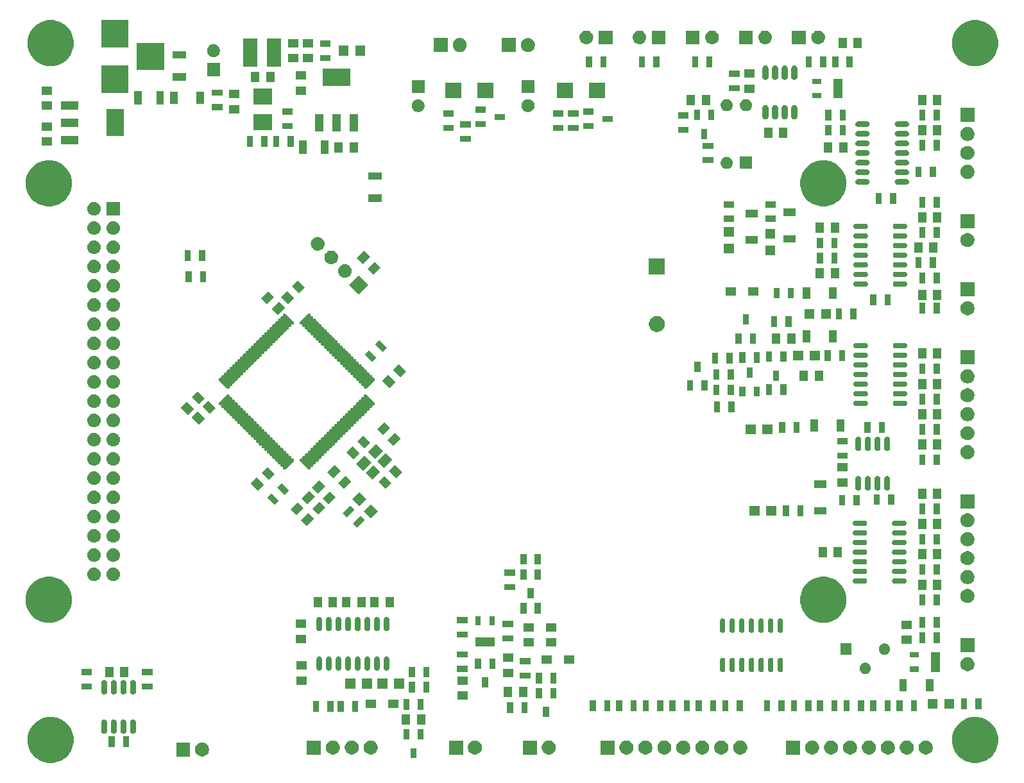
<source format=gbr>
%TF.GenerationSoftware,KiCad,Pcbnew,(5.1.4)-1*%
%TF.CreationDate,2020-11-06T00:10:57+08:00*%
%TF.ProjectId,MCU,4d43552e-6b69-4636-9164-5f7063625858,rev?*%
%TF.SameCoordinates,Original*%
%TF.FileFunction,Soldermask,Bot*%
%TF.FilePolarity,Negative*%
%FSLAX46Y46*%
G04 Gerber Fmt 4.6, Leading zero omitted, Abs format (unit mm)*
G04 Created by KiCad (PCBNEW (5.1.4)-1) date 2020-11-06 00:10:57*
%MOMM*%
%LPD*%
G04 APERTURE LIST*
%ADD10C,0.350000*%
G04 APERTURE END LIST*
D10*
G36*
X146889943Y-113066248D02*
G01*
X147445189Y-113296238D01*
X147525601Y-113349968D01*
X147944899Y-113630134D01*
X148369866Y-114055101D01*
X148369867Y-114055103D01*
X148703762Y-114554811D01*
X148933752Y-115110057D01*
X149051000Y-115699501D01*
X149051000Y-116300499D01*
X148933752Y-116889943D01*
X148703762Y-117445189D01*
X148653706Y-117520103D01*
X148369866Y-117944899D01*
X147944899Y-118369866D01*
X147740334Y-118506552D01*
X147445189Y-118703762D01*
X146889943Y-118933752D01*
X146300499Y-119051000D01*
X145699501Y-119051000D01*
X145110057Y-118933752D01*
X144554811Y-118703762D01*
X144259666Y-118506552D01*
X144055101Y-118369866D01*
X143630134Y-117944899D01*
X143346294Y-117520103D01*
X143296238Y-117445189D01*
X143066248Y-116889943D01*
X142949000Y-116300499D01*
X142949000Y-115699501D01*
X143066248Y-115110057D01*
X143296238Y-114554811D01*
X143630133Y-114055103D01*
X143630134Y-114055101D01*
X144055101Y-113630134D01*
X144474399Y-113349968D01*
X144554811Y-113296238D01*
X145110057Y-113066248D01*
X145699501Y-112949000D01*
X146300499Y-112949000D01*
X146889943Y-113066248D01*
X146889943Y-113066248D01*
G37*
G36*
X24889943Y-113066248D02*
G01*
X25445189Y-113296238D01*
X25525601Y-113349968D01*
X25944899Y-113630134D01*
X26369866Y-114055101D01*
X26369867Y-114055103D01*
X26703762Y-114554811D01*
X26933752Y-115110057D01*
X27051000Y-115699501D01*
X27051000Y-116300499D01*
X26933752Y-116889943D01*
X26703762Y-117445189D01*
X26653706Y-117520103D01*
X26369866Y-117944899D01*
X25944899Y-118369866D01*
X25740334Y-118506552D01*
X25445189Y-118703762D01*
X24889943Y-118933752D01*
X24300499Y-119051000D01*
X23699501Y-119051000D01*
X23110057Y-118933752D01*
X22554811Y-118703762D01*
X22259666Y-118506552D01*
X22055101Y-118369866D01*
X21630134Y-117944899D01*
X21346294Y-117520103D01*
X21296238Y-117445189D01*
X21066248Y-116889943D01*
X20949000Y-116300499D01*
X20949000Y-115699501D01*
X21066248Y-115110057D01*
X21296238Y-114554811D01*
X21630133Y-114055103D01*
X21630134Y-114055101D01*
X22055101Y-113630134D01*
X22474399Y-113349968D01*
X22554811Y-113296238D01*
X23110057Y-113066248D01*
X23699501Y-112949000D01*
X24300499Y-112949000D01*
X24889943Y-113066248D01*
X24889943Y-113066248D01*
G37*
G36*
X72301001Y-118426000D02*
G01*
X71499001Y-118426000D01*
X71499001Y-117074000D01*
X72301001Y-117074000D01*
X72301001Y-118426000D01*
X72301001Y-118426000D01*
G37*
G36*
X44270104Y-116359585D02*
G01*
X44438626Y-116429389D01*
X44590291Y-116530728D01*
X44719272Y-116659709D01*
X44820611Y-116811374D01*
X44890415Y-116979896D01*
X44926000Y-117158797D01*
X44926000Y-117341203D01*
X44890415Y-117520104D01*
X44820611Y-117688626D01*
X44719272Y-117840291D01*
X44590291Y-117969272D01*
X44438626Y-118070611D01*
X44270104Y-118140415D01*
X44091203Y-118176000D01*
X43908797Y-118176000D01*
X43729896Y-118140415D01*
X43561374Y-118070611D01*
X43409709Y-117969272D01*
X43280728Y-117840291D01*
X43179389Y-117688626D01*
X43109585Y-117520104D01*
X43074000Y-117341203D01*
X43074000Y-117158797D01*
X43109585Y-116979896D01*
X43179389Y-116811374D01*
X43280728Y-116659709D01*
X43409709Y-116530728D01*
X43561374Y-116429389D01*
X43729896Y-116359585D01*
X43908797Y-116324000D01*
X44091203Y-116324000D01*
X44270104Y-116359585D01*
X44270104Y-116359585D01*
G37*
G36*
X42426000Y-118176000D02*
G01*
X40574000Y-118176000D01*
X40574000Y-116324000D01*
X42426000Y-116324000D01*
X42426000Y-118176000D01*
X42426000Y-118176000D01*
G37*
G36*
X134770104Y-116109585D02*
G01*
X134938626Y-116179389D01*
X135090291Y-116280728D01*
X135219272Y-116409709D01*
X135320611Y-116561374D01*
X135390415Y-116729896D01*
X135426000Y-116908797D01*
X135426000Y-117091203D01*
X135390415Y-117270104D01*
X135320611Y-117438626D01*
X135219272Y-117590291D01*
X135090291Y-117719272D01*
X134938626Y-117820611D01*
X134770104Y-117890415D01*
X134591203Y-117926000D01*
X134408797Y-117926000D01*
X134229896Y-117890415D01*
X134061374Y-117820611D01*
X133909709Y-117719272D01*
X133780728Y-117590291D01*
X133679389Y-117438626D01*
X133609585Y-117270104D01*
X133574000Y-117091203D01*
X133574000Y-116908797D01*
X133609585Y-116729896D01*
X133679389Y-116561374D01*
X133780728Y-116409709D01*
X133909709Y-116280728D01*
X134061374Y-116179389D01*
X134229896Y-116109585D01*
X134408797Y-116074000D01*
X134591203Y-116074000D01*
X134770104Y-116109585D01*
X134770104Y-116109585D01*
G37*
G36*
X90020104Y-116109585D02*
G01*
X90188626Y-116179389D01*
X90340291Y-116280728D01*
X90469272Y-116409709D01*
X90570611Y-116561374D01*
X90640415Y-116729896D01*
X90676000Y-116908797D01*
X90676000Y-117091203D01*
X90640415Y-117270104D01*
X90570611Y-117438626D01*
X90469272Y-117590291D01*
X90340291Y-117719272D01*
X90188626Y-117820611D01*
X90020104Y-117890415D01*
X89841203Y-117926000D01*
X89658797Y-117926000D01*
X89479896Y-117890415D01*
X89311374Y-117820611D01*
X89159709Y-117719272D01*
X89030728Y-117590291D01*
X88929389Y-117438626D01*
X88859585Y-117270104D01*
X88824000Y-117091203D01*
X88824000Y-116908797D01*
X88859585Y-116729896D01*
X88929389Y-116561374D01*
X89030728Y-116409709D01*
X89159709Y-116280728D01*
X89311374Y-116179389D01*
X89479896Y-116109585D01*
X89658797Y-116074000D01*
X89841203Y-116074000D01*
X90020104Y-116109585D01*
X90020104Y-116109585D01*
G37*
G36*
X98426000Y-117926000D02*
G01*
X96574000Y-117926000D01*
X96574000Y-116074000D01*
X98426000Y-116074000D01*
X98426000Y-117926000D01*
X98426000Y-117926000D01*
G37*
G36*
X100270104Y-116109585D02*
G01*
X100438626Y-116179389D01*
X100590291Y-116280728D01*
X100719272Y-116409709D01*
X100820611Y-116561374D01*
X100890415Y-116729896D01*
X100926000Y-116908797D01*
X100926000Y-117091203D01*
X100890415Y-117270104D01*
X100820611Y-117438626D01*
X100719272Y-117590291D01*
X100590291Y-117719272D01*
X100438626Y-117820611D01*
X100270104Y-117890415D01*
X100091203Y-117926000D01*
X99908797Y-117926000D01*
X99729896Y-117890415D01*
X99561374Y-117820611D01*
X99409709Y-117719272D01*
X99280728Y-117590291D01*
X99179389Y-117438626D01*
X99109585Y-117270104D01*
X99074000Y-117091203D01*
X99074000Y-116908797D01*
X99109585Y-116729896D01*
X99179389Y-116561374D01*
X99280728Y-116409709D01*
X99409709Y-116280728D01*
X99561374Y-116179389D01*
X99729896Y-116109585D01*
X99908797Y-116074000D01*
X100091203Y-116074000D01*
X100270104Y-116109585D01*
X100270104Y-116109585D01*
G37*
G36*
X102770104Y-116109585D02*
G01*
X102938626Y-116179389D01*
X103090291Y-116280728D01*
X103219272Y-116409709D01*
X103320611Y-116561374D01*
X103390415Y-116729896D01*
X103426000Y-116908797D01*
X103426000Y-117091203D01*
X103390415Y-117270104D01*
X103320611Y-117438626D01*
X103219272Y-117590291D01*
X103090291Y-117719272D01*
X102938626Y-117820611D01*
X102770104Y-117890415D01*
X102591203Y-117926000D01*
X102408797Y-117926000D01*
X102229896Y-117890415D01*
X102061374Y-117820611D01*
X101909709Y-117719272D01*
X101780728Y-117590291D01*
X101679389Y-117438626D01*
X101609585Y-117270104D01*
X101574000Y-117091203D01*
X101574000Y-116908797D01*
X101609585Y-116729896D01*
X101679389Y-116561374D01*
X101780728Y-116409709D01*
X101909709Y-116280728D01*
X102061374Y-116179389D01*
X102229896Y-116109585D01*
X102408797Y-116074000D01*
X102591203Y-116074000D01*
X102770104Y-116109585D01*
X102770104Y-116109585D01*
G37*
G36*
X105270104Y-116109585D02*
G01*
X105438626Y-116179389D01*
X105590291Y-116280728D01*
X105719272Y-116409709D01*
X105820611Y-116561374D01*
X105890415Y-116729896D01*
X105926000Y-116908797D01*
X105926000Y-117091203D01*
X105890415Y-117270104D01*
X105820611Y-117438626D01*
X105719272Y-117590291D01*
X105590291Y-117719272D01*
X105438626Y-117820611D01*
X105270104Y-117890415D01*
X105091203Y-117926000D01*
X104908797Y-117926000D01*
X104729896Y-117890415D01*
X104561374Y-117820611D01*
X104409709Y-117719272D01*
X104280728Y-117590291D01*
X104179389Y-117438626D01*
X104109585Y-117270104D01*
X104074000Y-117091203D01*
X104074000Y-116908797D01*
X104109585Y-116729896D01*
X104179389Y-116561374D01*
X104280728Y-116409709D01*
X104409709Y-116280728D01*
X104561374Y-116179389D01*
X104729896Y-116109585D01*
X104908797Y-116074000D01*
X105091203Y-116074000D01*
X105270104Y-116109585D01*
X105270104Y-116109585D01*
G37*
G36*
X107770104Y-116109585D02*
G01*
X107938626Y-116179389D01*
X108090291Y-116280728D01*
X108219272Y-116409709D01*
X108320611Y-116561374D01*
X108390415Y-116729896D01*
X108426000Y-116908797D01*
X108426000Y-117091203D01*
X108390415Y-117270104D01*
X108320611Y-117438626D01*
X108219272Y-117590291D01*
X108090291Y-117719272D01*
X107938626Y-117820611D01*
X107770104Y-117890415D01*
X107591203Y-117926000D01*
X107408797Y-117926000D01*
X107229896Y-117890415D01*
X107061374Y-117820611D01*
X106909709Y-117719272D01*
X106780728Y-117590291D01*
X106679389Y-117438626D01*
X106609585Y-117270104D01*
X106574000Y-117091203D01*
X106574000Y-116908797D01*
X106609585Y-116729896D01*
X106679389Y-116561374D01*
X106780728Y-116409709D01*
X106909709Y-116280728D01*
X107061374Y-116179389D01*
X107229896Y-116109585D01*
X107408797Y-116074000D01*
X107591203Y-116074000D01*
X107770104Y-116109585D01*
X107770104Y-116109585D01*
G37*
G36*
X110270104Y-116109585D02*
G01*
X110438626Y-116179389D01*
X110590291Y-116280728D01*
X110719272Y-116409709D01*
X110820611Y-116561374D01*
X110890415Y-116729896D01*
X110926000Y-116908797D01*
X110926000Y-117091203D01*
X110890415Y-117270104D01*
X110820611Y-117438626D01*
X110719272Y-117590291D01*
X110590291Y-117719272D01*
X110438626Y-117820611D01*
X110270104Y-117890415D01*
X110091203Y-117926000D01*
X109908797Y-117926000D01*
X109729896Y-117890415D01*
X109561374Y-117820611D01*
X109409709Y-117719272D01*
X109280728Y-117590291D01*
X109179389Y-117438626D01*
X109109585Y-117270104D01*
X109074000Y-117091203D01*
X109074000Y-116908797D01*
X109109585Y-116729896D01*
X109179389Y-116561374D01*
X109280728Y-116409709D01*
X109409709Y-116280728D01*
X109561374Y-116179389D01*
X109729896Y-116109585D01*
X109908797Y-116074000D01*
X110091203Y-116074000D01*
X110270104Y-116109585D01*
X110270104Y-116109585D01*
G37*
G36*
X112770104Y-116109585D02*
G01*
X112938626Y-116179389D01*
X113090291Y-116280728D01*
X113219272Y-116409709D01*
X113320611Y-116561374D01*
X113390415Y-116729896D01*
X113426000Y-116908797D01*
X113426000Y-117091203D01*
X113390415Y-117270104D01*
X113320611Y-117438626D01*
X113219272Y-117590291D01*
X113090291Y-117719272D01*
X112938626Y-117820611D01*
X112770104Y-117890415D01*
X112591203Y-117926000D01*
X112408797Y-117926000D01*
X112229896Y-117890415D01*
X112061374Y-117820611D01*
X111909709Y-117719272D01*
X111780728Y-117590291D01*
X111679389Y-117438626D01*
X111609585Y-117270104D01*
X111574000Y-117091203D01*
X111574000Y-116908797D01*
X111609585Y-116729896D01*
X111679389Y-116561374D01*
X111780728Y-116409709D01*
X111909709Y-116280728D01*
X112061374Y-116179389D01*
X112229896Y-116109585D01*
X112408797Y-116074000D01*
X112591203Y-116074000D01*
X112770104Y-116109585D01*
X112770104Y-116109585D01*
G37*
G36*
X115270104Y-116109585D02*
G01*
X115438626Y-116179389D01*
X115590291Y-116280728D01*
X115719272Y-116409709D01*
X115820611Y-116561374D01*
X115890415Y-116729896D01*
X115926000Y-116908797D01*
X115926000Y-117091203D01*
X115890415Y-117270104D01*
X115820611Y-117438626D01*
X115719272Y-117590291D01*
X115590291Y-117719272D01*
X115438626Y-117820611D01*
X115270104Y-117890415D01*
X115091203Y-117926000D01*
X114908797Y-117926000D01*
X114729896Y-117890415D01*
X114561374Y-117820611D01*
X114409709Y-117719272D01*
X114280728Y-117590291D01*
X114179389Y-117438626D01*
X114109585Y-117270104D01*
X114074000Y-117091203D01*
X114074000Y-116908797D01*
X114109585Y-116729896D01*
X114179389Y-116561374D01*
X114280728Y-116409709D01*
X114409709Y-116280728D01*
X114561374Y-116179389D01*
X114729896Y-116109585D01*
X114908797Y-116074000D01*
X115091203Y-116074000D01*
X115270104Y-116109585D01*
X115270104Y-116109585D01*
G37*
G36*
X122926000Y-117926000D02*
G01*
X121074000Y-117926000D01*
X121074000Y-116074000D01*
X122926000Y-116074000D01*
X122926000Y-117926000D01*
X122926000Y-117926000D01*
G37*
G36*
X124770104Y-116109585D02*
G01*
X124938626Y-116179389D01*
X125090291Y-116280728D01*
X125219272Y-116409709D01*
X125320611Y-116561374D01*
X125390415Y-116729896D01*
X125426000Y-116908797D01*
X125426000Y-117091203D01*
X125390415Y-117270104D01*
X125320611Y-117438626D01*
X125219272Y-117590291D01*
X125090291Y-117719272D01*
X124938626Y-117820611D01*
X124770104Y-117890415D01*
X124591203Y-117926000D01*
X124408797Y-117926000D01*
X124229896Y-117890415D01*
X124061374Y-117820611D01*
X123909709Y-117719272D01*
X123780728Y-117590291D01*
X123679389Y-117438626D01*
X123609585Y-117270104D01*
X123574000Y-117091203D01*
X123574000Y-116908797D01*
X123609585Y-116729896D01*
X123679389Y-116561374D01*
X123780728Y-116409709D01*
X123909709Y-116280728D01*
X124061374Y-116179389D01*
X124229896Y-116109585D01*
X124408797Y-116074000D01*
X124591203Y-116074000D01*
X124770104Y-116109585D01*
X124770104Y-116109585D01*
G37*
G36*
X137270104Y-116109585D02*
G01*
X137438626Y-116179389D01*
X137590291Y-116280728D01*
X137719272Y-116409709D01*
X137820611Y-116561374D01*
X137890415Y-116729896D01*
X137926000Y-116908797D01*
X137926000Y-117091203D01*
X137890415Y-117270104D01*
X137820611Y-117438626D01*
X137719272Y-117590291D01*
X137590291Y-117719272D01*
X137438626Y-117820611D01*
X137270104Y-117890415D01*
X137091203Y-117926000D01*
X136908797Y-117926000D01*
X136729896Y-117890415D01*
X136561374Y-117820611D01*
X136409709Y-117719272D01*
X136280728Y-117590291D01*
X136179389Y-117438626D01*
X136109585Y-117270104D01*
X136074000Y-117091203D01*
X136074000Y-116908797D01*
X136109585Y-116729896D01*
X136179389Y-116561374D01*
X136280728Y-116409709D01*
X136409709Y-116280728D01*
X136561374Y-116179389D01*
X136729896Y-116109585D01*
X136908797Y-116074000D01*
X137091203Y-116074000D01*
X137270104Y-116109585D01*
X137270104Y-116109585D01*
G37*
G36*
X127270104Y-116109585D02*
G01*
X127438626Y-116179389D01*
X127590291Y-116280728D01*
X127719272Y-116409709D01*
X127820611Y-116561374D01*
X127890415Y-116729896D01*
X127926000Y-116908797D01*
X127926000Y-117091203D01*
X127890415Y-117270104D01*
X127820611Y-117438626D01*
X127719272Y-117590291D01*
X127590291Y-117719272D01*
X127438626Y-117820611D01*
X127270104Y-117890415D01*
X127091203Y-117926000D01*
X126908797Y-117926000D01*
X126729896Y-117890415D01*
X126561374Y-117820611D01*
X126409709Y-117719272D01*
X126280728Y-117590291D01*
X126179389Y-117438626D01*
X126109585Y-117270104D01*
X126074000Y-117091203D01*
X126074000Y-116908797D01*
X126109585Y-116729896D01*
X126179389Y-116561374D01*
X126280728Y-116409709D01*
X126409709Y-116280728D01*
X126561374Y-116179389D01*
X126729896Y-116109585D01*
X126908797Y-116074000D01*
X127091203Y-116074000D01*
X127270104Y-116109585D01*
X127270104Y-116109585D01*
G37*
G36*
X129770104Y-116109585D02*
G01*
X129938626Y-116179389D01*
X130090291Y-116280728D01*
X130219272Y-116409709D01*
X130320611Y-116561374D01*
X130390415Y-116729896D01*
X130426000Y-116908797D01*
X130426000Y-117091203D01*
X130390415Y-117270104D01*
X130320611Y-117438626D01*
X130219272Y-117590291D01*
X130090291Y-117719272D01*
X129938626Y-117820611D01*
X129770104Y-117890415D01*
X129591203Y-117926000D01*
X129408797Y-117926000D01*
X129229896Y-117890415D01*
X129061374Y-117820611D01*
X128909709Y-117719272D01*
X128780728Y-117590291D01*
X128679389Y-117438626D01*
X128609585Y-117270104D01*
X128574000Y-117091203D01*
X128574000Y-116908797D01*
X128609585Y-116729896D01*
X128679389Y-116561374D01*
X128780728Y-116409709D01*
X128909709Y-116280728D01*
X129061374Y-116179389D01*
X129229896Y-116109585D01*
X129408797Y-116074000D01*
X129591203Y-116074000D01*
X129770104Y-116109585D01*
X129770104Y-116109585D01*
G37*
G36*
X139770104Y-116109585D02*
G01*
X139938626Y-116179389D01*
X140090291Y-116280728D01*
X140219272Y-116409709D01*
X140320611Y-116561374D01*
X140390415Y-116729896D01*
X140426000Y-116908797D01*
X140426000Y-117091203D01*
X140390415Y-117270104D01*
X140320611Y-117438626D01*
X140219272Y-117590291D01*
X140090291Y-117719272D01*
X139938626Y-117820611D01*
X139770104Y-117890415D01*
X139591203Y-117926000D01*
X139408797Y-117926000D01*
X139229896Y-117890415D01*
X139061374Y-117820611D01*
X138909709Y-117719272D01*
X138780728Y-117590291D01*
X138679389Y-117438626D01*
X138609585Y-117270104D01*
X138574000Y-117091203D01*
X138574000Y-116908797D01*
X138609585Y-116729896D01*
X138679389Y-116561374D01*
X138780728Y-116409709D01*
X138909709Y-116280728D01*
X139061374Y-116179389D01*
X139229896Y-116109585D01*
X139408797Y-116074000D01*
X139591203Y-116074000D01*
X139770104Y-116109585D01*
X139770104Y-116109585D01*
G37*
G36*
X78426000Y-117926000D02*
G01*
X76574000Y-117926000D01*
X76574000Y-116074000D01*
X78426000Y-116074000D01*
X78426000Y-117926000D01*
X78426000Y-117926000D01*
G37*
G36*
X80270104Y-116109585D02*
G01*
X80438626Y-116179389D01*
X80590291Y-116280728D01*
X80719272Y-116409709D01*
X80820611Y-116561374D01*
X80890415Y-116729896D01*
X80926000Y-116908797D01*
X80926000Y-117091203D01*
X80890415Y-117270104D01*
X80820611Y-117438626D01*
X80719272Y-117590291D01*
X80590291Y-117719272D01*
X80438626Y-117820611D01*
X80270104Y-117890415D01*
X80091203Y-117926000D01*
X79908797Y-117926000D01*
X79729896Y-117890415D01*
X79561374Y-117820611D01*
X79409709Y-117719272D01*
X79280728Y-117590291D01*
X79179389Y-117438626D01*
X79109585Y-117270104D01*
X79074000Y-117091203D01*
X79074000Y-116908797D01*
X79109585Y-116729896D01*
X79179389Y-116561374D01*
X79280728Y-116409709D01*
X79409709Y-116280728D01*
X79561374Y-116179389D01*
X79729896Y-116109585D01*
X79908797Y-116074000D01*
X80091203Y-116074000D01*
X80270104Y-116109585D01*
X80270104Y-116109585D01*
G37*
G36*
X59676000Y-117926000D02*
G01*
X57824000Y-117926000D01*
X57824000Y-116074000D01*
X59676000Y-116074000D01*
X59676000Y-117926000D01*
X59676000Y-117926000D01*
G37*
G36*
X61520104Y-116109585D02*
G01*
X61688626Y-116179389D01*
X61840291Y-116280728D01*
X61969272Y-116409709D01*
X62070611Y-116561374D01*
X62140415Y-116729896D01*
X62176000Y-116908797D01*
X62176000Y-117091203D01*
X62140415Y-117270104D01*
X62070611Y-117438626D01*
X61969272Y-117590291D01*
X61840291Y-117719272D01*
X61688626Y-117820611D01*
X61520104Y-117890415D01*
X61341203Y-117926000D01*
X61158797Y-117926000D01*
X60979896Y-117890415D01*
X60811374Y-117820611D01*
X60659709Y-117719272D01*
X60530728Y-117590291D01*
X60429389Y-117438626D01*
X60359585Y-117270104D01*
X60324000Y-117091203D01*
X60324000Y-116908797D01*
X60359585Y-116729896D01*
X60429389Y-116561374D01*
X60530728Y-116409709D01*
X60659709Y-116280728D01*
X60811374Y-116179389D01*
X60979896Y-116109585D01*
X61158797Y-116074000D01*
X61341203Y-116074000D01*
X61520104Y-116109585D01*
X61520104Y-116109585D01*
G37*
G36*
X64020104Y-116109585D02*
G01*
X64188626Y-116179389D01*
X64340291Y-116280728D01*
X64469272Y-116409709D01*
X64570611Y-116561374D01*
X64640415Y-116729896D01*
X64676000Y-116908797D01*
X64676000Y-117091203D01*
X64640415Y-117270104D01*
X64570611Y-117438626D01*
X64469272Y-117590291D01*
X64340291Y-117719272D01*
X64188626Y-117820611D01*
X64020104Y-117890415D01*
X63841203Y-117926000D01*
X63658797Y-117926000D01*
X63479896Y-117890415D01*
X63311374Y-117820611D01*
X63159709Y-117719272D01*
X63030728Y-117590291D01*
X62929389Y-117438626D01*
X62859585Y-117270104D01*
X62824000Y-117091203D01*
X62824000Y-116908797D01*
X62859585Y-116729896D01*
X62929389Y-116561374D01*
X63030728Y-116409709D01*
X63159709Y-116280728D01*
X63311374Y-116179389D01*
X63479896Y-116109585D01*
X63658797Y-116074000D01*
X63841203Y-116074000D01*
X64020104Y-116109585D01*
X64020104Y-116109585D01*
G37*
G36*
X66520104Y-116109585D02*
G01*
X66688626Y-116179389D01*
X66840291Y-116280728D01*
X66969272Y-116409709D01*
X67070611Y-116561374D01*
X67140415Y-116729896D01*
X67176000Y-116908797D01*
X67176000Y-117091203D01*
X67140415Y-117270104D01*
X67070611Y-117438626D01*
X66969272Y-117590291D01*
X66840291Y-117719272D01*
X66688626Y-117820611D01*
X66520104Y-117890415D01*
X66341203Y-117926000D01*
X66158797Y-117926000D01*
X65979896Y-117890415D01*
X65811374Y-117820611D01*
X65659709Y-117719272D01*
X65530728Y-117590291D01*
X65429389Y-117438626D01*
X65359585Y-117270104D01*
X65324000Y-117091203D01*
X65324000Y-116908797D01*
X65359585Y-116729896D01*
X65429389Y-116561374D01*
X65530728Y-116409709D01*
X65659709Y-116280728D01*
X65811374Y-116179389D01*
X65979896Y-116109585D01*
X66158797Y-116074000D01*
X66341203Y-116074000D01*
X66520104Y-116109585D01*
X66520104Y-116109585D01*
G37*
G36*
X132270104Y-116109585D02*
G01*
X132438626Y-116179389D01*
X132590291Y-116280728D01*
X132719272Y-116409709D01*
X132820611Y-116561374D01*
X132890415Y-116729896D01*
X132926000Y-116908797D01*
X132926000Y-117091203D01*
X132890415Y-117270104D01*
X132820611Y-117438626D01*
X132719272Y-117590291D01*
X132590291Y-117719272D01*
X132438626Y-117820611D01*
X132270104Y-117890415D01*
X132091203Y-117926000D01*
X131908797Y-117926000D01*
X131729896Y-117890415D01*
X131561374Y-117820611D01*
X131409709Y-117719272D01*
X131280728Y-117590291D01*
X131179389Y-117438626D01*
X131109585Y-117270104D01*
X131074000Y-117091203D01*
X131074000Y-116908797D01*
X131109585Y-116729896D01*
X131179389Y-116561374D01*
X131280728Y-116409709D01*
X131409709Y-116280728D01*
X131561374Y-116179389D01*
X131729896Y-116109585D01*
X131908797Y-116074000D01*
X132091203Y-116074000D01*
X132270104Y-116109585D01*
X132270104Y-116109585D01*
G37*
G36*
X88176000Y-117926000D02*
G01*
X86324000Y-117926000D01*
X86324000Y-116074000D01*
X88176000Y-116074000D01*
X88176000Y-117926000D01*
X88176000Y-117926000D01*
G37*
G36*
X34351000Y-116951000D02*
G01*
X33549000Y-116951000D01*
X33549000Y-115549000D01*
X34351000Y-115549000D01*
X34351000Y-116951000D01*
X34351000Y-116951000D01*
G37*
G36*
X32451000Y-116951000D02*
G01*
X31649000Y-116951000D01*
X31649000Y-115549000D01*
X32451000Y-115549000D01*
X32451000Y-116951000D01*
X32451000Y-116951000D01*
G37*
G36*
X73251001Y-115926000D02*
G01*
X72449001Y-115926000D01*
X72449001Y-114574000D01*
X73251001Y-114574000D01*
X73251001Y-115926000D01*
X73251001Y-115926000D01*
G37*
G36*
X71351001Y-115926000D02*
G01*
X70549001Y-115926000D01*
X70549001Y-114574000D01*
X71351001Y-114574000D01*
X71351001Y-115926000D01*
X71351001Y-115926000D01*
G37*
G36*
X32418610Y-113289802D02*
G01*
X32469002Y-113305089D01*
X32494199Y-113312732D01*
X32563862Y-113349968D01*
X32624922Y-113400078D01*
X32675032Y-113461138D01*
X32712268Y-113530801D01*
X32712268Y-113530802D01*
X32735198Y-113606390D01*
X32741000Y-113665302D01*
X32741000Y-114804698D01*
X32735198Y-114863610D01*
X32719911Y-114914002D01*
X32712268Y-114939199D01*
X32675032Y-115008862D01*
X32624922Y-115069922D01*
X32563860Y-115120033D01*
X32494200Y-115157267D01*
X32494197Y-115157268D01*
X32418609Y-115180198D01*
X32340000Y-115187940D01*
X32261390Y-115180198D01*
X32204084Y-115162814D01*
X32185801Y-115157268D01*
X32116138Y-115120032D01*
X32055078Y-115069922D01*
X32004967Y-115008860D01*
X31967733Y-114939200D01*
X31967732Y-114939197D01*
X31944802Y-114863609D01*
X31939000Y-114804697D01*
X31939001Y-113665302D01*
X31944803Y-113606390D01*
X31967733Y-113530802D01*
X31967733Y-113530801D01*
X32004969Y-113461138D01*
X32055079Y-113400078D01*
X32116139Y-113349968D01*
X32185802Y-113312732D01*
X32210999Y-113305089D01*
X32261391Y-113289802D01*
X32340000Y-113282060D01*
X32418610Y-113289802D01*
X32418610Y-113289802D01*
G37*
G36*
X33688610Y-113289802D02*
G01*
X33739002Y-113305089D01*
X33764199Y-113312732D01*
X33833862Y-113349968D01*
X33894922Y-113400078D01*
X33945032Y-113461138D01*
X33982268Y-113530801D01*
X33982268Y-113530802D01*
X34005198Y-113606390D01*
X34011000Y-113665302D01*
X34011000Y-114804698D01*
X34005198Y-114863610D01*
X33989911Y-114914002D01*
X33982268Y-114939199D01*
X33945032Y-115008862D01*
X33894922Y-115069922D01*
X33833860Y-115120033D01*
X33764200Y-115157267D01*
X33764197Y-115157268D01*
X33688609Y-115180198D01*
X33610000Y-115187940D01*
X33531390Y-115180198D01*
X33474084Y-115162814D01*
X33455801Y-115157268D01*
X33386138Y-115120032D01*
X33325078Y-115069922D01*
X33274967Y-115008860D01*
X33237733Y-114939200D01*
X33237732Y-114939197D01*
X33214802Y-114863609D01*
X33209000Y-114804697D01*
X33209001Y-113665302D01*
X33214803Y-113606390D01*
X33237733Y-113530802D01*
X33237733Y-113530801D01*
X33274969Y-113461138D01*
X33325079Y-113400078D01*
X33386139Y-113349968D01*
X33455802Y-113312732D01*
X33480999Y-113305089D01*
X33531391Y-113289802D01*
X33610000Y-113282060D01*
X33688610Y-113289802D01*
X33688610Y-113289802D01*
G37*
G36*
X31148610Y-113289802D02*
G01*
X31199002Y-113305089D01*
X31224199Y-113312732D01*
X31293862Y-113349968D01*
X31354922Y-113400078D01*
X31405032Y-113461138D01*
X31442268Y-113530801D01*
X31442268Y-113530802D01*
X31465198Y-113606390D01*
X31471000Y-113665302D01*
X31471000Y-114804698D01*
X31465198Y-114863610D01*
X31449911Y-114914002D01*
X31442268Y-114939199D01*
X31405032Y-115008862D01*
X31354922Y-115069922D01*
X31293860Y-115120033D01*
X31224200Y-115157267D01*
X31224197Y-115157268D01*
X31148609Y-115180198D01*
X31070000Y-115187940D01*
X30991390Y-115180198D01*
X30934084Y-115162814D01*
X30915801Y-115157268D01*
X30846138Y-115120032D01*
X30785078Y-115069922D01*
X30734967Y-115008860D01*
X30697733Y-114939200D01*
X30697732Y-114939197D01*
X30674802Y-114863609D01*
X30669000Y-114804697D01*
X30669001Y-113665302D01*
X30674803Y-113606390D01*
X30697733Y-113530802D01*
X30697733Y-113530801D01*
X30734969Y-113461138D01*
X30785079Y-113400078D01*
X30846139Y-113349968D01*
X30915802Y-113312732D01*
X30940999Y-113305089D01*
X30991391Y-113289802D01*
X31070000Y-113282060D01*
X31148610Y-113289802D01*
X31148610Y-113289802D01*
G37*
G36*
X34958610Y-113289802D02*
G01*
X35009002Y-113305089D01*
X35034199Y-113312732D01*
X35103862Y-113349968D01*
X35164922Y-113400078D01*
X35215032Y-113461138D01*
X35252268Y-113530801D01*
X35252268Y-113530802D01*
X35275198Y-113606390D01*
X35281000Y-113665302D01*
X35281000Y-114804698D01*
X35275198Y-114863610D01*
X35259911Y-114914002D01*
X35252268Y-114939199D01*
X35215032Y-115008862D01*
X35164922Y-115069922D01*
X35103860Y-115120033D01*
X35034200Y-115157267D01*
X35034197Y-115157268D01*
X34958609Y-115180198D01*
X34880000Y-115187940D01*
X34801390Y-115180198D01*
X34744084Y-115162814D01*
X34725801Y-115157268D01*
X34656138Y-115120032D01*
X34595078Y-115069922D01*
X34544967Y-115008860D01*
X34507733Y-114939200D01*
X34507732Y-114939197D01*
X34484802Y-114863609D01*
X34479000Y-114804697D01*
X34479001Y-113665302D01*
X34484803Y-113606390D01*
X34507733Y-113530802D01*
X34507733Y-113530801D01*
X34544969Y-113461138D01*
X34595079Y-113400078D01*
X34656139Y-113349968D01*
X34725802Y-113312732D01*
X34750999Y-113305089D01*
X34801391Y-113289802D01*
X34880000Y-113282060D01*
X34958610Y-113289802D01*
X34958610Y-113289802D01*
G37*
G36*
X73451000Y-113976000D02*
G01*
X72349000Y-113976000D01*
X72349000Y-112624000D01*
X73451000Y-112624000D01*
X73451000Y-113976000D01*
X73451000Y-113976000D01*
G37*
G36*
X71451000Y-113976000D02*
G01*
X70349000Y-113976000D01*
X70349000Y-112624000D01*
X71451000Y-112624000D01*
X71451000Y-113976000D01*
X71451000Y-113976000D01*
G37*
G36*
X89801000Y-112977000D02*
G01*
X88999000Y-112977000D01*
X88999000Y-111625000D01*
X89801000Y-111625000D01*
X89801000Y-112977000D01*
X89801000Y-112977000D01*
G37*
G36*
X86949000Y-112461000D02*
G01*
X86147000Y-112461000D01*
X86147000Y-111059000D01*
X86949000Y-111059000D01*
X86949000Y-112461000D01*
X86949000Y-112461000D01*
G37*
G36*
X85049000Y-112461000D02*
G01*
X84247000Y-112461000D01*
X84247000Y-111059000D01*
X85049000Y-111059000D01*
X85049000Y-112461000D01*
X85049000Y-112461000D01*
G37*
G36*
X62701000Y-112251000D02*
G01*
X61899000Y-112251000D01*
X61899000Y-110849000D01*
X62701000Y-110849000D01*
X62701000Y-112251000D01*
X62701000Y-112251000D01*
G37*
G36*
X64601000Y-112251000D02*
G01*
X63799000Y-112251000D01*
X63799000Y-110849000D01*
X64601000Y-110849000D01*
X64601000Y-112251000D01*
X64601000Y-112251000D01*
G37*
G36*
X59451000Y-112251000D02*
G01*
X58649000Y-112251000D01*
X58649000Y-110849000D01*
X59451000Y-110849000D01*
X59451000Y-112251000D01*
X59451000Y-112251000D01*
G37*
G36*
X61351000Y-112251000D02*
G01*
X60549000Y-112251000D01*
X60549000Y-110849000D01*
X61351000Y-110849000D01*
X61351000Y-112251000D01*
X61351000Y-112251000D01*
G37*
G36*
X95951000Y-112201000D02*
G01*
X95149000Y-112201000D01*
X95149000Y-110799000D01*
X95951000Y-110799000D01*
X95951000Y-112201000D01*
X95951000Y-112201000D01*
G37*
G36*
X138351000Y-112201000D02*
G01*
X137549000Y-112201000D01*
X137549000Y-110799000D01*
X138351000Y-110799000D01*
X138351000Y-112201000D01*
X138351000Y-112201000D01*
G37*
G36*
X136451000Y-112201000D02*
G01*
X135649000Y-112201000D01*
X135649000Y-110799000D01*
X136451000Y-110799000D01*
X136451000Y-112201000D01*
X136451000Y-112201000D01*
G37*
G36*
X134851000Y-112201000D02*
G01*
X134049000Y-112201000D01*
X134049000Y-110799000D01*
X134851000Y-110799000D01*
X134851000Y-112201000D01*
X134851000Y-112201000D01*
G37*
G36*
X132951000Y-112201000D02*
G01*
X132149000Y-112201000D01*
X132149000Y-110799000D01*
X132951000Y-110799000D01*
X132951000Y-112201000D01*
X132951000Y-112201000D01*
G37*
G36*
X129451000Y-112201000D02*
G01*
X128649000Y-112201000D01*
X128649000Y-110799000D01*
X129451000Y-110799000D01*
X129451000Y-112201000D01*
X129451000Y-112201000D01*
G37*
G36*
X131351000Y-112201000D02*
G01*
X130549000Y-112201000D01*
X130549000Y-110799000D01*
X131351000Y-110799000D01*
X131351000Y-112201000D01*
X131351000Y-112201000D01*
G37*
G36*
X125951000Y-112201000D02*
G01*
X125149000Y-112201000D01*
X125149000Y-110799000D01*
X125951000Y-110799000D01*
X125951000Y-112201000D01*
X125951000Y-112201000D01*
G37*
G36*
X127851000Y-112201000D02*
G01*
X127049000Y-112201000D01*
X127049000Y-110799000D01*
X127851000Y-110799000D01*
X127851000Y-112201000D01*
X127851000Y-112201000D01*
G37*
G36*
X124401000Y-112201000D02*
G01*
X123599000Y-112201000D01*
X123599000Y-110799000D01*
X124401000Y-110799000D01*
X124401000Y-112201000D01*
X124401000Y-112201000D01*
G37*
G36*
X122501000Y-112201000D02*
G01*
X121699000Y-112201000D01*
X121699000Y-110799000D01*
X122501000Y-110799000D01*
X122501000Y-112201000D01*
X122501000Y-112201000D01*
G37*
G36*
X118951000Y-112201000D02*
G01*
X118149000Y-112201000D01*
X118149000Y-110799000D01*
X118951000Y-110799000D01*
X118951000Y-112201000D01*
X118951000Y-112201000D01*
G37*
G36*
X113451000Y-112201000D02*
G01*
X112649000Y-112201000D01*
X112649000Y-110799000D01*
X113451000Y-110799000D01*
X113451000Y-112201000D01*
X113451000Y-112201000D01*
G37*
G36*
X120851000Y-112201000D02*
G01*
X120049000Y-112201000D01*
X120049000Y-110799000D01*
X120851000Y-110799000D01*
X120851000Y-112201000D01*
X120851000Y-112201000D01*
G37*
G36*
X102951000Y-112201000D02*
G01*
X102149000Y-112201000D01*
X102149000Y-110799000D01*
X102951000Y-110799000D01*
X102951000Y-112201000D01*
X102951000Y-112201000D01*
G37*
G36*
X101351000Y-112201000D02*
G01*
X100549000Y-112201000D01*
X100549000Y-110799000D01*
X101351000Y-110799000D01*
X101351000Y-112201000D01*
X101351000Y-112201000D01*
G37*
G36*
X99451000Y-112201000D02*
G01*
X98649000Y-112201000D01*
X98649000Y-110799000D01*
X99451000Y-110799000D01*
X99451000Y-112201000D01*
X99451000Y-112201000D01*
G37*
G36*
X104851000Y-112201000D02*
G01*
X104049000Y-112201000D01*
X104049000Y-110799000D01*
X104851000Y-110799000D01*
X104851000Y-112201000D01*
X104851000Y-112201000D01*
G37*
G36*
X97851000Y-112201000D02*
G01*
X97049000Y-112201000D01*
X97049000Y-110799000D01*
X97851000Y-110799000D01*
X97851000Y-112201000D01*
X97851000Y-112201000D01*
G37*
G36*
X106451000Y-112201000D02*
G01*
X105649000Y-112201000D01*
X105649000Y-110799000D01*
X106451000Y-110799000D01*
X106451000Y-112201000D01*
X106451000Y-112201000D01*
G37*
G36*
X111851000Y-112201000D02*
G01*
X111049000Y-112201000D01*
X111049000Y-110799000D01*
X111851000Y-110799000D01*
X111851000Y-112201000D01*
X111851000Y-112201000D01*
G37*
G36*
X109951000Y-112201000D02*
G01*
X109149000Y-112201000D01*
X109149000Y-110799000D01*
X109951000Y-110799000D01*
X109951000Y-112201000D01*
X109951000Y-112201000D01*
G37*
G36*
X115351000Y-112201000D02*
G01*
X114549000Y-112201000D01*
X114549000Y-110799000D01*
X115351000Y-110799000D01*
X115351000Y-112201000D01*
X115351000Y-112201000D01*
G37*
G36*
X108351000Y-112201000D02*
G01*
X107549000Y-112201000D01*
X107549000Y-110799000D01*
X108351000Y-110799000D01*
X108351000Y-112201000D01*
X108351000Y-112201000D01*
G37*
G36*
X71351000Y-112001001D02*
G01*
X70549000Y-112001001D01*
X70549000Y-110599001D01*
X71351000Y-110599001D01*
X71351000Y-112001001D01*
X71351000Y-112001001D01*
G37*
G36*
X73251000Y-112001001D02*
G01*
X72449000Y-112001001D01*
X72449000Y-110599001D01*
X73251000Y-110599001D01*
X73251000Y-112001001D01*
X73251000Y-112001001D01*
G37*
G36*
X146851000Y-111951000D02*
G01*
X146049000Y-111951000D01*
X146049000Y-110549000D01*
X146851000Y-110549000D01*
X146851000Y-111951000D01*
X146851000Y-111951000D01*
G37*
G36*
X144951000Y-111951000D02*
G01*
X144149000Y-111951000D01*
X144149000Y-110549000D01*
X144951000Y-110549000D01*
X144951000Y-111951000D01*
X144951000Y-111951000D01*
G37*
G36*
X143251000Y-111901000D02*
G01*
X141949000Y-111901000D01*
X141949000Y-110599000D01*
X143251000Y-110599000D01*
X143251000Y-111901000D01*
X143251000Y-111901000D01*
G37*
G36*
X141051000Y-111901000D02*
G01*
X139749000Y-111901000D01*
X139749000Y-110599000D01*
X141051000Y-110599000D01*
X141051000Y-111901000D01*
X141051000Y-111901000D01*
G37*
G36*
X69901000Y-111801000D02*
G01*
X68549000Y-111801000D01*
X68549000Y-110699000D01*
X69901000Y-110699000D01*
X69901000Y-111801000D01*
X69901000Y-111801000D01*
G37*
G36*
X66951000Y-111801000D02*
G01*
X65599000Y-111801000D01*
X65599000Y-110699000D01*
X66951000Y-110699000D01*
X66951000Y-111801000D01*
X66951000Y-111801000D01*
G37*
G36*
X79026000Y-110701000D02*
G01*
X77674000Y-110701000D01*
X77674000Y-109599000D01*
X79026000Y-109599000D01*
X79026000Y-110701000D01*
X79026000Y-110701000D01*
G37*
G36*
X90751000Y-110477000D02*
G01*
X89949000Y-110477000D01*
X89949000Y-109125000D01*
X90751000Y-109125000D01*
X90751000Y-110477000D01*
X90751000Y-110477000D01*
G37*
G36*
X88851000Y-110477000D02*
G01*
X88049000Y-110477000D01*
X88049000Y-109125000D01*
X88851000Y-109125000D01*
X88851000Y-110477000D01*
X88851000Y-110477000D01*
G37*
G36*
X84900999Y-110326000D02*
G01*
X83798999Y-110326000D01*
X83798999Y-108974000D01*
X84900999Y-108974000D01*
X84900999Y-110326000D01*
X84900999Y-110326000D01*
G37*
G36*
X86900999Y-110326000D02*
G01*
X85798999Y-110326000D01*
X85798999Y-108974000D01*
X86900999Y-108974000D01*
X86900999Y-110326000D01*
X86900999Y-110326000D01*
G37*
G36*
X31148610Y-108089802D02*
G01*
X31199002Y-108105089D01*
X31224199Y-108112732D01*
X31293862Y-108149968D01*
X31354922Y-108200078D01*
X31405032Y-108261138D01*
X31442268Y-108330801D01*
X31449911Y-108355998D01*
X31465198Y-108406390D01*
X31471000Y-108465302D01*
X31471000Y-109604698D01*
X31465198Y-109663610D01*
X31449911Y-109714002D01*
X31442268Y-109739199D01*
X31405032Y-109808862D01*
X31354922Y-109869922D01*
X31293860Y-109920033D01*
X31224200Y-109957267D01*
X31224197Y-109957268D01*
X31148609Y-109980198D01*
X31070000Y-109987940D01*
X30991390Y-109980198D01*
X30940998Y-109964911D01*
X30915801Y-109957268D01*
X30846138Y-109920032D01*
X30785078Y-109869922D01*
X30734967Y-109808860D01*
X30697733Y-109739200D01*
X30697732Y-109739197D01*
X30674802Y-109663609D01*
X30669000Y-109604697D01*
X30669001Y-108465302D01*
X30674803Y-108406390D01*
X30690090Y-108355998D01*
X30697733Y-108330801D01*
X30734969Y-108261138D01*
X30785079Y-108200078D01*
X30846139Y-108149968D01*
X30915802Y-108112732D01*
X30940999Y-108105089D01*
X30991391Y-108089802D01*
X31070000Y-108082060D01*
X31148610Y-108089802D01*
X31148610Y-108089802D01*
G37*
G36*
X34958610Y-108089802D02*
G01*
X35009002Y-108105089D01*
X35034199Y-108112732D01*
X35103862Y-108149968D01*
X35164922Y-108200078D01*
X35215032Y-108261138D01*
X35252268Y-108330801D01*
X35259911Y-108355998D01*
X35275198Y-108406390D01*
X35281000Y-108465302D01*
X35281000Y-109604698D01*
X35275198Y-109663610D01*
X35259911Y-109714002D01*
X35252268Y-109739199D01*
X35215032Y-109808862D01*
X35164922Y-109869922D01*
X35103860Y-109920033D01*
X35034200Y-109957267D01*
X35034197Y-109957268D01*
X34958609Y-109980198D01*
X34880000Y-109987940D01*
X34801390Y-109980198D01*
X34750998Y-109964911D01*
X34725801Y-109957268D01*
X34656138Y-109920032D01*
X34595078Y-109869922D01*
X34544967Y-109808860D01*
X34507733Y-109739200D01*
X34507732Y-109739197D01*
X34484802Y-109663609D01*
X34479000Y-109604697D01*
X34479001Y-108465302D01*
X34484803Y-108406390D01*
X34500090Y-108355998D01*
X34507733Y-108330801D01*
X34544969Y-108261138D01*
X34595079Y-108200078D01*
X34656139Y-108149968D01*
X34725802Y-108112732D01*
X34750999Y-108105089D01*
X34801391Y-108089802D01*
X34880000Y-108082060D01*
X34958610Y-108089802D01*
X34958610Y-108089802D01*
G37*
G36*
X32418610Y-108089802D02*
G01*
X32469002Y-108105089D01*
X32494199Y-108112732D01*
X32563862Y-108149968D01*
X32624922Y-108200078D01*
X32675032Y-108261138D01*
X32712268Y-108330801D01*
X32719911Y-108355998D01*
X32735198Y-108406390D01*
X32741000Y-108465302D01*
X32741000Y-109604698D01*
X32735198Y-109663610D01*
X32719911Y-109714002D01*
X32712268Y-109739199D01*
X32675032Y-109808862D01*
X32624922Y-109869922D01*
X32563860Y-109920033D01*
X32494200Y-109957267D01*
X32494197Y-109957268D01*
X32418609Y-109980198D01*
X32340000Y-109987940D01*
X32261390Y-109980198D01*
X32210998Y-109964911D01*
X32185801Y-109957268D01*
X32116138Y-109920032D01*
X32055078Y-109869922D01*
X32004967Y-109808860D01*
X31967733Y-109739200D01*
X31967732Y-109739197D01*
X31944802Y-109663609D01*
X31939000Y-109604697D01*
X31939001Y-108465302D01*
X31944803Y-108406390D01*
X31960090Y-108355998D01*
X31967733Y-108330801D01*
X32004969Y-108261138D01*
X32055079Y-108200078D01*
X32116139Y-108149968D01*
X32185802Y-108112732D01*
X32210999Y-108105089D01*
X32261391Y-108089802D01*
X32340000Y-108082060D01*
X32418610Y-108089802D01*
X32418610Y-108089802D01*
G37*
G36*
X33688610Y-108089802D02*
G01*
X33739002Y-108105089D01*
X33764199Y-108112732D01*
X33833862Y-108149968D01*
X33894922Y-108200078D01*
X33945032Y-108261138D01*
X33982268Y-108330801D01*
X33989911Y-108355998D01*
X34005198Y-108406390D01*
X34011000Y-108465302D01*
X34011000Y-109604698D01*
X34005198Y-109663610D01*
X33989911Y-109714002D01*
X33982268Y-109739199D01*
X33945032Y-109808862D01*
X33894922Y-109869922D01*
X33833860Y-109920033D01*
X33764200Y-109957267D01*
X33764197Y-109957268D01*
X33688609Y-109980198D01*
X33610000Y-109987940D01*
X33531390Y-109980198D01*
X33480998Y-109964911D01*
X33455801Y-109957268D01*
X33386138Y-109920032D01*
X33325078Y-109869922D01*
X33274967Y-109808860D01*
X33237733Y-109739200D01*
X33237732Y-109739197D01*
X33214802Y-109663609D01*
X33209000Y-109604697D01*
X33209001Y-108465302D01*
X33214803Y-108406390D01*
X33230090Y-108355998D01*
X33237733Y-108330801D01*
X33274969Y-108261138D01*
X33325079Y-108200078D01*
X33386139Y-108149968D01*
X33455802Y-108112732D01*
X33480999Y-108105089D01*
X33531391Y-108089802D01*
X33610000Y-108082060D01*
X33688610Y-108089802D01*
X33688610Y-108089802D01*
G37*
G36*
X72101000Y-109751000D02*
G01*
X71299000Y-109751000D01*
X71299000Y-108349000D01*
X72101000Y-108349000D01*
X72101000Y-109751000D01*
X72101000Y-109751000D01*
G37*
G36*
X74001000Y-109751000D02*
G01*
X73199000Y-109751000D01*
X73199000Y-108349000D01*
X74001000Y-108349000D01*
X74001000Y-109751000D01*
X74001000Y-109751000D01*
G37*
G36*
X140501000Y-109551000D02*
G01*
X139499000Y-109551000D01*
X139499000Y-107949000D01*
X140501000Y-107949000D01*
X140501000Y-109551000D01*
X140501000Y-109551000D01*
G37*
G36*
X137001000Y-109551000D02*
G01*
X135999000Y-109551000D01*
X135999000Y-107949000D01*
X137001000Y-107949000D01*
X137001000Y-109551000D01*
X137001000Y-109551000D01*
G37*
G36*
X37451000Y-109351000D02*
G01*
X36049000Y-109351000D01*
X36049000Y-108549000D01*
X37451000Y-108549000D01*
X37451000Y-109351000D01*
X37451000Y-109351000D01*
G37*
G36*
X29451000Y-109351000D02*
G01*
X28049000Y-109351000D01*
X28049000Y-108549000D01*
X29451000Y-108549000D01*
X29451000Y-109351000D01*
X29451000Y-109351000D01*
G37*
G36*
X66401000Y-109201000D02*
G01*
X65099000Y-109201000D01*
X65099000Y-107899000D01*
X66401000Y-107899000D01*
X66401000Y-109201000D01*
X66401000Y-109201000D01*
G37*
G36*
X68451000Y-109201000D02*
G01*
X67149000Y-109201000D01*
X67149000Y-107899000D01*
X68451000Y-107899000D01*
X68451000Y-109201000D01*
X68451000Y-109201000D01*
G37*
G36*
X70651000Y-109201000D02*
G01*
X69349000Y-109201000D01*
X69349000Y-107899000D01*
X70651000Y-107899000D01*
X70651000Y-109201000D01*
X70651000Y-109201000D01*
G37*
G36*
X64201000Y-109201000D02*
G01*
X62899000Y-109201000D01*
X62899000Y-107899000D01*
X64201000Y-107899000D01*
X64201000Y-109201000D01*
X64201000Y-109201000D01*
G37*
G36*
X81751000Y-109076000D02*
G01*
X80949000Y-109076000D01*
X80949000Y-107724000D01*
X81751000Y-107724000D01*
X81751000Y-109076000D01*
X81751000Y-109076000D01*
G37*
G36*
X57826000Y-108739000D02*
G01*
X56474000Y-108739000D01*
X56474000Y-107637000D01*
X57826000Y-107637000D01*
X57826000Y-108739000D01*
X57826000Y-108739000D01*
G37*
G36*
X79026000Y-108701000D02*
G01*
X77674000Y-108701000D01*
X77674000Y-107599000D01*
X79026000Y-107599000D01*
X79026000Y-108701000D01*
X79026000Y-108701000D01*
G37*
G36*
X88851000Y-108552000D02*
G01*
X88049000Y-108552000D01*
X88049000Y-107150000D01*
X88851000Y-107150000D01*
X88851000Y-108552000D01*
X88851000Y-108552000D01*
G37*
G36*
X90751000Y-108552000D02*
G01*
X89949000Y-108552000D01*
X89949000Y-107150000D01*
X90751000Y-107150000D01*
X90751000Y-108552000D01*
X90751000Y-108552000D01*
G37*
G36*
X87315000Y-107904000D02*
G01*
X85913000Y-107904000D01*
X85913000Y-107102000D01*
X87315000Y-107102000D01*
X87315000Y-107904000D01*
X87315000Y-107904000D01*
G37*
G36*
X74001000Y-107751000D02*
G01*
X73199000Y-107751000D01*
X73199000Y-106349000D01*
X74001000Y-106349000D01*
X74001000Y-107751000D01*
X74001000Y-107751000D01*
G37*
G36*
X72101000Y-107751000D02*
G01*
X71299000Y-107751000D01*
X71299000Y-106349000D01*
X72101000Y-106349000D01*
X72101000Y-107751000D01*
X72101000Y-107751000D01*
G37*
G36*
X85026000Y-107701000D02*
G01*
X83674000Y-107701000D01*
X83674000Y-106599000D01*
X85026000Y-106599000D01*
X85026000Y-107701000D01*
X85026000Y-107701000D01*
G37*
G36*
X32301000Y-107676000D02*
G01*
X31199000Y-107676000D01*
X31199000Y-106324000D01*
X32301000Y-106324000D01*
X32301000Y-107676000D01*
X32301000Y-107676000D01*
G37*
G36*
X34301000Y-107676000D02*
G01*
X33199000Y-107676000D01*
X33199000Y-106324000D01*
X34301000Y-106324000D01*
X34301000Y-107676000D01*
X34301000Y-107676000D01*
G37*
G36*
X29451000Y-107451000D02*
G01*
X28049000Y-107451000D01*
X28049000Y-106649000D01*
X29451000Y-106649000D01*
X29451000Y-107451000D01*
X29451000Y-107451000D01*
G37*
G36*
X37451000Y-107451000D02*
G01*
X36049000Y-107451000D01*
X36049000Y-106649000D01*
X37451000Y-106649000D01*
X37451000Y-107451000D01*
X37451000Y-107451000D01*
G37*
G36*
X131719059Y-105817860D02*
G01*
X131855732Y-105874472D01*
X131978735Y-105956660D01*
X132083340Y-106061265D01*
X132083341Y-106061267D01*
X132165529Y-106184270D01*
X132222140Y-106320941D01*
X132251000Y-106466032D01*
X132251000Y-106613968D01*
X132222140Y-106759059D01*
X132167731Y-106890415D01*
X132165528Y-106895732D01*
X132083340Y-107018735D01*
X131978735Y-107123340D01*
X131855732Y-107205528D01*
X131855731Y-107205529D01*
X131855730Y-107205529D01*
X131719059Y-107262140D01*
X131573968Y-107291000D01*
X131426032Y-107291000D01*
X131280941Y-107262140D01*
X131144270Y-107205529D01*
X131144269Y-107205529D01*
X131144268Y-107205528D01*
X131021265Y-107123340D01*
X130916660Y-107018735D01*
X130834472Y-106895732D01*
X130832270Y-106890415D01*
X130777860Y-106759059D01*
X130749000Y-106613968D01*
X130749000Y-106466032D01*
X130777860Y-106320941D01*
X130834471Y-106184270D01*
X130916659Y-106061267D01*
X130916660Y-106061265D01*
X131021265Y-105956660D01*
X131144268Y-105874472D01*
X131280941Y-105817860D01*
X131426032Y-105789000D01*
X131573968Y-105789000D01*
X131719059Y-105817860D01*
X131719059Y-105817860D01*
G37*
G36*
X112758808Y-105154078D02*
G01*
X112824969Y-105174149D01*
X112824972Y-105174150D01*
X112885949Y-105206742D01*
X112904897Y-105222293D01*
X112939396Y-105250604D01*
X112964117Y-105280728D01*
X112983258Y-105304051D01*
X113015850Y-105365028D01*
X113015851Y-105365031D01*
X113035922Y-105431191D01*
X113041000Y-105482756D01*
X113041000Y-106717244D01*
X113035922Y-106768809D01*
X113018617Y-106825850D01*
X113015850Y-106834972D01*
X112983258Y-106895949D01*
X112971777Y-106909938D01*
X112939396Y-106949396D01*
X112889346Y-106990469D01*
X112885948Y-106993258D01*
X112824971Y-107025850D01*
X112824969Y-107025851D01*
X112758808Y-107045922D01*
X112695661Y-107052140D01*
X112690000Y-107052698D01*
X112689999Y-107052698D01*
X112621192Y-107045922D01*
X112555031Y-107025851D01*
X112555028Y-107025850D01*
X112494051Y-106993258D01*
X112480062Y-106981777D01*
X112440604Y-106949396D01*
X112396743Y-106895949D01*
X112396626Y-106895730D01*
X112364150Y-106834971D01*
X112361383Y-106825850D01*
X112344078Y-106768808D01*
X112339000Y-106717244D01*
X112339001Y-105482756D01*
X112344079Y-105431191D01*
X112364150Y-105365031D01*
X112364151Y-105365028D01*
X112396743Y-105304051D01*
X112415884Y-105280728D01*
X112440605Y-105250604D01*
X112475104Y-105222293D01*
X112494052Y-105206742D01*
X112555029Y-105174150D01*
X112555032Y-105174149D01*
X112621192Y-105154078D01*
X112684339Y-105147860D01*
X112690000Y-105147302D01*
X112690001Y-105147302D01*
X112758808Y-105154078D01*
X112758808Y-105154078D01*
G37*
G36*
X114028808Y-105154078D02*
G01*
X114094969Y-105174149D01*
X114094972Y-105174150D01*
X114155949Y-105206742D01*
X114174897Y-105222293D01*
X114209396Y-105250604D01*
X114234117Y-105280728D01*
X114253258Y-105304051D01*
X114285850Y-105365028D01*
X114285851Y-105365031D01*
X114305922Y-105431191D01*
X114311000Y-105482756D01*
X114311000Y-106717244D01*
X114305922Y-106768809D01*
X114288617Y-106825850D01*
X114285850Y-106834972D01*
X114253258Y-106895949D01*
X114241777Y-106909938D01*
X114209396Y-106949396D01*
X114159346Y-106990469D01*
X114155948Y-106993258D01*
X114094971Y-107025850D01*
X114094969Y-107025851D01*
X114028808Y-107045922D01*
X113965661Y-107052140D01*
X113960000Y-107052698D01*
X113959999Y-107052698D01*
X113891192Y-107045922D01*
X113825031Y-107025851D01*
X113825028Y-107025850D01*
X113764051Y-106993258D01*
X113750062Y-106981777D01*
X113710604Y-106949396D01*
X113666743Y-106895949D01*
X113666626Y-106895730D01*
X113634150Y-106834971D01*
X113631383Y-106825850D01*
X113614078Y-106768808D01*
X113609000Y-106717244D01*
X113609001Y-105482756D01*
X113614079Y-105431191D01*
X113634150Y-105365031D01*
X113634151Y-105365028D01*
X113666743Y-105304051D01*
X113685884Y-105280728D01*
X113710605Y-105250604D01*
X113745104Y-105222293D01*
X113764052Y-105206742D01*
X113825029Y-105174150D01*
X113825032Y-105174149D01*
X113891192Y-105154078D01*
X113954339Y-105147860D01*
X113960000Y-105147302D01*
X113960001Y-105147302D01*
X114028808Y-105154078D01*
X114028808Y-105154078D01*
G37*
G36*
X120378808Y-105154078D02*
G01*
X120444969Y-105174149D01*
X120444972Y-105174150D01*
X120505949Y-105206742D01*
X120524897Y-105222293D01*
X120559396Y-105250604D01*
X120584117Y-105280728D01*
X120603258Y-105304051D01*
X120635850Y-105365028D01*
X120635851Y-105365031D01*
X120655922Y-105431191D01*
X120661000Y-105482756D01*
X120661000Y-106717244D01*
X120655922Y-106768809D01*
X120638617Y-106825850D01*
X120635850Y-106834972D01*
X120603258Y-106895949D01*
X120591777Y-106909938D01*
X120559396Y-106949396D01*
X120509346Y-106990469D01*
X120505948Y-106993258D01*
X120444971Y-107025850D01*
X120444969Y-107025851D01*
X120378808Y-107045922D01*
X120315661Y-107052140D01*
X120310000Y-107052698D01*
X120309999Y-107052698D01*
X120241192Y-107045922D01*
X120175031Y-107025851D01*
X120175028Y-107025850D01*
X120114051Y-106993258D01*
X120100062Y-106981777D01*
X120060604Y-106949396D01*
X120016743Y-106895949D01*
X120016626Y-106895730D01*
X119984150Y-106834971D01*
X119981383Y-106825850D01*
X119964078Y-106768808D01*
X119959000Y-106717244D01*
X119959001Y-105482756D01*
X119964079Y-105431191D01*
X119984150Y-105365031D01*
X119984151Y-105365028D01*
X120016743Y-105304051D01*
X120035884Y-105280728D01*
X120060605Y-105250604D01*
X120095104Y-105222293D01*
X120114052Y-105206742D01*
X120175029Y-105174150D01*
X120175032Y-105174149D01*
X120241192Y-105154078D01*
X120304339Y-105147860D01*
X120310000Y-105147302D01*
X120310001Y-105147302D01*
X120378808Y-105154078D01*
X120378808Y-105154078D01*
G37*
G36*
X119108808Y-105154078D02*
G01*
X119174969Y-105174149D01*
X119174972Y-105174150D01*
X119235949Y-105206742D01*
X119254897Y-105222293D01*
X119289396Y-105250604D01*
X119314117Y-105280728D01*
X119333258Y-105304051D01*
X119365850Y-105365028D01*
X119365851Y-105365031D01*
X119385922Y-105431191D01*
X119391000Y-105482756D01*
X119391000Y-106717244D01*
X119385922Y-106768809D01*
X119368617Y-106825850D01*
X119365850Y-106834972D01*
X119333258Y-106895949D01*
X119321777Y-106909938D01*
X119289396Y-106949396D01*
X119239346Y-106990469D01*
X119235948Y-106993258D01*
X119174971Y-107025850D01*
X119174969Y-107025851D01*
X119108808Y-107045922D01*
X119045661Y-107052140D01*
X119040000Y-107052698D01*
X119039999Y-107052698D01*
X118971192Y-107045922D01*
X118905031Y-107025851D01*
X118905028Y-107025850D01*
X118844051Y-106993258D01*
X118830062Y-106981777D01*
X118790604Y-106949396D01*
X118746743Y-106895949D01*
X118746626Y-106895730D01*
X118714150Y-106834971D01*
X118711383Y-106825850D01*
X118694078Y-106768808D01*
X118689000Y-106717244D01*
X118689001Y-105482756D01*
X118694079Y-105431191D01*
X118714150Y-105365031D01*
X118714151Y-105365028D01*
X118746743Y-105304051D01*
X118765884Y-105280728D01*
X118790605Y-105250604D01*
X118825104Y-105222293D01*
X118844052Y-105206742D01*
X118905029Y-105174150D01*
X118905032Y-105174149D01*
X118971192Y-105154078D01*
X119034339Y-105147860D01*
X119040000Y-105147302D01*
X119040001Y-105147302D01*
X119108808Y-105154078D01*
X119108808Y-105154078D01*
G37*
G36*
X116568808Y-105154078D02*
G01*
X116634969Y-105174149D01*
X116634972Y-105174150D01*
X116695949Y-105206742D01*
X116714897Y-105222293D01*
X116749396Y-105250604D01*
X116774117Y-105280728D01*
X116793258Y-105304051D01*
X116825850Y-105365028D01*
X116825851Y-105365031D01*
X116845922Y-105431191D01*
X116851000Y-105482756D01*
X116851000Y-106717244D01*
X116845922Y-106768809D01*
X116828617Y-106825850D01*
X116825850Y-106834972D01*
X116793258Y-106895949D01*
X116781777Y-106909938D01*
X116749396Y-106949396D01*
X116699346Y-106990469D01*
X116695948Y-106993258D01*
X116634971Y-107025850D01*
X116634969Y-107025851D01*
X116568808Y-107045922D01*
X116505661Y-107052140D01*
X116500000Y-107052698D01*
X116499999Y-107052698D01*
X116431192Y-107045922D01*
X116365031Y-107025851D01*
X116365028Y-107025850D01*
X116304051Y-106993258D01*
X116290062Y-106981777D01*
X116250604Y-106949396D01*
X116206743Y-106895949D01*
X116206626Y-106895730D01*
X116174150Y-106834971D01*
X116171383Y-106825850D01*
X116154078Y-106768808D01*
X116149000Y-106717244D01*
X116149001Y-105482756D01*
X116154079Y-105431191D01*
X116174150Y-105365031D01*
X116174151Y-105365028D01*
X116206743Y-105304051D01*
X116225884Y-105280728D01*
X116250605Y-105250604D01*
X116285104Y-105222293D01*
X116304052Y-105206742D01*
X116365029Y-105174150D01*
X116365032Y-105174149D01*
X116431192Y-105154078D01*
X116494339Y-105147860D01*
X116500000Y-105147302D01*
X116500001Y-105147302D01*
X116568808Y-105154078D01*
X116568808Y-105154078D01*
G37*
G36*
X117838808Y-105154078D02*
G01*
X117904969Y-105174149D01*
X117904972Y-105174150D01*
X117965949Y-105206742D01*
X117984897Y-105222293D01*
X118019396Y-105250604D01*
X118044117Y-105280728D01*
X118063258Y-105304051D01*
X118095850Y-105365028D01*
X118095851Y-105365031D01*
X118115922Y-105431191D01*
X118121000Y-105482756D01*
X118121000Y-106717244D01*
X118115922Y-106768809D01*
X118098617Y-106825850D01*
X118095850Y-106834972D01*
X118063258Y-106895949D01*
X118051777Y-106909938D01*
X118019396Y-106949396D01*
X117969346Y-106990469D01*
X117965948Y-106993258D01*
X117904971Y-107025850D01*
X117904969Y-107025851D01*
X117838808Y-107045922D01*
X117775661Y-107052140D01*
X117770000Y-107052698D01*
X117769999Y-107052698D01*
X117701192Y-107045922D01*
X117635031Y-107025851D01*
X117635028Y-107025850D01*
X117574051Y-106993258D01*
X117560062Y-106981777D01*
X117520604Y-106949396D01*
X117476743Y-106895949D01*
X117476626Y-106895730D01*
X117444150Y-106834971D01*
X117441383Y-106825850D01*
X117424078Y-106768808D01*
X117419000Y-106717244D01*
X117419001Y-105482756D01*
X117424079Y-105431191D01*
X117444150Y-105365031D01*
X117444151Y-105365028D01*
X117476743Y-105304051D01*
X117495884Y-105280728D01*
X117520605Y-105250604D01*
X117555104Y-105222293D01*
X117574052Y-105206742D01*
X117635029Y-105174150D01*
X117635032Y-105174149D01*
X117701192Y-105154078D01*
X117764339Y-105147860D01*
X117770000Y-105147302D01*
X117770001Y-105147302D01*
X117838808Y-105154078D01*
X117838808Y-105154078D01*
G37*
G36*
X115298808Y-105154078D02*
G01*
X115364969Y-105174149D01*
X115364972Y-105174150D01*
X115425949Y-105206742D01*
X115444897Y-105222293D01*
X115479396Y-105250604D01*
X115504117Y-105280728D01*
X115523258Y-105304051D01*
X115555850Y-105365028D01*
X115555851Y-105365031D01*
X115575922Y-105431191D01*
X115581000Y-105482756D01*
X115581000Y-106717244D01*
X115575922Y-106768809D01*
X115558617Y-106825850D01*
X115555850Y-106834972D01*
X115523258Y-106895949D01*
X115511777Y-106909938D01*
X115479396Y-106949396D01*
X115429346Y-106990469D01*
X115425948Y-106993258D01*
X115364971Y-107025850D01*
X115364969Y-107025851D01*
X115298808Y-107045922D01*
X115235661Y-107052140D01*
X115230000Y-107052698D01*
X115229999Y-107052698D01*
X115161192Y-107045922D01*
X115095031Y-107025851D01*
X115095028Y-107025850D01*
X115034051Y-106993258D01*
X115020062Y-106981777D01*
X114980604Y-106949396D01*
X114936743Y-106895949D01*
X114936626Y-106895730D01*
X114904150Y-106834971D01*
X114901383Y-106825850D01*
X114884078Y-106768808D01*
X114879000Y-106717244D01*
X114879001Y-105482756D01*
X114884079Y-105431191D01*
X114904150Y-105365031D01*
X114904151Y-105365028D01*
X114936743Y-105304051D01*
X114955884Y-105280728D01*
X114980605Y-105250604D01*
X115015104Y-105222293D01*
X115034052Y-105206742D01*
X115095029Y-105174150D01*
X115095032Y-105174149D01*
X115161192Y-105154078D01*
X115224339Y-105147860D01*
X115230000Y-105147302D01*
X115230001Y-105147302D01*
X115298808Y-105154078D01*
X115298808Y-105154078D01*
G37*
G36*
X79051000Y-107001000D02*
G01*
X77649000Y-107001000D01*
X77649000Y-106199000D01*
X79051000Y-106199000D01*
X79051000Y-107001000D01*
X79051000Y-107001000D01*
G37*
G36*
X138601000Y-107001000D02*
G01*
X137399000Y-107001000D01*
X137399000Y-106299000D01*
X138601000Y-106299000D01*
X138601000Y-107001000D01*
X138601000Y-107001000D01*
G37*
G36*
X141401000Y-107001000D02*
G01*
X140199000Y-107001000D01*
X140199000Y-104399000D01*
X141401000Y-104399000D01*
X141401000Y-107001000D01*
X141401000Y-107001000D01*
G37*
G36*
X145270104Y-105109585D02*
G01*
X145438626Y-105179389D01*
X145590291Y-105280728D01*
X145719272Y-105409709D01*
X145820611Y-105561374D01*
X145890415Y-105729896D01*
X145926000Y-105908797D01*
X145926000Y-106091203D01*
X145890415Y-106270104D01*
X145820611Y-106438626D01*
X145719272Y-106590291D01*
X145590291Y-106719272D01*
X145438626Y-106820611D01*
X145270104Y-106890415D01*
X145091203Y-106926000D01*
X144908797Y-106926000D01*
X144729896Y-106890415D01*
X144561374Y-106820611D01*
X144409709Y-106719272D01*
X144280728Y-106590291D01*
X144179389Y-106438626D01*
X144109585Y-106270104D01*
X144074000Y-106091203D01*
X144074000Y-105908797D01*
X144109585Y-105729896D01*
X144179389Y-105561374D01*
X144280728Y-105409709D01*
X144409709Y-105280728D01*
X144561374Y-105179389D01*
X144729896Y-105109585D01*
X144908797Y-105074000D01*
X145091203Y-105074000D01*
X145270104Y-105109585D01*
X145270104Y-105109585D01*
G37*
G36*
X63333807Y-104954078D02*
G01*
X63399968Y-104974149D01*
X63399971Y-104974150D01*
X63460948Y-105006742D01*
X63479896Y-105022293D01*
X63514395Y-105050604D01*
X63542706Y-105085103D01*
X63558257Y-105104051D01*
X63590849Y-105165028D01*
X63590850Y-105165031D01*
X63610921Y-105231191D01*
X63615999Y-105282756D01*
X63615999Y-106517244D01*
X63610921Y-106568809D01*
X63597221Y-106613967D01*
X63590849Y-106634972D01*
X63558257Y-106695949D01*
X63546776Y-106709938D01*
X63514395Y-106749396D01*
X63464345Y-106790469D01*
X63460947Y-106793258D01*
X63399970Y-106825850D01*
X63399968Y-106825851D01*
X63333807Y-106845922D01*
X63270660Y-106852140D01*
X63264999Y-106852698D01*
X63264998Y-106852698D01*
X63196191Y-106845922D01*
X63130030Y-106825851D01*
X63130027Y-106825850D01*
X63069050Y-106793258D01*
X63055061Y-106781777D01*
X63015603Y-106749396D01*
X62971742Y-106695949D01*
X62946648Y-106649000D01*
X62939149Y-106634971D01*
X62939148Y-106634969D01*
X62919077Y-106568808D01*
X62913999Y-106517244D01*
X62914000Y-105282756D01*
X62919078Y-105231191D01*
X62939149Y-105165031D01*
X62939150Y-105165028D01*
X62971742Y-105104051D01*
X62987293Y-105085103D01*
X63015604Y-105050604D01*
X63050103Y-105022293D01*
X63069051Y-105006742D01*
X63130028Y-104974150D01*
X63130031Y-104974149D01*
X63196191Y-104954078D01*
X63259338Y-104947860D01*
X63264999Y-104947302D01*
X63265000Y-104947302D01*
X63333807Y-104954078D01*
X63333807Y-104954078D01*
G37*
G36*
X64603807Y-104954078D02*
G01*
X64669968Y-104974149D01*
X64669971Y-104974150D01*
X64730948Y-105006742D01*
X64749896Y-105022293D01*
X64784395Y-105050604D01*
X64812706Y-105085103D01*
X64828257Y-105104051D01*
X64860849Y-105165028D01*
X64860850Y-105165031D01*
X64880921Y-105231191D01*
X64885999Y-105282756D01*
X64885999Y-106517244D01*
X64880921Y-106568809D01*
X64867221Y-106613967D01*
X64860849Y-106634972D01*
X64828257Y-106695949D01*
X64816776Y-106709938D01*
X64784395Y-106749396D01*
X64734345Y-106790469D01*
X64730947Y-106793258D01*
X64669970Y-106825850D01*
X64669968Y-106825851D01*
X64603807Y-106845922D01*
X64540660Y-106852140D01*
X64534999Y-106852698D01*
X64534998Y-106852698D01*
X64466191Y-106845922D01*
X64400030Y-106825851D01*
X64400027Y-106825850D01*
X64339050Y-106793258D01*
X64325061Y-106781777D01*
X64285603Y-106749396D01*
X64241742Y-106695949D01*
X64216648Y-106649000D01*
X64209149Y-106634971D01*
X64209148Y-106634969D01*
X64189077Y-106568808D01*
X64183999Y-106517244D01*
X64184000Y-105282756D01*
X64189078Y-105231191D01*
X64209149Y-105165031D01*
X64209150Y-105165028D01*
X64241742Y-105104051D01*
X64257293Y-105085103D01*
X64285604Y-105050604D01*
X64320103Y-105022293D01*
X64339051Y-105006742D01*
X64400028Y-104974150D01*
X64400031Y-104974149D01*
X64466191Y-104954078D01*
X64529338Y-104947860D01*
X64534999Y-104947302D01*
X64535000Y-104947302D01*
X64603807Y-104954078D01*
X64603807Y-104954078D01*
G37*
G36*
X68413807Y-104954078D02*
G01*
X68479968Y-104974149D01*
X68479971Y-104974150D01*
X68540948Y-105006742D01*
X68559896Y-105022293D01*
X68594395Y-105050604D01*
X68622706Y-105085103D01*
X68638257Y-105104051D01*
X68670849Y-105165028D01*
X68670850Y-105165031D01*
X68690921Y-105231191D01*
X68695999Y-105282756D01*
X68695999Y-106517244D01*
X68690921Y-106568809D01*
X68677221Y-106613967D01*
X68670849Y-106634972D01*
X68638257Y-106695949D01*
X68626776Y-106709938D01*
X68594395Y-106749396D01*
X68544345Y-106790469D01*
X68540947Y-106793258D01*
X68479970Y-106825850D01*
X68479968Y-106825851D01*
X68413807Y-106845922D01*
X68350660Y-106852140D01*
X68344999Y-106852698D01*
X68344998Y-106852698D01*
X68276191Y-106845922D01*
X68210030Y-106825851D01*
X68210027Y-106825850D01*
X68149050Y-106793258D01*
X68135061Y-106781777D01*
X68095603Y-106749396D01*
X68051742Y-106695949D01*
X68026648Y-106649000D01*
X68019149Y-106634971D01*
X68019148Y-106634969D01*
X67999077Y-106568808D01*
X67993999Y-106517244D01*
X67994000Y-105282756D01*
X67999078Y-105231191D01*
X68019149Y-105165031D01*
X68019150Y-105165028D01*
X68051742Y-105104051D01*
X68067293Y-105085103D01*
X68095604Y-105050604D01*
X68130103Y-105022293D01*
X68149051Y-105006742D01*
X68210028Y-104974150D01*
X68210031Y-104974149D01*
X68276191Y-104954078D01*
X68339338Y-104947860D01*
X68344999Y-104947302D01*
X68345000Y-104947302D01*
X68413807Y-104954078D01*
X68413807Y-104954078D01*
G37*
G36*
X62063807Y-104954078D02*
G01*
X62129968Y-104974149D01*
X62129971Y-104974150D01*
X62190948Y-105006742D01*
X62209896Y-105022293D01*
X62244395Y-105050604D01*
X62272706Y-105085103D01*
X62288257Y-105104051D01*
X62320849Y-105165028D01*
X62320850Y-105165031D01*
X62340921Y-105231191D01*
X62345999Y-105282756D01*
X62345999Y-106517244D01*
X62340921Y-106568809D01*
X62327221Y-106613967D01*
X62320849Y-106634972D01*
X62288257Y-106695949D01*
X62276776Y-106709938D01*
X62244395Y-106749396D01*
X62194345Y-106790469D01*
X62190947Y-106793258D01*
X62129970Y-106825850D01*
X62129968Y-106825851D01*
X62063807Y-106845922D01*
X62000660Y-106852140D01*
X61994999Y-106852698D01*
X61994998Y-106852698D01*
X61926191Y-106845922D01*
X61860030Y-106825851D01*
X61860027Y-106825850D01*
X61799050Y-106793258D01*
X61785061Y-106781777D01*
X61745603Y-106749396D01*
X61701742Y-106695949D01*
X61676648Y-106649000D01*
X61669149Y-106634971D01*
X61669148Y-106634969D01*
X61649077Y-106568808D01*
X61643999Y-106517244D01*
X61644000Y-105282756D01*
X61649078Y-105231191D01*
X61669149Y-105165031D01*
X61669150Y-105165028D01*
X61701742Y-105104051D01*
X61717293Y-105085103D01*
X61745604Y-105050604D01*
X61780103Y-105022293D01*
X61799051Y-105006742D01*
X61860028Y-104974150D01*
X61860031Y-104974149D01*
X61926191Y-104954078D01*
X61989338Y-104947860D01*
X61994999Y-104947302D01*
X61995000Y-104947302D01*
X62063807Y-104954078D01*
X62063807Y-104954078D01*
G37*
G36*
X60793807Y-104954078D02*
G01*
X60859968Y-104974149D01*
X60859971Y-104974150D01*
X60920948Y-105006742D01*
X60939896Y-105022293D01*
X60974395Y-105050604D01*
X61002706Y-105085103D01*
X61018257Y-105104051D01*
X61050849Y-105165028D01*
X61050850Y-105165031D01*
X61070921Y-105231191D01*
X61075999Y-105282756D01*
X61075999Y-106517244D01*
X61070921Y-106568809D01*
X61057221Y-106613967D01*
X61050849Y-106634972D01*
X61018257Y-106695949D01*
X61006776Y-106709938D01*
X60974395Y-106749396D01*
X60924345Y-106790469D01*
X60920947Y-106793258D01*
X60859970Y-106825850D01*
X60859968Y-106825851D01*
X60793807Y-106845922D01*
X60730660Y-106852140D01*
X60724999Y-106852698D01*
X60724998Y-106852698D01*
X60656191Y-106845922D01*
X60590030Y-106825851D01*
X60590027Y-106825850D01*
X60529050Y-106793258D01*
X60515061Y-106781777D01*
X60475603Y-106749396D01*
X60431742Y-106695949D01*
X60406648Y-106649000D01*
X60399149Y-106634971D01*
X60399148Y-106634969D01*
X60379077Y-106568808D01*
X60373999Y-106517244D01*
X60374000Y-105282756D01*
X60379078Y-105231191D01*
X60399149Y-105165031D01*
X60399150Y-105165028D01*
X60431742Y-105104051D01*
X60447293Y-105085103D01*
X60475604Y-105050604D01*
X60510103Y-105022293D01*
X60529051Y-105006742D01*
X60590028Y-104974150D01*
X60590031Y-104974149D01*
X60656191Y-104954078D01*
X60719338Y-104947860D01*
X60724999Y-104947302D01*
X60725000Y-104947302D01*
X60793807Y-104954078D01*
X60793807Y-104954078D01*
G37*
G36*
X59523807Y-104954078D02*
G01*
X59589968Y-104974149D01*
X59589971Y-104974150D01*
X59650948Y-105006742D01*
X59669896Y-105022293D01*
X59704395Y-105050604D01*
X59732706Y-105085103D01*
X59748257Y-105104051D01*
X59780849Y-105165028D01*
X59780850Y-105165031D01*
X59800921Y-105231191D01*
X59805999Y-105282756D01*
X59805999Y-106517244D01*
X59800921Y-106568809D01*
X59787221Y-106613967D01*
X59780849Y-106634972D01*
X59748257Y-106695949D01*
X59736776Y-106709938D01*
X59704395Y-106749396D01*
X59654345Y-106790469D01*
X59650947Y-106793258D01*
X59589970Y-106825850D01*
X59589968Y-106825851D01*
X59523807Y-106845922D01*
X59460660Y-106852140D01*
X59454999Y-106852698D01*
X59454998Y-106852698D01*
X59386191Y-106845922D01*
X59320030Y-106825851D01*
X59320027Y-106825850D01*
X59259050Y-106793258D01*
X59245061Y-106781777D01*
X59205603Y-106749396D01*
X59161742Y-106695949D01*
X59136648Y-106649000D01*
X59129149Y-106634971D01*
X59129148Y-106634969D01*
X59109077Y-106568808D01*
X59103999Y-106517244D01*
X59104000Y-105282756D01*
X59109078Y-105231191D01*
X59129149Y-105165031D01*
X59129150Y-105165028D01*
X59161742Y-105104051D01*
X59177293Y-105085103D01*
X59205604Y-105050604D01*
X59240103Y-105022293D01*
X59259051Y-105006742D01*
X59320028Y-104974150D01*
X59320031Y-104974149D01*
X59386191Y-104954078D01*
X59449338Y-104947860D01*
X59454999Y-104947302D01*
X59455000Y-104947302D01*
X59523807Y-104954078D01*
X59523807Y-104954078D01*
G37*
G36*
X65873807Y-104954078D02*
G01*
X65939968Y-104974149D01*
X65939971Y-104974150D01*
X66000948Y-105006742D01*
X66019896Y-105022293D01*
X66054395Y-105050604D01*
X66082706Y-105085103D01*
X66098257Y-105104051D01*
X66130849Y-105165028D01*
X66130850Y-105165031D01*
X66150921Y-105231191D01*
X66155999Y-105282756D01*
X66155999Y-106517244D01*
X66150921Y-106568809D01*
X66137221Y-106613967D01*
X66130849Y-106634972D01*
X66098257Y-106695949D01*
X66086776Y-106709938D01*
X66054395Y-106749396D01*
X66004345Y-106790469D01*
X66000947Y-106793258D01*
X65939970Y-106825850D01*
X65939968Y-106825851D01*
X65873807Y-106845922D01*
X65810660Y-106852140D01*
X65804999Y-106852698D01*
X65804998Y-106852698D01*
X65736191Y-106845922D01*
X65670030Y-106825851D01*
X65670027Y-106825850D01*
X65609050Y-106793258D01*
X65595061Y-106781777D01*
X65555603Y-106749396D01*
X65511742Y-106695949D01*
X65486648Y-106649000D01*
X65479149Y-106634971D01*
X65479148Y-106634969D01*
X65459077Y-106568808D01*
X65453999Y-106517244D01*
X65454000Y-105282756D01*
X65459078Y-105231191D01*
X65479149Y-105165031D01*
X65479150Y-105165028D01*
X65511742Y-105104051D01*
X65527293Y-105085103D01*
X65555604Y-105050604D01*
X65590103Y-105022293D01*
X65609051Y-105006742D01*
X65670028Y-104974150D01*
X65670031Y-104974149D01*
X65736191Y-104954078D01*
X65799338Y-104947860D01*
X65804999Y-104947302D01*
X65805000Y-104947302D01*
X65873807Y-104954078D01*
X65873807Y-104954078D01*
G37*
G36*
X67143807Y-104954078D02*
G01*
X67209968Y-104974149D01*
X67209971Y-104974150D01*
X67270948Y-105006742D01*
X67289896Y-105022293D01*
X67324395Y-105050604D01*
X67352706Y-105085103D01*
X67368257Y-105104051D01*
X67400849Y-105165028D01*
X67400850Y-105165031D01*
X67420921Y-105231191D01*
X67425999Y-105282756D01*
X67425999Y-106517244D01*
X67420921Y-106568809D01*
X67407221Y-106613967D01*
X67400849Y-106634972D01*
X67368257Y-106695949D01*
X67356776Y-106709938D01*
X67324395Y-106749396D01*
X67274345Y-106790469D01*
X67270947Y-106793258D01*
X67209970Y-106825850D01*
X67209968Y-106825851D01*
X67143807Y-106845922D01*
X67080660Y-106852140D01*
X67074999Y-106852698D01*
X67074998Y-106852698D01*
X67006191Y-106845922D01*
X66940030Y-106825851D01*
X66940027Y-106825850D01*
X66879050Y-106793258D01*
X66865061Y-106781777D01*
X66825603Y-106749396D01*
X66781742Y-106695949D01*
X66756648Y-106649000D01*
X66749149Y-106634971D01*
X66749148Y-106634969D01*
X66729077Y-106568808D01*
X66723999Y-106517244D01*
X66724000Y-105282756D01*
X66729078Y-105231191D01*
X66749149Y-105165031D01*
X66749150Y-105165028D01*
X66781742Y-105104051D01*
X66797293Y-105085103D01*
X66825604Y-105050604D01*
X66860103Y-105022293D01*
X66879051Y-105006742D01*
X66940028Y-104974150D01*
X66940031Y-104974149D01*
X67006191Y-104954078D01*
X67069338Y-104947860D01*
X67074999Y-104947302D01*
X67075000Y-104947302D01*
X67143807Y-104954078D01*
X67143807Y-104954078D01*
G37*
G36*
X57826000Y-106739000D02*
G01*
X56474000Y-106739000D01*
X56474000Y-105637000D01*
X57826000Y-105637000D01*
X57826000Y-106739000D01*
X57826000Y-106739000D01*
G37*
G36*
X82701000Y-106576000D02*
G01*
X81899000Y-106576000D01*
X81899000Y-105224000D01*
X82701000Y-105224000D01*
X82701000Y-106576000D01*
X82701000Y-106576000D01*
G37*
G36*
X80801000Y-106576000D02*
G01*
X79999000Y-106576000D01*
X79999000Y-105224000D01*
X80801000Y-105224000D01*
X80801000Y-106576000D01*
X80801000Y-106576000D01*
G37*
G36*
X87315000Y-106004000D02*
G01*
X85913000Y-106004000D01*
X85913000Y-105202000D01*
X87315000Y-105202000D01*
X87315000Y-106004000D01*
X87315000Y-106004000D01*
G37*
G36*
X90133000Y-105961000D02*
G01*
X88781000Y-105961000D01*
X88781000Y-104859000D01*
X90133000Y-104859000D01*
X90133000Y-105961000D01*
X90133000Y-105961000D01*
G37*
G36*
X93083000Y-105961000D02*
G01*
X91731000Y-105961000D01*
X91731000Y-104859000D01*
X93083000Y-104859000D01*
X93083000Y-105961000D01*
X93083000Y-105961000D01*
G37*
G36*
X85026000Y-105701000D02*
G01*
X83674000Y-105701000D01*
X83674000Y-104599000D01*
X85026000Y-104599000D01*
X85026000Y-105701000D01*
X85026000Y-105701000D01*
G37*
G36*
X138601000Y-105101000D02*
G01*
X137399000Y-105101000D01*
X137399000Y-104399000D01*
X138601000Y-104399000D01*
X138601000Y-105101000D01*
X138601000Y-105101000D01*
G37*
G36*
X79051000Y-105101000D02*
G01*
X77649000Y-105101000D01*
X77649000Y-104299000D01*
X79051000Y-104299000D01*
X79051000Y-105101000D01*
X79051000Y-105101000D01*
G37*
G36*
X129711000Y-104751000D02*
G01*
X128209000Y-104751000D01*
X128209000Y-103249000D01*
X129711000Y-103249000D01*
X129711000Y-104751000D01*
X129711000Y-104751000D01*
G37*
G36*
X134259059Y-103277860D02*
G01*
X134395732Y-103334472D01*
X134518735Y-103416660D01*
X134623340Y-103521265D01*
X134705528Y-103644268D01*
X134762140Y-103780941D01*
X134791000Y-103926033D01*
X134791000Y-104073967D01*
X134762140Y-104219059D01*
X134705528Y-104355732D01*
X134623340Y-104478735D01*
X134518735Y-104583340D01*
X134395732Y-104665528D01*
X134395731Y-104665529D01*
X134395730Y-104665529D01*
X134259059Y-104722140D01*
X134113968Y-104751000D01*
X133966032Y-104751000D01*
X133820941Y-104722140D01*
X133684270Y-104665529D01*
X133684269Y-104665529D01*
X133684268Y-104665528D01*
X133561265Y-104583340D01*
X133456660Y-104478735D01*
X133374472Y-104355732D01*
X133317860Y-104219059D01*
X133289000Y-104073967D01*
X133289000Y-103926033D01*
X133317860Y-103780941D01*
X133374472Y-103644268D01*
X133456660Y-103521265D01*
X133561265Y-103416660D01*
X133684268Y-103334472D01*
X133820941Y-103277860D01*
X133966032Y-103249000D01*
X134113968Y-103249000D01*
X134259059Y-103277860D01*
X134259059Y-103277860D01*
G37*
G36*
X145926000Y-104426000D02*
G01*
X144074000Y-104426000D01*
X144074000Y-102574000D01*
X145926000Y-102574000D01*
X145926000Y-104426000D01*
X145926000Y-104426000D01*
G37*
G36*
X87801001Y-103685000D02*
G01*
X86449001Y-103685000D01*
X86449001Y-102583000D01*
X87801001Y-102583000D01*
X87801001Y-103685000D01*
X87801001Y-103685000D01*
G37*
G36*
X90751001Y-103685000D02*
G01*
X89399001Y-103685000D01*
X89399001Y-102583000D01*
X90751001Y-102583000D01*
X90751001Y-103685000D01*
X90751001Y-103685000D01*
G37*
G36*
X82651000Y-103635000D02*
G01*
X80049000Y-103635000D01*
X80049000Y-102433000D01*
X82651000Y-102433000D01*
X82651000Y-103635000D01*
X82651000Y-103635000D01*
G37*
G36*
X137676000Y-103351000D02*
G01*
X136324000Y-103351000D01*
X136324000Y-102249000D01*
X137676000Y-102249000D01*
X137676000Y-103351000D01*
X137676000Y-103351000D01*
G37*
G36*
X57699000Y-103236000D02*
G01*
X56347000Y-103236000D01*
X56347000Y-102134000D01*
X57699000Y-102134000D01*
X57699000Y-103236000D01*
X57699000Y-103236000D01*
G37*
G36*
X139451000Y-103201000D02*
G01*
X138649000Y-103201000D01*
X138649000Y-101799000D01*
X139451000Y-101799000D01*
X139451000Y-103201000D01*
X139451000Y-103201000D01*
G37*
G36*
X141351000Y-103201000D02*
G01*
X140549000Y-103201000D01*
X140549000Y-101799000D01*
X141351000Y-101799000D01*
X141351000Y-103201000D01*
X141351000Y-103201000D01*
G37*
G36*
X85051000Y-102985000D02*
G01*
X83649000Y-102985000D01*
X83649000Y-102183000D01*
X85051000Y-102183000D01*
X85051000Y-102985000D01*
X85051000Y-102985000D01*
G37*
G36*
X79051000Y-102485000D02*
G01*
X77649000Y-102485000D01*
X77649000Y-101683000D01*
X79051000Y-101683000D01*
X79051000Y-102485000D01*
X79051000Y-102485000D01*
G37*
G36*
X112758808Y-99954078D02*
G01*
X112824969Y-99974149D01*
X112824972Y-99974150D01*
X112885949Y-100006742D01*
X112904897Y-100022293D01*
X112939396Y-100050604D01*
X112965781Y-100082756D01*
X112983258Y-100104051D01*
X113015850Y-100165028D01*
X113015851Y-100165031D01*
X113035922Y-100231191D01*
X113041000Y-100282756D01*
X113041000Y-101517244D01*
X113035922Y-101568809D01*
X113018617Y-101625850D01*
X113015850Y-101634972D01*
X112983258Y-101695949D01*
X112971777Y-101709938D01*
X112939396Y-101749396D01*
X112889346Y-101790469D01*
X112885948Y-101793258D01*
X112824971Y-101825850D01*
X112824969Y-101825851D01*
X112758808Y-101845922D01*
X112695661Y-101852140D01*
X112690000Y-101852698D01*
X112689999Y-101852698D01*
X112621192Y-101845922D01*
X112555031Y-101825851D01*
X112555028Y-101825850D01*
X112494051Y-101793258D01*
X112480062Y-101781777D01*
X112440604Y-101749396D01*
X112396743Y-101695949D01*
X112390891Y-101685000D01*
X112364150Y-101634971D01*
X112361383Y-101625850D01*
X112344078Y-101568808D01*
X112339000Y-101517244D01*
X112339001Y-100282756D01*
X112344079Y-100231191D01*
X112364150Y-100165031D01*
X112364151Y-100165028D01*
X112396743Y-100104051D01*
X112414220Y-100082756D01*
X112440605Y-100050604D01*
X112475104Y-100022293D01*
X112494052Y-100006742D01*
X112555029Y-99974150D01*
X112555032Y-99974149D01*
X112621192Y-99954078D01*
X112684339Y-99947860D01*
X112690000Y-99947302D01*
X112690001Y-99947302D01*
X112758808Y-99954078D01*
X112758808Y-99954078D01*
G37*
G36*
X120378808Y-99954078D02*
G01*
X120444969Y-99974149D01*
X120444972Y-99974150D01*
X120505949Y-100006742D01*
X120524897Y-100022293D01*
X120559396Y-100050604D01*
X120585781Y-100082756D01*
X120603258Y-100104051D01*
X120635850Y-100165028D01*
X120635851Y-100165031D01*
X120655922Y-100231191D01*
X120661000Y-100282756D01*
X120661000Y-101517244D01*
X120655922Y-101568809D01*
X120638617Y-101625850D01*
X120635850Y-101634972D01*
X120603258Y-101695949D01*
X120591777Y-101709938D01*
X120559396Y-101749396D01*
X120509346Y-101790469D01*
X120505948Y-101793258D01*
X120444971Y-101825850D01*
X120444969Y-101825851D01*
X120378808Y-101845922D01*
X120315661Y-101852140D01*
X120310000Y-101852698D01*
X120309999Y-101852698D01*
X120241192Y-101845922D01*
X120175031Y-101825851D01*
X120175028Y-101825850D01*
X120114051Y-101793258D01*
X120100062Y-101781777D01*
X120060604Y-101749396D01*
X120016743Y-101695949D01*
X120010891Y-101685000D01*
X119984150Y-101634971D01*
X119981383Y-101625850D01*
X119964078Y-101568808D01*
X119959000Y-101517244D01*
X119959001Y-100282756D01*
X119964079Y-100231191D01*
X119984150Y-100165031D01*
X119984151Y-100165028D01*
X120016743Y-100104051D01*
X120034220Y-100082756D01*
X120060605Y-100050604D01*
X120095104Y-100022293D01*
X120114052Y-100006742D01*
X120175029Y-99974150D01*
X120175032Y-99974149D01*
X120241192Y-99954078D01*
X120304339Y-99947860D01*
X120310000Y-99947302D01*
X120310001Y-99947302D01*
X120378808Y-99954078D01*
X120378808Y-99954078D01*
G37*
G36*
X119108808Y-99954078D02*
G01*
X119174969Y-99974149D01*
X119174972Y-99974150D01*
X119235949Y-100006742D01*
X119254897Y-100022293D01*
X119289396Y-100050604D01*
X119315781Y-100082756D01*
X119333258Y-100104051D01*
X119365850Y-100165028D01*
X119365851Y-100165031D01*
X119385922Y-100231191D01*
X119391000Y-100282756D01*
X119391000Y-101517244D01*
X119385922Y-101568809D01*
X119368617Y-101625850D01*
X119365850Y-101634972D01*
X119333258Y-101695949D01*
X119321777Y-101709938D01*
X119289396Y-101749396D01*
X119239346Y-101790469D01*
X119235948Y-101793258D01*
X119174971Y-101825850D01*
X119174969Y-101825851D01*
X119108808Y-101845922D01*
X119045661Y-101852140D01*
X119040000Y-101852698D01*
X119039999Y-101852698D01*
X118971192Y-101845922D01*
X118905031Y-101825851D01*
X118905028Y-101825850D01*
X118844051Y-101793258D01*
X118830062Y-101781777D01*
X118790604Y-101749396D01*
X118746743Y-101695949D01*
X118740891Y-101685000D01*
X118714150Y-101634971D01*
X118711383Y-101625850D01*
X118694078Y-101568808D01*
X118689000Y-101517244D01*
X118689001Y-100282756D01*
X118694079Y-100231191D01*
X118714150Y-100165031D01*
X118714151Y-100165028D01*
X118746743Y-100104051D01*
X118764220Y-100082756D01*
X118790605Y-100050604D01*
X118825104Y-100022293D01*
X118844052Y-100006742D01*
X118905029Y-99974150D01*
X118905032Y-99974149D01*
X118971192Y-99954078D01*
X119034339Y-99947860D01*
X119040000Y-99947302D01*
X119040001Y-99947302D01*
X119108808Y-99954078D01*
X119108808Y-99954078D01*
G37*
G36*
X116568808Y-99954078D02*
G01*
X116634969Y-99974149D01*
X116634972Y-99974150D01*
X116695949Y-100006742D01*
X116714897Y-100022293D01*
X116749396Y-100050604D01*
X116775781Y-100082756D01*
X116793258Y-100104051D01*
X116825850Y-100165028D01*
X116825851Y-100165031D01*
X116845922Y-100231191D01*
X116851000Y-100282756D01*
X116851000Y-101517244D01*
X116845922Y-101568809D01*
X116828617Y-101625850D01*
X116825850Y-101634972D01*
X116793258Y-101695949D01*
X116781777Y-101709938D01*
X116749396Y-101749396D01*
X116699346Y-101790469D01*
X116695948Y-101793258D01*
X116634971Y-101825850D01*
X116634969Y-101825851D01*
X116568808Y-101845922D01*
X116505661Y-101852140D01*
X116500000Y-101852698D01*
X116499999Y-101852698D01*
X116431192Y-101845922D01*
X116365031Y-101825851D01*
X116365028Y-101825850D01*
X116304051Y-101793258D01*
X116290062Y-101781777D01*
X116250604Y-101749396D01*
X116206743Y-101695949D01*
X116200891Y-101685000D01*
X116174150Y-101634971D01*
X116171383Y-101625850D01*
X116154078Y-101568808D01*
X116149000Y-101517244D01*
X116149001Y-100282756D01*
X116154079Y-100231191D01*
X116174150Y-100165031D01*
X116174151Y-100165028D01*
X116206743Y-100104051D01*
X116224220Y-100082756D01*
X116250605Y-100050604D01*
X116285104Y-100022293D01*
X116304052Y-100006742D01*
X116365029Y-99974150D01*
X116365032Y-99974149D01*
X116431192Y-99954078D01*
X116494339Y-99947860D01*
X116500000Y-99947302D01*
X116500001Y-99947302D01*
X116568808Y-99954078D01*
X116568808Y-99954078D01*
G37*
G36*
X115298808Y-99954078D02*
G01*
X115364969Y-99974149D01*
X115364972Y-99974150D01*
X115425949Y-100006742D01*
X115444897Y-100022293D01*
X115479396Y-100050604D01*
X115505781Y-100082756D01*
X115523258Y-100104051D01*
X115555850Y-100165028D01*
X115555851Y-100165031D01*
X115575922Y-100231191D01*
X115581000Y-100282756D01*
X115581000Y-101517244D01*
X115575922Y-101568809D01*
X115558617Y-101625850D01*
X115555850Y-101634972D01*
X115523258Y-101695949D01*
X115511777Y-101709938D01*
X115479396Y-101749396D01*
X115429346Y-101790469D01*
X115425948Y-101793258D01*
X115364971Y-101825850D01*
X115364969Y-101825851D01*
X115298808Y-101845922D01*
X115235661Y-101852140D01*
X115230000Y-101852698D01*
X115229999Y-101852698D01*
X115161192Y-101845922D01*
X115095031Y-101825851D01*
X115095028Y-101825850D01*
X115034051Y-101793258D01*
X115020062Y-101781777D01*
X114980604Y-101749396D01*
X114936743Y-101695949D01*
X114930891Y-101685000D01*
X114904150Y-101634971D01*
X114901383Y-101625850D01*
X114884078Y-101568808D01*
X114879000Y-101517244D01*
X114879001Y-100282756D01*
X114884079Y-100231191D01*
X114904150Y-100165031D01*
X114904151Y-100165028D01*
X114936743Y-100104051D01*
X114954220Y-100082756D01*
X114980605Y-100050604D01*
X115015104Y-100022293D01*
X115034052Y-100006742D01*
X115095029Y-99974150D01*
X115095032Y-99974149D01*
X115161192Y-99954078D01*
X115224339Y-99947860D01*
X115230000Y-99947302D01*
X115230001Y-99947302D01*
X115298808Y-99954078D01*
X115298808Y-99954078D01*
G37*
G36*
X114028808Y-99954078D02*
G01*
X114094969Y-99974149D01*
X114094972Y-99974150D01*
X114155949Y-100006742D01*
X114174897Y-100022293D01*
X114209396Y-100050604D01*
X114235781Y-100082756D01*
X114253258Y-100104051D01*
X114285850Y-100165028D01*
X114285851Y-100165031D01*
X114305922Y-100231191D01*
X114311000Y-100282756D01*
X114311000Y-101517244D01*
X114305922Y-101568809D01*
X114288617Y-101625850D01*
X114285850Y-101634972D01*
X114253258Y-101695949D01*
X114241777Y-101709938D01*
X114209396Y-101749396D01*
X114159346Y-101790469D01*
X114155948Y-101793258D01*
X114094971Y-101825850D01*
X114094969Y-101825851D01*
X114028808Y-101845922D01*
X113965661Y-101852140D01*
X113960000Y-101852698D01*
X113959999Y-101852698D01*
X113891192Y-101845922D01*
X113825031Y-101825851D01*
X113825028Y-101825850D01*
X113764051Y-101793258D01*
X113750062Y-101781777D01*
X113710604Y-101749396D01*
X113666743Y-101695949D01*
X113660891Y-101685000D01*
X113634150Y-101634971D01*
X113631383Y-101625850D01*
X113614078Y-101568808D01*
X113609000Y-101517244D01*
X113609001Y-100282756D01*
X113614079Y-100231191D01*
X113634150Y-100165031D01*
X113634151Y-100165028D01*
X113666743Y-100104051D01*
X113684220Y-100082756D01*
X113710605Y-100050604D01*
X113745104Y-100022293D01*
X113764052Y-100006742D01*
X113825029Y-99974150D01*
X113825032Y-99974149D01*
X113891192Y-99954078D01*
X113954339Y-99947860D01*
X113960000Y-99947302D01*
X113960001Y-99947302D01*
X114028808Y-99954078D01*
X114028808Y-99954078D01*
G37*
G36*
X117838808Y-99954078D02*
G01*
X117904969Y-99974149D01*
X117904972Y-99974150D01*
X117965949Y-100006742D01*
X117984897Y-100022293D01*
X118019396Y-100050604D01*
X118045781Y-100082756D01*
X118063258Y-100104051D01*
X118095850Y-100165028D01*
X118095851Y-100165031D01*
X118115922Y-100231191D01*
X118121000Y-100282756D01*
X118121000Y-101517244D01*
X118115922Y-101568809D01*
X118098617Y-101625850D01*
X118095850Y-101634972D01*
X118063258Y-101695949D01*
X118051777Y-101709938D01*
X118019396Y-101749396D01*
X117969346Y-101790469D01*
X117965948Y-101793258D01*
X117904971Y-101825850D01*
X117904969Y-101825851D01*
X117838808Y-101845922D01*
X117775661Y-101852140D01*
X117770000Y-101852698D01*
X117769999Y-101852698D01*
X117701192Y-101845922D01*
X117635031Y-101825851D01*
X117635028Y-101825850D01*
X117574051Y-101793258D01*
X117560062Y-101781777D01*
X117520604Y-101749396D01*
X117476743Y-101695949D01*
X117470891Y-101685000D01*
X117444150Y-101634971D01*
X117441383Y-101625850D01*
X117424078Y-101568808D01*
X117419000Y-101517244D01*
X117419001Y-100282756D01*
X117424079Y-100231191D01*
X117444150Y-100165031D01*
X117444151Y-100165028D01*
X117476743Y-100104051D01*
X117494220Y-100082756D01*
X117520605Y-100050604D01*
X117555104Y-100022293D01*
X117574052Y-100006742D01*
X117635029Y-99974150D01*
X117635032Y-99974149D01*
X117701192Y-99954078D01*
X117764339Y-99947860D01*
X117770000Y-99947302D01*
X117770001Y-99947302D01*
X117838808Y-99954078D01*
X117838808Y-99954078D01*
G37*
G36*
X87801000Y-101685000D02*
G01*
X86449000Y-101685000D01*
X86449000Y-100583000D01*
X87801000Y-100583000D01*
X87801000Y-101685000D01*
X87801000Y-101685000D01*
G37*
G36*
X90751000Y-101685000D02*
G01*
X89399000Y-101685000D01*
X89399000Y-100583000D01*
X90751000Y-100583000D01*
X90751000Y-101685000D01*
X90751000Y-101685000D01*
G37*
G36*
X68413807Y-99754078D02*
G01*
X68479968Y-99774149D01*
X68479971Y-99774150D01*
X68540948Y-99806742D01*
X68559896Y-99822293D01*
X68594395Y-99850604D01*
X68622706Y-99885103D01*
X68638257Y-99904051D01*
X68670849Y-99965028D01*
X68670850Y-99965031D01*
X68690921Y-100031191D01*
X68695999Y-100082756D01*
X68695999Y-101317244D01*
X68690921Y-101368809D01*
X68670850Y-101434969D01*
X68670849Y-101434972D01*
X68638257Y-101495949D01*
X68626776Y-101509938D01*
X68594395Y-101549396D01*
X68544345Y-101590469D01*
X68540947Y-101593258D01*
X68479970Y-101625850D01*
X68479968Y-101625851D01*
X68413807Y-101645922D01*
X68350660Y-101652140D01*
X68344999Y-101652698D01*
X68344998Y-101652698D01*
X68276191Y-101645922D01*
X68210030Y-101625851D01*
X68210027Y-101625850D01*
X68149050Y-101593258D01*
X68135061Y-101581777D01*
X68095603Y-101549396D01*
X68051742Y-101495949D01*
X68019148Y-101434969D01*
X67999077Y-101368808D01*
X67993999Y-101317244D01*
X67994000Y-100082756D01*
X67999078Y-100031191D01*
X68019149Y-99965031D01*
X68019150Y-99965028D01*
X68051742Y-99904051D01*
X68067293Y-99885103D01*
X68095604Y-99850604D01*
X68130103Y-99822293D01*
X68149051Y-99806742D01*
X68210028Y-99774150D01*
X68210031Y-99774149D01*
X68276191Y-99754078D01*
X68339338Y-99747860D01*
X68344999Y-99747302D01*
X68345000Y-99747302D01*
X68413807Y-99754078D01*
X68413807Y-99754078D01*
G37*
G36*
X67143807Y-99754078D02*
G01*
X67209968Y-99774149D01*
X67209971Y-99774150D01*
X67270948Y-99806742D01*
X67289896Y-99822293D01*
X67324395Y-99850604D01*
X67352706Y-99885103D01*
X67368257Y-99904051D01*
X67400849Y-99965028D01*
X67400850Y-99965031D01*
X67420921Y-100031191D01*
X67425999Y-100082756D01*
X67425999Y-101317244D01*
X67420921Y-101368809D01*
X67400850Y-101434969D01*
X67400849Y-101434972D01*
X67368257Y-101495949D01*
X67356776Y-101509938D01*
X67324395Y-101549396D01*
X67274345Y-101590469D01*
X67270947Y-101593258D01*
X67209970Y-101625850D01*
X67209968Y-101625851D01*
X67143807Y-101645922D01*
X67080660Y-101652140D01*
X67074999Y-101652698D01*
X67074998Y-101652698D01*
X67006191Y-101645922D01*
X66940030Y-101625851D01*
X66940027Y-101625850D01*
X66879050Y-101593258D01*
X66865061Y-101581777D01*
X66825603Y-101549396D01*
X66781742Y-101495949D01*
X66749148Y-101434969D01*
X66729077Y-101368808D01*
X66723999Y-101317244D01*
X66724000Y-100082756D01*
X66729078Y-100031191D01*
X66749149Y-99965031D01*
X66749150Y-99965028D01*
X66781742Y-99904051D01*
X66797293Y-99885103D01*
X66825604Y-99850604D01*
X66860103Y-99822293D01*
X66879051Y-99806742D01*
X66940028Y-99774150D01*
X66940031Y-99774149D01*
X67006191Y-99754078D01*
X67069338Y-99747860D01*
X67074999Y-99747302D01*
X67075000Y-99747302D01*
X67143807Y-99754078D01*
X67143807Y-99754078D01*
G37*
G36*
X63333807Y-99754078D02*
G01*
X63399968Y-99774149D01*
X63399971Y-99774150D01*
X63460948Y-99806742D01*
X63479896Y-99822293D01*
X63514395Y-99850604D01*
X63542706Y-99885103D01*
X63558257Y-99904051D01*
X63590849Y-99965028D01*
X63590850Y-99965031D01*
X63610921Y-100031191D01*
X63615999Y-100082756D01*
X63615999Y-101317244D01*
X63610921Y-101368809D01*
X63590850Y-101434969D01*
X63590849Y-101434972D01*
X63558257Y-101495949D01*
X63546776Y-101509938D01*
X63514395Y-101549396D01*
X63464345Y-101590469D01*
X63460947Y-101593258D01*
X63399970Y-101625850D01*
X63399968Y-101625851D01*
X63333807Y-101645922D01*
X63270660Y-101652140D01*
X63264999Y-101652698D01*
X63264998Y-101652698D01*
X63196191Y-101645922D01*
X63130030Y-101625851D01*
X63130027Y-101625850D01*
X63069050Y-101593258D01*
X63055061Y-101581777D01*
X63015603Y-101549396D01*
X62971742Y-101495949D01*
X62939148Y-101434969D01*
X62919077Y-101368808D01*
X62913999Y-101317244D01*
X62914000Y-100082756D01*
X62919078Y-100031191D01*
X62939149Y-99965031D01*
X62939150Y-99965028D01*
X62971742Y-99904051D01*
X62987293Y-99885103D01*
X63015604Y-99850604D01*
X63050103Y-99822293D01*
X63069051Y-99806742D01*
X63130028Y-99774150D01*
X63130031Y-99774149D01*
X63196191Y-99754078D01*
X63259338Y-99747860D01*
X63264999Y-99747302D01*
X63265000Y-99747302D01*
X63333807Y-99754078D01*
X63333807Y-99754078D01*
G37*
G36*
X64603807Y-99754078D02*
G01*
X64669968Y-99774149D01*
X64669971Y-99774150D01*
X64730948Y-99806742D01*
X64749896Y-99822293D01*
X64784395Y-99850604D01*
X64812706Y-99885103D01*
X64828257Y-99904051D01*
X64860849Y-99965028D01*
X64860850Y-99965031D01*
X64880921Y-100031191D01*
X64885999Y-100082756D01*
X64885999Y-101317244D01*
X64880921Y-101368809D01*
X64860850Y-101434969D01*
X64860849Y-101434972D01*
X64828257Y-101495949D01*
X64816776Y-101509938D01*
X64784395Y-101549396D01*
X64734345Y-101590469D01*
X64730947Y-101593258D01*
X64669970Y-101625850D01*
X64669968Y-101625851D01*
X64603807Y-101645922D01*
X64540660Y-101652140D01*
X64534999Y-101652698D01*
X64534998Y-101652698D01*
X64466191Y-101645922D01*
X64400030Y-101625851D01*
X64400027Y-101625850D01*
X64339050Y-101593258D01*
X64325061Y-101581777D01*
X64285603Y-101549396D01*
X64241742Y-101495949D01*
X64209148Y-101434969D01*
X64189077Y-101368808D01*
X64183999Y-101317244D01*
X64184000Y-100082756D01*
X64189078Y-100031191D01*
X64209149Y-99965031D01*
X64209150Y-99965028D01*
X64241742Y-99904051D01*
X64257293Y-99885103D01*
X64285604Y-99850604D01*
X64320103Y-99822293D01*
X64339051Y-99806742D01*
X64400028Y-99774150D01*
X64400031Y-99774149D01*
X64466191Y-99754078D01*
X64529338Y-99747860D01*
X64534999Y-99747302D01*
X64535000Y-99747302D01*
X64603807Y-99754078D01*
X64603807Y-99754078D01*
G37*
G36*
X60793807Y-99754078D02*
G01*
X60859968Y-99774149D01*
X60859971Y-99774150D01*
X60920948Y-99806742D01*
X60939896Y-99822293D01*
X60974395Y-99850604D01*
X61002706Y-99885103D01*
X61018257Y-99904051D01*
X61050849Y-99965028D01*
X61050850Y-99965031D01*
X61070921Y-100031191D01*
X61075999Y-100082756D01*
X61075999Y-101317244D01*
X61070921Y-101368809D01*
X61050850Y-101434969D01*
X61050849Y-101434972D01*
X61018257Y-101495949D01*
X61006776Y-101509938D01*
X60974395Y-101549396D01*
X60924345Y-101590469D01*
X60920947Y-101593258D01*
X60859970Y-101625850D01*
X60859968Y-101625851D01*
X60793807Y-101645922D01*
X60730660Y-101652140D01*
X60724999Y-101652698D01*
X60724998Y-101652698D01*
X60656191Y-101645922D01*
X60590030Y-101625851D01*
X60590027Y-101625850D01*
X60529050Y-101593258D01*
X60515061Y-101581777D01*
X60475603Y-101549396D01*
X60431742Y-101495949D01*
X60399148Y-101434969D01*
X60379077Y-101368808D01*
X60373999Y-101317244D01*
X60374000Y-100082756D01*
X60379078Y-100031191D01*
X60399149Y-99965031D01*
X60399150Y-99965028D01*
X60431742Y-99904051D01*
X60447293Y-99885103D01*
X60475604Y-99850604D01*
X60510103Y-99822293D01*
X60529051Y-99806742D01*
X60590028Y-99774150D01*
X60590031Y-99774149D01*
X60656191Y-99754078D01*
X60719338Y-99747860D01*
X60724999Y-99747302D01*
X60725000Y-99747302D01*
X60793807Y-99754078D01*
X60793807Y-99754078D01*
G37*
G36*
X59523807Y-99754078D02*
G01*
X59589968Y-99774149D01*
X59589971Y-99774150D01*
X59650948Y-99806742D01*
X59669896Y-99822293D01*
X59704395Y-99850604D01*
X59732706Y-99885103D01*
X59748257Y-99904051D01*
X59780849Y-99965028D01*
X59780850Y-99965031D01*
X59800921Y-100031191D01*
X59805999Y-100082756D01*
X59805999Y-101317244D01*
X59800921Y-101368809D01*
X59780850Y-101434969D01*
X59780849Y-101434972D01*
X59748257Y-101495949D01*
X59736776Y-101509938D01*
X59704395Y-101549396D01*
X59654345Y-101590469D01*
X59650947Y-101593258D01*
X59589970Y-101625850D01*
X59589968Y-101625851D01*
X59523807Y-101645922D01*
X59460660Y-101652140D01*
X59454999Y-101652698D01*
X59454998Y-101652698D01*
X59386191Y-101645922D01*
X59320030Y-101625851D01*
X59320027Y-101625850D01*
X59259050Y-101593258D01*
X59245061Y-101581777D01*
X59205603Y-101549396D01*
X59161742Y-101495949D01*
X59129148Y-101434969D01*
X59109077Y-101368808D01*
X59103999Y-101317244D01*
X59104000Y-100082756D01*
X59109078Y-100031191D01*
X59129149Y-99965031D01*
X59129150Y-99965028D01*
X59161742Y-99904051D01*
X59177293Y-99885103D01*
X59205604Y-99850604D01*
X59240103Y-99822293D01*
X59259051Y-99806742D01*
X59320028Y-99774150D01*
X59320031Y-99774149D01*
X59386191Y-99754078D01*
X59449338Y-99747860D01*
X59454999Y-99747302D01*
X59455000Y-99747302D01*
X59523807Y-99754078D01*
X59523807Y-99754078D01*
G37*
G36*
X62063807Y-99754078D02*
G01*
X62129968Y-99774149D01*
X62129971Y-99774150D01*
X62190948Y-99806742D01*
X62209896Y-99822293D01*
X62244395Y-99850604D01*
X62272706Y-99885103D01*
X62288257Y-99904051D01*
X62320849Y-99965028D01*
X62320850Y-99965031D01*
X62340921Y-100031191D01*
X62345999Y-100082756D01*
X62345999Y-101317244D01*
X62340921Y-101368809D01*
X62320850Y-101434969D01*
X62320849Y-101434972D01*
X62288257Y-101495949D01*
X62276776Y-101509938D01*
X62244395Y-101549396D01*
X62194345Y-101590469D01*
X62190947Y-101593258D01*
X62129970Y-101625850D01*
X62129968Y-101625851D01*
X62063807Y-101645922D01*
X62000660Y-101652140D01*
X61994999Y-101652698D01*
X61994998Y-101652698D01*
X61926191Y-101645922D01*
X61860030Y-101625851D01*
X61860027Y-101625850D01*
X61799050Y-101593258D01*
X61785061Y-101581777D01*
X61745603Y-101549396D01*
X61701742Y-101495949D01*
X61669148Y-101434969D01*
X61649077Y-101368808D01*
X61643999Y-101317244D01*
X61644000Y-100082756D01*
X61649078Y-100031191D01*
X61669149Y-99965031D01*
X61669150Y-99965028D01*
X61701742Y-99904051D01*
X61717293Y-99885103D01*
X61745604Y-99850604D01*
X61780103Y-99822293D01*
X61799051Y-99806742D01*
X61860028Y-99774150D01*
X61860031Y-99774149D01*
X61926191Y-99754078D01*
X61989338Y-99747860D01*
X61994999Y-99747302D01*
X61995000Y-99747302D01*
X62063807Y-99754078D01*
X62063807Y-99754078D01*
G37*
G36*
X65873807Y-99754078D02*
G01*
X65939968Y-99774149D01*
X65939971Y-99774150D01*
X66000948Y-99806742D01*
X66019896Y-99822293D01*
X66054395Y-99850604D01*
X66082706Y-99885103D01*
X66098257Y-99904051D01*
X66130849Y-99965028D01*
X66130850Y-99965031D01*
X66150921Y-100031191D01*
X66155999Y-100082756D01*
X66155999Y-101317244D01*
X66150921Y-101368809D01*
X66130850Y-101434969D01*
X66130849Y-101434972D01*
X66098257Y-101495949D01*
X66086776Y-101509938D01*
X66054395Y-101549396D01*
X66004345Y-101590469D01*
X66000947Y-101593258D01*
X65939970Y-101625850D01*
X65939968Y-101625851D01*
X65873807Y-101645922D01*
X65810660Y-101652140D01*
X65804999Y-101652698D01*
X65804998Y-101652698D01*
X65736191Y-101645922D01*
X65670030Y-101625851D01*
X65670027Y-101625850D01*
X65609050Y-101593258D01*
X65595061Y-101581777D01*
X65555603Y-101549396D01*
X65511742Y-101495949D01*
X65479148Y-101434969D01*
X65459077Y-101368808D01*
X65453999Y-101317244D01*
X65454000Y-100082756D01*
X65459078Y-100031191D01*
X65479149Y-99965031D01*
X65479150Y-99965028D01*
X65511742Y-99904051D01*
X65527293Y-99885103D01*
X65555604Y-99850604D01*
X65590103Y-99822293D01*
X65609051Y-99806742D01*
X65670028Y-99774150D01*
X65670031Y-99774149D01*
X65736191Y-99754078D01*
X65799338Y-99747860D01*
X65804999Y-99747302D01*
X65805000Y-99747302D01*
X65873807Y-99754078D01*
X65873807Y-99754078D01*
G37*
G36*
X137676000Y-101351000D02*
G01*
X136324000Y-101351000D01*
X136324000Y-100249000D01*
X137676000Y-100249000D01*
X137676000Y-101351000D01*
X137676000Y-101351000D01*
G37*
G36*
X57699000Y-101236000D02*
G01*
X56347000Y-101236000D01*
X56347000Y-100134000D01*
X57699000Y-100134000D01*
X57699000Y-101236000D01*
X57699000Y-101236000D01*
G37*
G36*
X139451000Y-101201000D02*
G01*
X138649000Y-101201000D01*
X138649000Y-99799000D01*
X139451000Y-99799000D01*
X139451000Y-101201000D01*
X139451000Y-101201000D01*
G37*
G36*
X141351000Y-101201000D02*
G01*
X140549000Y-101201000D01*
X140549000Y-99799000D01*
X141351000Y-99799000D01*
X141351000Y-101201000D01*
X141351000Y-101201000D01*
G37*
G36*
X85051000Y-101085000D02*
G01*
X83649000Y-101085000D01*
X83649000Y-100283000D01*
X85051000Y-100283000D01*
X85051000Y-101085000D01*
X85051000Y-101085000D01*
G37*
G36*
X80751000Y-100835000D02*
G01*
X80049000Y-100835000D01*
X80049000Y-99633000D01*
X80751000Y-99633000D01*
X80751000Y-100835000D01*
X80751000Y-100835000D01*
G37*
G36*
X82651000Y-100835000D02*
G01*
X81949000Y-100835000D01*
X81949000Y-99633000D01*
X82651000Y-99633000D01*
X82651000Y-100835000D01*
X82651000Y-100835000D01*
G37*
G36*
X79051000Y-100585000D02*
G01*
X77649000Y-100585000D01*
X77649000Y-99783000D01*
X79051000Y-99783000D01*
X79051000Y-100585000D01*
X79051000Y-100585000D01*
G37*
G36*
X126864943Y-94566248D02*
G01*
X127420189Y-94796238D01*
X127538106Y-94875028D01*
X127919899Y-95130134D01*
X128344866Y-95555101D01*
X128344867Y-95555103D01*
X128678762Y-96054811D01*
X128908752Y-96610057D01*
X129026000Y-97199501D01*
X129026000Y-97800499D01*
X128908752Y-98389943D01*
X128678762Y-98945189D01*
X128616872Y-99037814D01*
X128344866Y-99444899D01*
X127919899Y-99869866D01*
X127763827Y-99974150D01*
X127420189Y-100203762D01*
X126864943Y-100433752D01*
X126275499Y-100551000D01*
X125674501Y-100551000D01*
X125085057Y-100433752D01*
X124529811Y-100203762D01*
X124186173Y-99974150D01*
X124030101Y-99869866D01*
X123605134Y-99444899D01*
X123333128Y-99037814D01*
X123271238Y-98945189D01*
X123041248Y-98389943D01*
X122924000Y-97800499D01*
X122924000Y-97199501D01*
X123041248Y-96610057D01*
X123271238Y-96054811D01*
X123605133Y-95555103D01*
X123605134Y-95555101D01*
X124030101Y-95130134D01*
X124411894Y-94875028D01*
X124529811Y-94796238D01*
X125085057Y-94566248D01*
X125674501Y-94449000D01*
X126275499Y-94449000D01*
X126864943Y-94566248D01*
X126864943Y-94566248D01*
G37*
G36*
X24664943Y-94566248D02*
G01*
X25220189Y-94796238D01*
X25338106Y-94875028D01*
X25719899Y-95130134D01*
X26144866Y-95555101D01*
X26144867Y-95555103D01*
X26478762Y-96054811D01*
X26708752Y-96610057D01*
X26826000Y-97199501D01*
X26826000Y-97800499D01*
X26708752Y-98389943D01*
X26478762Y-98945189D01*
X26416872Y-99037814D01*
X26144866Y-99444899D01*
X25719899Y-99869866D01*
X25563827Y-99974150D01*
X25220189Y-100203762D01*
X24664943Y-100433752D01*
X24075499Y-100551000D01*
X23474501Y-100551000D01*
X22885057Y-100433752D01*
X22329811Y-100203762D01*
X21986173Y-99974150D01*
X21830101Y-99869866D01*
X21405134Y-99444899D01*
X21133128Y-99037814D01*
X21071238Y-98945189D01*
X20841248Y-98389943D01*
X20724000Y-97800499D01*
X20724000Y-97199501D01*
X20841248Y-96610057D01*
X21071238Y-96054811D01*
X21405133Y-95555103D01*
X21405134Y-95555101D01*
X21830101Y-95130134D01*
X22211894Y-94875028D01*
X22329811Y-94796238D01*
X22885057Y-94566248D01*
X23474501Y-94449000D01*
X24075499Y-94449000D01*
X24664943Y-94566248D01*
X24664943Y-94566248D01*
G37*
G36*
X88701000Y-99335000D02*
G01*
X87899000Y-99335000D01*
X87899000Y-97933000D01*
X88701000Y-97933000D01*
X88701000Y-99335000D01*
X88701000Y-99335000D01*
G37*
G36*
X86801000Y-99335000D02*
G01*
X85999000Y-99335000D01*
X85999000Y-97933000D01*
X86801000Y-97933000D01*
X86801000Y-99335000D01*
X86801000Y-99335000D01*
G37*
G36*
X61816000Y-98476001D02*
G01*
X60714000Y-98476001D01*
X60714000Y-97124001D01*
X61816000Y-97124001D01*
X61816000Y-98476001D01*
X61816000Y-98476001D01*
G37*
G36*
X59816000Y-98476001D02*
G01*
X58714000Y-98476001D01*
X58714000Y-97124001D01*
X59816000Y-97124001D01*
X59816000Y-98476001D01*
X59816000Y-98476001D01*
G37*
G36*
X69316000Y-98476000D02*
G01*
X68214000Y-98476000D01*
X68214000Y-97124000D01*
X69316000Y-97124000D01*
X69316000Y-98476000D01*
X69316000Y-98476000D01*
G37*
G36*
X67316000Y-98476000D02*
G01*
X66214000Y-98476000D01*
X66214000Y-97124000D01*
X67316000Y-97124000D01*
X67316000Y-98476000D01*
X67316000Y-98476000D01*
G37*
G36*
X63566000Y-98476000D02*
G01*
X62464000Y-98476000D01*
X62464000Y-97124000D01*
X63566000Y-97124000D01*
X63566000Y-98476000D01*
X63566000Y-98476000D01*
G37*
G36*
X65566000Y-98476000D02*
G01*
X64464000Y-98476000D01*
X64464000Y-97124000D01*
X65566000Y-97124000D01*
X65566000Y-98476000D01*
X65566000Y-98476000D01*
G37*
G36*
X141351000Y-98201000D02*
G01*
X140549000Y-98201000D01*
X140549000Y-96799000D01*
X141351000Y-96799000D01*
X141351000Y-98201000D01*
X141351000Y-98201000D01*
G37*
G36*
X139451000Y-98201000D02*
G01*
X138649000Y-98201000D01*
X138649000Y-96799000D01*
X139451000Y-96799000D01*
X139451000Y-98201000D01*
X139451000Y-98201000D01*
G37*
G36*
X145270104Y-96109585D02*
G01*
X145438626Y-96179389D01*
X145590291Y-96280728D01*
X145719272Y-96409709D01*
X145820611Y-96561374D01*
X145890415Y-96729896D01*
X145926000Y-96908797D01*
X145926000Y-97091203D01*
X145890415Y-97270104D01*
X145820611Y-97438626D01*
X145719272Y-97590291D01*
X145590291Y-97719272D01*
X145438626Y-97820611D01*
X145270104Y-97890415D01*
X145091203Y-97926000D01*
X144908797Y-97926000D01*
X144729896Y-97890415D01*
X144561374Y-97820611D01*
X144409709Y-97719272D01*
X144280728Y-97590291D01*
X144179389Y-97438626D01*
X144109585Y-97270104D01*
X144074000Y-97091203D01*
X144074000Y-96908797D01*
X144109585Y-96729896D01*
X144179389Y-96561374D01*
X144280728Y-96409709D01*
X144409709Y-96280728D01*
X144561374Y-96179389D01*
X144729896Y-96109585D01*
X144908797Y-96074000D01*
X145091203Y-96074000D01*
X145270104Y-96109585D01*
X145270104Y-96109585D01*
G37*
G36*
X87751000Y-97310001D02*
G01*
X86949000Y-97310001D01*
X86949000Y-95958001D01*
X87751000Y-95958001D01*
X87751000Y-97310001D01*
X87751000Y-97310001D01*
G37*
G36*
X85301000Y-96235000D02*
G01*
X83899000Y-96235000D01*
X83899000Y-95433000D01*
X85301000Y-95433000D01*
X85301000Y-96235000D01*
X85301000Y-96235000D01*
G37*
G36*
X139551000Y-96176000D02*
G01*
X138449000Y-96176000D01*
X138449000Y-94824000D01*
X139551000Y-94824000D01*
X139551000Y-96176000D01*
X139551000Y-96176000D01*
G37*
G36*
X141551000Y-96176000D02*
G01*
X140449000Y-96176000D01*
X140449000Y-94824000D01*
X141551000Y-94824000D01*
X141551000Y-96176000D01*
X141551000Y-96176000D01*
G37*
G36*
X145270104Y-93609585D02*
G01*
X145438626Y-93679389D01*
X145590291Y-93780728D01*
X145719272Y-93909709D01*
X145820611Y-94061374D01*
X145890415Y-94229896D01*
X145926000Y-94408797D01*
X145926000Y-94591203D01*
X145890415Y-94770104D01*
X145820611Y-94938626D01*
X145719272Y-95090291D01*
X145590291Y-95219272D01*
X145438626Y-95320611D01*
X145270104Y-95390415D01*
X145091203Y-95426000D01*
X144908797Y-95426000D01*
X144729896Y-95390415D01*
X144561374Y-95320611D01*
X144409709Y-95219272D01*
X144280728Y-95090291D01*
X144179389Y-94938626D01*
X144109585Y-94770104D01*
X144074000Y-94591203D01*
X144074000Y-94408797D01*
X144109585Y-94229896D01*
X144179389Y-94061374D01*
X144280728Y-93909709D01*
X144409709Y-93780728D01*
X144561374Y-93679389D01*
X144729896Y-93609585D01*
X144908797Y-93574000D01*
X145091203Y-93574000D01*
X145270104Y-93609585D01*
X145270104Y-93609585D01*
G37*
G36*
X136668809Y-94664078D02*
G01*
X136734969Y-94684149D01*
X136734972Y-94684150D01*
X136795949Y-94716742D01*
X136806412Y-94725329D01*
X136849396Y-94760604D01*
X136877707Y-94795103D01*
X136893258Y-94814051D01*
X136925850Y-94875028D01*
X136925851Y-94875031D01*
X136945922Y-94941192D01*
X136952698Y-95010000D01*
X136945922Y-95078808D01*
X136930351Y-95130134D01*
X136925850Y-95144972D01*
X136893258Y-95205949D01*
X136882324Y-95219272D01*
X136849396Y-95259396D01*
X136814897Y-95287707D01*
X136795949Y-95303258D01*
X136734972Y-95335850D01*
X136734969Y-95335851D01*
X136668809Y-95355922D01*
X136617244Y-95361000D01*
X135382756Y-95361000D01*
X135331191Y-95355922D01*
X135265031Y-95335851D01*
X135265028Y-95335850D01*
X135204051Y-95303258D01*
X135185103Y-95287707D01*
X135150604Y-95259396D01*
X135117676Y-95219272D01*
X135106742Y-95205949D01*
X135074150Y-95144972D01*
X135069649Y-95130134D01*
X135054078Y-95078808D01*
X135047302Y-95010000D01*
X135054078Y-94941192D01*
X135074149Y-94875031D01*
X135074150Y-94875028D01*
X135106742Y-94814051D01*
X135122293Y-94795103D01*
X135150604Y-94760604D01*
X135193588Y-94725329D01*
X135204051Y-94716742D01*
X135265028Y-94684150D01*
X135265031Y-94684149D01*
X135331191Y-94664078D01*
X135382756Y-94659000D01*
X136617244Y-94659000D01*
X136668809Y-94664078D01*
X136668809Y-94664078D01*
G37*
G36*
X131468809Y-94664078D02*
G01*
X131534969Y-94684149D01*
X131534972Y-94684150D01*
X131595949Y-94716742D01*
X131606412Y-94725329D01*
X131649396Y-94760604D01*
X131677707Y-94795103D01*
X131693258Y-94814051D01*
X131725850Y-94875028D01*
X131725851Y-94875031D01*
X131745922Y-94941192D01*
X131752698Y-95010000D01*
X131745922Y-95078808D01*
X131730351Y-95130134D01*
X131725850Y-95144972D01*
X131693258Y-95205949D01*
X131682324Y-95219272D01*
X131649396Y-95259396D01*
X131614897Y-95287707D01*
X131595949Y-95303258D01*
X131534972Y-95335850D01*
X131534969Y-95335851D01*
X131468809Y-95355922D01*
X131417244Y-95361000D01*
X130182756Y-95361000D01*
X130131191Y-95355922D01*
X130065031Y-95335851D01*
X130065028Y-95335850D01*
X130004051Y-95303258D01*
X129985103Y-95287707D01*
X129950604Y-95259396D01*
X129917676Y-95219272D01*
X129906742Y-95205949D01*
X129874150Y-95144972D01*
X129869649Y-95130134D01*
X129854078Y-95078808D01*
X129847302Y-95010000D01*
X129854078Y-94941192D01*
X129874149Y-94875031D01*
X129874150Y-94875028D01*
X129906742Y-94814051D01*
X129922293Y-94795103D01*
X129950604Y-94760604D01*
X129993588Y-94725329D01*
X130004051Y-94716742D01*
X130065028Y-94684150D01*
X130065031Y-94684149D01*
X130131191Y-94664078D01*
X130182756Y-94659000D01*
X131417244Y-94659000D01*
X131468809Y-94664078D01*
X131468809Y-94664078D01*
G37*
G36*
X29840443Y-93240519D02*
G01*
X29906627Y-93247037D01*
X30076466Y-93298557D01*
X30232991Y-93382222D01*
X30268729Y-93411552D01*
X30370186Y-93494814D01*
X30435171Y-93574000D01*
X30482778Y-93632009D01*
X30566443Y-93788534D01*
X30617963Y-93958373D01*
X30635359Y-94135000D01*
X30617963Y-94311627D01*
X30566443Y-94481466D01*
X30482778Y-94637991D01*
X30465536Y-94659000D01*
X30370186Y-94775186D01*
X30294250Y-94837504D01*
X30232991Y-94887778D01*
X30076466Y-94971443D01*
X29906627Y-95022963D01*
X29840443Y-95029481D01*
X29774260Y-95036000D01*
X29685740Y-95036000D01*
X29619557Y-95029481D01*
X29553373Y-95022963D01*
X29383534Y-94971443D01*
X29227009Y-94887778D01*
X29165750Y-94837504D01*
X29089814Y-94775186D01*
X28994464Y-94659000D01*
X28977222Y-94637991D01*
X28893557Y-94481466D01*
X28842037Y-94311627D01*
X28824641Y-94135000D01*
X28842037Y-93958373D01*
X28893557Y-93788534D01*
X28977222Y-93632009D01*
X29024829Y-93574000D01*
X29089814Y-93494814D01*
X29191271Y-93411552D01*
X29227009Y-93382222D01*
X29383534Y-93298557D01*
X29553373Y-93247037D01*
X29619557Y-93240519D01*
X29685740Y-93234000D01*
X29774260Y-93234000D01*
X29840443Y-93240519D01*
X29840443Y-93240519D01*
G37*
G36*
X32380443Y-93240519D02*
G01*
X32446627Y-93247037D01*
X32616466Y-93298557D01*
X32772991Y-93382222D01*
X32808729Y-93411552D01*
X32910186Y-93494814D01*
X32975171Y-93574000D01*
X33022778Y-93632009D01*
X33106443Y-93788534D01*
X33157963Y-93958373D01*
X33175359Y-94135000D01*
X33157963Y-94311627D01*
X33106443Y-94481466D01*
X33022778Y-94637991D01*
X33005536Y-94659000D01*
X32910186Y-94775186D01*
X32834250Y-94837504D01*
X32772991Y-94887778D01*
X32616466Y-94971443D01*
X32446627Y-95022963D01*
X32380443Y-95029481D01*
X32314260Y-95036000D01*
X32225740Y-95036000D01*
X32159557Y-95029481D01*
X32093373Y-95022963D01*
X31923534Y-94971443D01*
X31767009Y-94887778D01*
X31705750Y-94837504D01*
X31629814Y-94775186D01*
X31534464Y-94659000D01*
X31517222Y-94637991D01*
X31433557Y-94481466D01*
X31382037Y-94311627D01*
X31364641Y-94135000D01*
X31382037Y-93958373D01*
X31433557Y-93788534D01*
X31517222Y-93632009D01*
X31564829Y-93574000D01*
X31629814Y-93494814D01*
X31731271Y-93411552D01*
X31767009Y-93382222D01*
X31923534Y-93298557D01*
X32093373Y-93247037D01*
X32159557Y-93240519D01*
X32225740Y-93234000D01*
X32314260Y-93234000D01*
X32380443Y-93240519D01*
X32380443Y-93240519D01*
G37*
G36*
X88701000Y-94810001D02*
G01*
X87899000Y-94810001D01*
X87899000Y-93458001D01*
X88701000Y-93458001D01*
X88701000Y-94810001D01*
X88701000Y-94810001D01*
G37*
G36*
X86801000Y-94810001D02*
G01*
X85999000Y-94810001D01*
X85999000Y-93458001D01*
X86801000Y-93458001D01*
X86801000Y-94810001D01*
X86801000Y-94810001D01*
G37*
G36*
X85301000Y-94335000D02*
G01*
X83899000Y-94335000D01*
X83899000Y-93533000D01*
X85301000Y-93533000D01*
X85301000Y-94335000D01*
X85301000Y-94335000D01*
G37*
G36*
X141351000Y-94201000D02*
G01*
X140549000Y-94201000D01*
X140549000Y-92799000D01*
X141351000Y-92799000D01*
X141351000Y-94201000D01*
X141351000Y-94201000D01*
G37*
G36*
X139451000Y-94201000D02*
G01*
X138649000Y-94201000D01*
X138649000Y-92799000D01*
X139451000Y-92799000D01*
X139451000Y-94201000D01*
X139451000Y-94201000D01*
G37*
G36*
X131468809Y-93394078D02*
G01*
X131534969Y-93414149D01*
X131534972Y-93414150D01*
X131595949Y-93446742D01*
X131614897Y-93462293D01*
X131649396Y-93490604D01*
X131677707Y-93525103D01*
X131693258Y-93544051D01*
X131725850Y-93605028D01*
X131725851Y-93605031D01*
X131745922Y-93671192D01*
X131752698Y-93740000D01*
X131745922Y-93808808D01*
X131725851Y-93874969D01*
X131725850Y-93874972D01*
X131693258Y-93935949D01*
X131677707Y-93954897D01*
X131649396Y-93989396D01*
X131614897Y-94017707D01*
X131595949Y-94033258D01*
X131534972Y-94065850D01*
X131534969Y-94065851D01*
X131468809Y-94085922D01*
X131417244Y-94091000D01*
X130182756Y-94091000D01*
X130131191Y-94085922D01*
X130065031Y-94065851D01*
X130065028Y-94065850D01*
X130004051Y-94033258D01*
X129985103Y-94017707D01*
X129950604Y-93989396D01*
X129922293Y-93954897D01*
X129906742Y-93935949D01*
X129874150Y-93874972D01*
X129874149Y-93874969D01*
X129854078Y-93808808D01*
X129847302Y-93740000D01*
X129854078Y-93671192D01*
X129874149Y-93605031D01*
X129874150Y-93605028D01*
X129906742Y-93544051D01*
X129922293Y-93525103D01*
X129950604Y-93490604D01*
X129985103Y-93462293D01*
X130004051Y-93446742D01*
X130065028Y-93414150D01*
X130065031Y-93414149D01*
X130131191Y-93394078D01*
X130182756Y-93389000D01*
X131417244Y-93389000D01*
X131468809Y-93394078D01*
X131468809Y-93394078D01*
G37*
G36*
X136668809Y-93394078D02*
G01*
X136734969Y-93414149D01*
X136734972Y-93414150D01*
X136795949Y-93446742D01*
X136814897Y-93462293D01*
X136849396Y-93490604D01*
X136877707Y-93525103D01*
X136893258Y-93544051D01*
X136925850Y-93605028D01*
X136925851Y-93605031D01*
X136945922Y-93671192D01*
X136952698Y-93740000D01*
X136945922Y-93808808D01*
X136925851Y-93874969D01*
X136925850Y-93874972D01*
X136893258Y-93935949D01*
X136877707Y-93954897D01*
X136849396Y-93989396D01*
X136814897Y-94017707D01*
X136795949Y-94033258D01*
X136734972Y-94065850D01*
X136734969Y-94065851D01*
X136668809Y-94085922D01*
X136617244Y-94091000D01*
X135382756Y-94091000D01*
X135331191Y-94085922D01*
X135265031Y-94065851D01*
X135265028Y-94065850D01*
X135204051Y-94033258D01*
X135185103Y-94017707D01*
X135150604Y-93989396D01*
X135122293Y-93954897D01*
X135106742Y-93935949D01*
X135074150Y-93874972D01*
X135074149Y-93874969D01*
X135054078Y-93808808D01*
X135047302Y-93740000D01*
X135054078Y-93671192D01*
X135074149Y-93605031D01*
X135074150Y-93605028D01*
X135106742Y-93544051D01*
X135122293Y-93525103D01*
X135150604Y-93490604D01*
X135185103Y-93462293D01*
X135204051Y-93446742D01*
X135265028Y-93414150D01*
X135265031Y-93414149D01*
X135331191Y-93394078D01*
X135382756Y-93389000D01*
X136617244Y-93389000D01*
X136668809Y-93394078D01*
X136668809Y-93394078D01*
G37*
G36*
X145270104Y-91109585D02*
G01*
X145438626Y-91179389D01*
X145590291Y-91280728D01*
X145719272Y-91409709D01*
X145820611Y-91561374D01*
X145890415Y-91729896D01*
X145926000Y-91908797D01*
X145926000Y-92091203D01*
X145890415Y-92270104D01*
X145820611Y-92438626D01*
X145719272Y-92590291D01*
X145590291Y-92719272D01*
X145438626Y-92820611D01*
X145270104Y-92890415D01*
X145091203Y-92926000D01*
X144908797Y-92926000D01*
X144729896Y-92890415D01*
X144561374Y-92820611D01*
X144409709Y-92719272D01*
X144280728Y-92590291D01*
X144179389Y-92438626D01*
X144109585Y-92270104D01*
X144074000Y-92091203D01*
X144074000Y-91908797D01*
X144109585Y-91729896D01*
X144179389Y-91561374D01*
X144280728Y-91409709D01*
X144409709Y-91280728D01*
X144561374Y-91179389D01*
X144729896Y-91109585D01*
X144908797Y-91074000D01*
X145091203Y-91074000D01*
X145270104Y-91109585D01*
X145270104Y-91109585D01*
G37*
G36*
X86801000Y-92835000D02*
G01*
X85999000Y-92835000D01*
X85999000Y-91433000D01*
X86801000Y-91433000D01*
X86801000Y-92835000D01*
X86801000Y-92835000D01*
G37*
G36*
X88701000Y-92835000D02*
G01*
X87899000Y-92835000D01*
X87899000Y-91433000D01*
X88701000Y-91433000D01*
X88701000Y-92835000D01*
X88701000Y-92835000D01*
G37*
G36*
X136668809Y-92124078D02*
G01*
X136734969Y-92144149D01*
X136734972Y-92144150D01*
X136795949Y-92176742D01*
X136814897Y-92192293D01*
X136849396Y-92220604D01*
X136877707Y-92255103D01*
X136893258Y-92274051D01*
X136925850Y-92335028D01*
X136925851Y-92335031D01*
X136945922Y-92401192D01*
X136952698Y-92470000D01*
X136945922Y-92538808D01*
X136930304Y-92590290D01*
X136925850Y-92604972D01*
X136893258Y-92665949D01*
X136877707Y-92684897D01*
X136849396Y-92719396D01*
X136814897Y-92747707D01*
X136795949Y-92763258D01*
X136734972Y-92795850D01*
X136734969Y-92795851D01*
X136668809Y-92815922D01*
X136617244Y-92821000D01*
X135382756Y-92821000D01*
X135331191Y-92815922D01*
X135265031Y-92795851D01*
X135265028Y-92795850D01*
X135204051Y-92763258D01*
X135185103Y-92747707D01*
X135150604Y-92719396D01*
X135122293Y-92684897D01*
X135106742Y-92665949D01*
X135074150Y-92604972D01*
X135069696Y-92590290D01*
X135054078Y-92538808D01*
X135047302Y-92470000D01*
X135054078Y-92401192D01*
X135074149Y-92335031D01*
X135074150Y-92335028D01*
X135106742Y-92274051D01*
X135122293Y-92255103D01*
X135150604Y-92220604D01*
X135185103Y-92192293D01*
X135204051Y-92176742D01*
X135265028Y-92144150D01*
X135265031Y-92144149D01*
X135331191Y-92124078D01*
X135382756Y-92119000D01*
X136617244Y-92119000D01*
X136668809Y-92124078D01*
X136668809Y-92124078D01*
G37*
G36*
X131468809Y-92124078D02*
G01*
X131534969Y-92144149D01*
X131534972Y-92144150D01*
X131595949Y-92176742D01*
X131614897Y-92192293D01*
X131649396Y-92220604D01*
X131677707Y-92255103D01*
X131693258Y-92274051D01*
X131725850Y-92335028D01*
X131725851Y-92335031D01*
X131745922Y-92401192D01*
X131752698Y-92470000D01*
X131745922Y-92538808D01*
X131730304Y-92590290D01*
X131725850Y-92604972D01*
X131693258Y-92665949D01*
X131677707Y-92684897D01*
X131649396Y-92719396D01*
X131614897Y-92747707D01*
X131595949Y-92763258D01*
X131534972Y-92795850D01*
X131534969Y-92795851D01*
X131468809Y-92815922D01*
X131417244Y-92821000D01*
X130182756Y-92821000D01*
X130131191Y-92815922D01*
X130065031Y-92795851D01*
X130065028Y-92795850D01*
X130004051Y-92763258D01*
X129985103Y-92747707D01*
X129950604Y-92719396D01*
X129922293Y-92684897D01*
X129906742Y-92665949D01*
X129874150Y-92604972D01*
X129869696Y-92590290D01*
X129854078Y-92538808D01*
X129847302Y-92470000D01*
X129854078Y-92401192D01*
X129874149Y-92335031D01*
X129874150Y-92335028D01*
X129906742Y-92274051D01*
X129922293Y-92255103D01*
X129950604Y-92220604D01*
X129985103Y-92192293D01*
X130004051Y-92176742D01*
X130065028Y-92144150D01*
X130065031Y-92144149D01*
X130131191Y-92124078D01*
X130182756Y-92119000D01*
X131417244Y-92119000D01*
X131468809Y-92124078D01*
X131468809Y-92124078D01*
G37*
G36*
X32380443Y-90700519D02*
G01*
X32446627Y-90707037D01*
X32616466Y-90758557D01*
X32772991Y-90842222D01*
X32808729Y-90871552D01*
X32910186Y-90954814D01*
X32993448Y-91056271D01*
X33022778Y-91092009D01*
X33106443Y-91248534D01*
X33157963Y-91418373D01*
X33175359Y-91595000D01*
X33157963Y-91771627D01*
X33106443Y-91941466D01*
X33022778Y-92097991D01*
X33005536Y-92119000D01*
X32910186Y-92235186D01*
X32808729Y-92318448D01*
X32772991Y-92347778D01*
X32616466Y-92431443D01*
X32446627Y-92482963D01*
X32380442Y-92489482D01*
X32314260Y-92496000D01*
X32225740Y-92496000D01*
X32159558Y-92489482D01*
X32093373Y-92482963D01*
X31923534Y-92431443D01*
X31767009Y-92347778D01*
X31731271Y-92318448D01*
X31629814Y-92235186D01*
X31534464Y-92119000D01*
X31517222Y-92097991D01*
X31433557Y-91941466D01*
X31382037Y-91771627D01*
X31364641Y-91595000D01*
X31382037Y-91418373D01*
X31433557Y-91248534D01*
X31517222Y-91092009D01*
X31546552Y-91056271D01*
X31629814Y-90954814D01*
X31731271Y-90871552D01*
X31767009Y-90842222D01*
X31923534Y-90758557D01*
X32093373Y-90707037D01*
X32159557Y-90700519D01*
X32225740Y-90694000D01*
X32314260Y-90694000D01*
X32380443Y-90700519D01*
X32380443Y-90700519D01*
G37*
G36*
X29840443Y-90700519D02*
G01*
X29906627Y-90707037D01*
X30076466Y-90758557D01*
X30232991Y-90842222D01*
X30268729Y-90871552D01*
X30370186Y-90954814D01*
X30453448Y-91056271D01*
X30482778Y-91092009D01*
X30566443Y-91248534D01*
X30617963Y-91418373D01*
X30635359Y-91595000D01*
X30617963Y-91771627D01*
X30566443Y-91941466D01*
X30482778Y-92097991D01*
X30465536Y-92119000D01*
X30370186Y-92235186D01*
X30268729Y-92318448D01*
X30232991Y-92347778D01*
X30076466Y-92431443D01*
X29906627Y-92482963D01*
X29840442Y-92489482D01*
X29774260Y-92496000D01*
X29685740Y-92496000D01*
X29619558Y-92489482D01*
X29553373Y-92482963D01*
X29383534Y-92431443D01*
X29227009Y-92347778D01*
X29191271Y-92318448D01*
X29089814Y-92235186D01*
X28994464Y-92119000D01*
X28977222Y-92097991D01*
X28893557Y-91941466D01*
X28842037Y-91771627D01*
X28824641Y-91595000D01*
X28842037Y-91418373D01*
X28893557Y-91248534D01*
X28977222Y-91092009D01*
X29006552Y-91056271D01*
X29089814Y-90954814D01*
X29191271Y-90871552D01*
X29227009Y-90842222D01*
X29383534Y-90758557D01*
X29553373Y-90707037D01*
X29619557Y-90700519D01*
X29685740Y-90694000D01*
X29774260Y-90694000D01*
X29840443Y-90700519D01*
X29840443Y-90700519D01*
G37*
G36*
X139551000Y-92176000D02*
G01*
X138449000Y-92176000D01*
X138449000Y-90824000D01*
X139551000Y-90824000D01*
X139551000Y-92176000D01*
X139551000Y-92176000D01*
G37*
G36*
X141551000Y-92176000D02*
G01*
X140449000Y-92176000D01*
X140449000Y-90824000D01*
X141551000Y-90824000D01*
X141551000Y-92176000D01*
X141551000Y-92176000D01*
G37*
G36*
X126451000Y-91876000D02*
G01*
X125349000Y-91876000D01*
X125349000Y-90524000D01*
X126451000Y-90524000D01*
X126451000Y-91876000D01*
X126451000Y-91876000D01*
G37*
G36*
X128451000Y-91876000D02*
G01*
X127349000Y-91876000D01*
X127349000Y-90524000D01*
X128451000Y-90524000D01*
X128451000Y-91876000D01*
X128451000Y-91876000D01*
G37*
G36*
X136668809Y-90854078D02*
G01*
X136734969Y-90874149D01*
X136734972Y-90874150D01*
X136795949Y-90906742D01*
X136814897Y-90922293D01*
X136849396Y-90950604D01*
X136877707Y-90985103D01*
X136893258Y-91004051D01*
X136925850Y-91065028D01*
X136925851Y-91065031D01*
X136945922Y-91131192D01*
X136952698Y-91200000D01*
X136945922Y-91268808D01*
X136925851Y-91334969D01*
X136925850Y-91334972D01*
X136893258Y-91395949D01*
X136881965Y-91409709D01*
X136849396Y-91449396D01*
X136814897Y-91477707D01*
X136795949Y-91493258D01*
X136734972Y-91525850D01*
X136734969Y-91525851D01*
X136668809Y-91545922D01*
X136617244Y-91551000D01*
X135382756Y-91551000D01*
X135331191Y-91545922D01*
X135265031Y-91525851D01*
X135265028Y-91525850D01*
X135204051Y-91493258D01*
X135185103Y-91477707D01*
X135150604Y-91449396D01*
X135118035Y-91409709D01*
X135106742Y-91395949D01*
X135074150Y-91334972D01*
X135074149Y-91334969D01*
X135054078Y-91268808D01*
X135047302Y-91200000D01*
X135054078Y-91131192D01*
X135074149Y-91065031D01*
X135074150Y-91065028D01*
X135106742Y-91004051D01*
X135122293Y-90985103D01*
X135150604Y-90950604D01*
X135185103Y-90922293D01*
X135204051Y-90906742D01*
X135265028Y-90874150D01*
X135265031Y-90874149D01*
X135331191Y-90854078D01*
X135382756Y-90849000D01*
X136617244Y-90849000D01*
X136668809Y-90854078D01*
X136668809Y-90854078D01*
G37*
G36*
X131468809Y-90854078D02*
G01*
X131534969Y-90874149D01*
X131534972Y-90874150D01*
X131595949Y-90906742D01*
X131614897Y-90922293D01*
X131649396Y-90950604D01*
X131677707Y-90985103D01*
X131693258Y-91004051D01*
X131725850Y-91065028D01*
X131725851Y-91065031D01*
X131745922Y-91131192D01*
X131752698Y-91200000D01*
X131745922Y-91268808D01*
X131725851Y-91334969D01*
X131725850Y-91334972D01*
X131693258Y-91395949D01*
X131681965Y-91409709D01*
X131649396Y-91449396D01*
X131614897Y-91477707D01*
X131595949Y-91493258D01*
X131534972Y-91525850D01*
X131534969Y-91525851D01*
X131468809Y-91545922D01*
X131417244Y-91551000D01*
X130182756Y-91551000D01*
X130131191Y-91545922D01*
X130065031Y-91525851D01*
X130065028Y-91525850D01*
X130004051Y-91493258D01*
X129985103Y-91477707D01*
X129950604Y-91449396D01*
X129918035Y-91409709D01*
X129906742Y-91395949D01*
X129874150Y-91334972D01*
X129874149Y-91334969D01*
X129854078Y-91268808D01*
X129847302Y-91200000D01*
X129854078Y-91131192D01*
X129874149Y-91065031D01*
X129874150Y-91065028D01*
X129906742Y-91004051D01*
X129922293Y-90985103D01*
X129950604Y-90950604D01*
X129985103Y-90922293D01*
X130004051Y-90906742D01*
X130065028Y-90874150D01*
X130065031Y-90874149D01*
X130131191Y-90854078D01*
X130182756Y-90849000D01*
X131417244Y-90849000D01*
X131468809Y-90854078D01*
X131468809Y-90854078D01*
G37*
G36*
X145270104Y-88609585D02*
G01*
X145438626Y-88679389D01*
X145590291Y-88780728D01*
X145719272Y-88909709D01*
X145820611Y-89061374D01*
X145890415Y-89229896D01*
X145926000Y-89408797D01*
X145926000Y-89591203D01*
X145890415Y-89770104D01*
X145820611Y-89938626D01*
X145719272Y-90090291D01*
X145590291Y-90219272D01*
X145438626Y-90320611D01*
X145270104Y-90390415D01*
X145091203Y-90426000D01*
X144908797Y-90426000D01*
X144729896Y-90390415D01*
X144561374Y-90320611D01*
X144409709Y-90219272D01*
X144280728Y-90090291D01*
X144179389Y-89938626D01*
X144109585Y-89770104D01*
X144074000Y-89591203D01*
X144074000Y-89408797D01*
X144109585Y-89229896D01*
X144179389Y-89061374D01*
X144280728Y-88909709D01*
X144409709Y-88780728D01*
X144561374Y-88679389D01*
X144729896Y-88609585D01*
X144908797Y-88574000D01*
X145091203Y-88574000D01*
X145270104Y-88609585D01*
X145270104Y-88609585D01*
G37*
G36*
X131468809Y-89584078D02*
G01*
X131534969Y-89604149D01*
X131534972Y-89604150D01*
X131595949Y-89636742D01*
X131614897Y-89652293D01*
X131649396Y-89680604D01*
X131677707Y-89715103D01*
X131693258Y-89734051D01*
X131725850Y-89795028D01*
X131725851Y-89795031D01*
X131745922Y-89861192D01*
X131752698Y-89930000D01*
X131745922Y-89998808D01*
X131725851Y-90064969D01*
X131725850Y-90064972D01*
X131693258Y-90125949D01*
X131677707Y-90144897D01*
X131649396Y-90179396D01*
X131623070Y-90201000D01*
X131595949Y-90223258D01*
X131534972Y-90255850D01*
X131534969Y-90255851D01*
X131468809Y-90275922D01*
X131417244Y-90281000D01*
X130182756Y-90281000D01*
X130131191Y-90275922D01*
X130065031Y-90255851D01*
X130065028Y-90255850D01*
X130004051Y-90223258D01*
X129976930Y-90201000D01*
X129950604Y-90179396D01*
X129922293Y-90144897D01*
X129906742Y-90125949D01*
X129874150Y-90064972D01*
X129874149Y-90064969D01*
X129854078Y-89998808D01*
X129847302Y-89930000D01*
X129854078Y-89861192D01*
X129874149Y-89795031D01*
X129874150Y-89795028D01*
X129906742Y-89734051D01*
X129922293Y-89715103D01*
X129950604Y-89680604D01*
X129985103Y-89652293D01*
X130004051Y-89636742D01*
X130065028Y-89604150D01*
X130065031Y-89604149D01*
X130131191Y-89584078D01*
X130182756Y-89579000D01*
X131417244Y-89579000D01*
X131468809Y-89584078D01*
X131468809Y-89584078D01*
G37*
G36*
X136668809Y-89584078D02*
G01*
X136734969Y-89604149D01*
X136734972Y-89604150D01*
X136795949Y-89636742D01*
X136814897Y-89652293D01*
X136849396Y-89680604D01*
X136877707Y-89715103D01*
X136893258Y-89734051D01*
X136925850Y-89795028D01*
X136925851Y-89795031D01*
X136945922Y-89861192D01*
X136952698Y-89930000D01*
X136945922Y-89998808D01*
X136925851Y-90064969D01*
X136925850Y-90064972D01*
X136893258Y-90125949D01*
X136877707Y-90144897D01*
X136849396Y-90179396D01*
X136823070Y-90201000D01*
X136795949Y-90223258D01*
X136734972Y-90255850D01*
X136734969Y-90255851D01*
X136668809Y-90275922D01*
X136617244Y-90281000D01*
X135382756Y-90281000D01*
X135331191Y-90275922D01*
X135265031Y-90255851D01*
X135265028Y-90255850D01*
X135204051Y-90223258D01*
X135176930Y-90201000D01*
X135150604Y-90179396D01*
X135122293Y-90144897D01*
X135106742Y-90125949D01*
X135074150Y-90064972D01*
X135074149Y-90064969D01*
X135054078Y-89998808D01*
X135047302Y-89930000D01*
X135054078Y-89861192D01*
X135074149Y-89795031D01*
X135074150Y-89795028D01*
X135106742Y-89734051D01*
X135122293Y-89715103D01*
X135150604Y-89680604D01*
X135185103Y-89652293D01*
X135204051Y-89636742D01*
X135265028Y-89604150D01*
X135265031Y-89604149D01*
X135331191Y-89584078D01*
X135382756Y-89579000D01*
X136617244Y-89579000D01*
X136668809Y-89584078D01*
X136668809Y-89584078D01*
G37*
G36*
X139451000Y-90201000D02*
G01*
X138649000Y-90201000D01*
X138649000Y-88799000D01*
X139451000Y-88799000D01*
X139451000Y-90201000D01*
X139451000Y-90201000D01*
G37*
G36*
X141351000Y-90201000D02*
G01*
X140549000Y-90201000D01*
X140549000Y-88799000D01*
X141351000Y-88799000D01*
X141351000Y-90201000D01*
X141351000Y-90201000D01*
G37*
G36*
X29840442Y-88160518D02*
G01*
X29906627Y-88167037D01*
X30076466Y-88218557D01*
X30232991Y-88302222D01*
X30268729Y-88331552D01*
X30370186Y-88414814D01*
X30453448Y-88516271D01*
X30482778Y-88552009D01*
X30566443Y-88708534D01*
X30617963Y-88878373D01*
X30635359Y-89055000D01*
X30617963Y-89231627D01*
X30566443Y-89401466D01*
X30566442Y-89401468D01*
X30524611Y-89479728D01*
X30482778Y-89557991D01*
X30465536Y-89579000D01*
X30370186Y-89695186D01*
X30278898Y-89770103D01*
X30232991Y-89807778D01*
X30076466Y-89891443D01*
X29906627Y-89942963D01*
X29840443Y-89949481D01*
X29774260Y-89956000D01*
X29685740Y-89956000D01*
X29619557Y-89949481D01*
X29553373Y-89942963D01*
X29383534Y-89891443D01*
X29227009Y-89807778D01*
X29181102Y-89770103D01*
X29089814Y-89695186D01*
X28994464Y-89579000D01*
X28977222Y-89557991D01*
X28935389Y-89479728D01*
X28893558Y-89401468D01*
X28893557Y-89401466D01*
X28842037Y-89231627D01*
X28824641Y-89055000D01*
X28842037Y-88878373D01*
X28893557Y-88708534D01*
X28977222Y-88552009D01*
X29006552Y-88516271D01*
X29089814Y-88414814D01*
X29191271Y-88331552D01*
X29227009Y-88302222D01*
X29383534Y-88218557D01*
X29553373Y-88167037D01*
X29619558Y-88160518D01*
X29685740Y-88154000D01*
X29774260Y-88154000D01*
X29840442Y-88160518D01*
X29840442Y-88160518D01*
G37*
G36*
X32380442Y-88160518D02*
G01*
X32446627Y-88167037D01*
X32616466Y-88218557D01*
X32772991Y-88302222D01*
X32808729Y-88331552D01*
X32910186Y-88414814D01*
X32993448Y-88516271D01*
X33022778Y-88552009D01*
X33106443Y-88708534D01*
X33157963Y-88878373D01*
X33175359Y-89055000D01*
X33157963Y-89231627D01*
X33106443Y-89401466D01*
X33106442Y-89401468D01*
X33064611Y-89479728D01*
X33022778Y-89557991D01*
X33005536Y-89579000D01*
X32910186Y-89695186D01*
X32818898Y-89770103D01*
X32772991Y-89807778D01*
X32616466Y-89891443D01*
X32446627Y-89942963D01*
X32380443Y-89949481D01*
X32314260Y-89956000D01*
X32225740Y-89956000D01*
X32159557Y-89949481D01*
X32093373Y-89942963D01*
X31923534Y-89891443D01*
X31767009Y-89807778D01*
X31721102Y-89770103D01*
X31629814Y-89695186D01*
X31534464Y-89579000D01*
X31517222Y-89557991D01*
X31475389Y-89479728D01*
X31433558Y-89401468D01*
X31433557Y-89401466D01*
X31382037Y-89231627D01*
X31364641Y-89055000D01*
X31382037Y-88878373D01*
X31433557Y-88708534D01*
X31517222Y-88552009D01*
X31546552Y-88516271D01*
X31629814Y-88414814D01*
X31731271Y-88331552D01*
X31767009Y-88302222D01*
X31923534Y-88218557D01*
X32093373Y-88167037D01*
X32159558Y-88160518D01*
X32225740Y-88154000D01*
X32314260Y-88154000D01*
X32380442Y-88160518D01*
X32380442Y-88160518D01*
G37*
G36*
X136668809Y-88314078D02*
G01*
X136734969Y-88334149D01*
X136734972Y-88334150D01*
X136795949Y-88366742D01*
X136814897Y-88382293D01*
X136849396Y-88410604D01*
X136877707Y-88445103D01*
X136893258Y-88464051D01*
X136925850Y-88525028D01*
X136925851Y-88525031D01*
X136945922Y-88591192D01*
X136952698Y-88660000D01*
X136945922Y-88728808D01*
X136930171Y-88780728D01*
X136925850Y-88794972D01*
X136893258Y-88855949D01*
X136877707Y-88874897D01*
X136849396Y-88909396D01*
X136814897Y-88937707D01*
X136795949Y-88953258D01*
X136734972Y-88985850D01*
X136734969Y-88985851D01*
X136668809Y-89005922D01*
X136617244Y-89011000D01*
X135382756Y-89011000D01*
X135331191Y-89005922D01*
X135265031Y-88985851D01*
X135265028Y-88985850D01*
X135204051Y-88953258D01*
X135185103Y-88937707D01*
X135150604Y-88909396D01*
X135122293Y-88874897D01*
X135106742Y-88855949D01*
X135074150Y-88794972D01*
X135069829Y-88780728D01*
X135054078Y-88728808D01*
X135047302Y-88660000D01*
X135054078Y-88591192D01*
X135074149Y-88525031D01*
X135074150Y-88525028D01*
X135106742Y-88464051D01*
X135122293Y-88445103D01*
X135150604Y-88410604D01*
X135185103Y-88382293D01*
X135204051Y-88366742D01*
X135265028Y-88334150D01*
X135265031Y-88334149D01*
X135331191Y-88314078D01*
X135382756Y-88309000D01*
X136617244Y-88309000D01*
X136668809Y-88314078D01*
X136668809Y-88314078D01*
G37*
G36*
X131468809Y-88314078D02*
G01*
X131534969Y-88334149D01*
X131534972Y-88334150D01*
X131595949Y-88366742D01*
X131614897Y-88382293D01*
X131649396Y-88410604D01*
X131677707Y-88445103D01*
X131693258Y-88464051D01*
X131725850Y-88525028D01*
X131725851Y-88525031D01*
X131745922Y-88591192D01*
X131752698Y-88660000D01*
X131745922Y-88728808D01*
X131730171Y-88780728D01*
X131725850Y-88794972D01*
X131693258Y-88855949D01*
X131677707Y-88874897D01*
X131649396Y-88909396D01*
X131614897Y-88937707D01*
X131595949Y-88953258D01*
X131534972Y-88985850D01*
X131534969Y-88985851D01*
X131468809Y-89005922D01*
X131417244Y-89011000D01*
X130182756Y-89011000D01*
X130131191Y-89005922D01*
X130065031Y-88985851D01*
X130065028Y-88985850D01*
X130004051Y-88953258D01*
X129985103Y-88937707D01*
X129950604Y-88909396D01*
X129922293Y-88874897D01*
X129906742Y-88855949D01*
X129874150Y-88794972D01*
X129869829Y-88780728D01*
X129854078Y-88728808D01*
X129847302Y-88660000D01*
X129854078Y-88591192D01*
X129874149Y-88525031D01*
X129874150Y-88525028D01*
X129906742Y-88464051D01*
X129922293Y-88445103D01*
X129950604Y-88410604D01*
X129985103Y-88382293D01*
X130004051Y-88366742D01*
X130065028Y-88334150D01*
X130065031Y-88334149D01*
X130131191Y-88314078D01*
X130182756Y-88309000D01*
X131417244Y-88309000D01*
X131468809Y-88314078D01*
X131468809Y-88314078D01*
G37*
G36*
X141551000Y-88176000D02*
G01*
X140449000Y-88176000D01*
X140449000Y-86824000D01*
X141551000Y-86824000D01*
X141551000Y-88176000D01*
X141551000Y-88176000D01*
G37*
G36*
X139551000Y-88176000D02*
G01*
X138449000Y-88176000D01*
X138449000Y-86824000D01*
X139551000Y-86824000D01*
X139551000Y-88176000D01*
X139551000Y-88176000D01*
G37*
G36*
X65450983Y-86959619D02*
G01*
X64459619Y-87950983D01*
X63892519Y-87383883D01*
X64883883Y-86392519D01*
X65450983Y-86959619D01*
X65450983Y-86959619D01*
G37*
G36*
X145270104Y-86109585D02*
G01*
X145438626Y-86179389D01*
X145590291Y-86280728D01*
X145719272Y-86409709D01*
X145820611Y-86561374D01*
X145890415Y-86729896D01*
X145926000Y-86908797D01*
X145926000Y-87091203D01*
X145890415Y-87270104D01*
X145820611Y-87438626D01*
X145719272Y-87590291D01*
X145590291Y-87719272D01*
X145438626Y-87820611D01*
X145270104Y-87890415D01*
X145091203Y-87926000D01*
X144908797Y-87926000D01*
X144729896Y-87890415D01*
X144561374Y-87820611D01*
X144409709Y-87719272D01*
X144280728Y-87590291D01*
X144179389Y-87438626D01*
X144109585Y-87270104D01*
X144074000Y-87091203D01*
X144074000Y-86908797D01*
X144109585Y-86729896D01*
X144179389Y-86561374D01*
X144280728Y-86409709D01*
X144409709Y-86280728D01*
X144561374Y-86179389D01*
X144729896Y-86109585D01*
X144908797Y-86074000D01*
X145091203Y-86074000D01*
X145270104Y-86109585D01*
X145270104Y-86109585D01*
G37*
G36*
X58793727Y-86792719D02*
G01*
X57837719Y-87748727D01*
X57058487Y-86969495D01*
X58014495Y-86013487D01*
X58793727Y-86792719D01*
X58793727Y-86792719D01*
G37*
G36*
X136668809Y-87044078D02*
G01*
X136734969Y-87064149D01*
X136734972Y-87064150D01*
X136795949Y-87096742D01*
X136814897Y-87112293D01*
X136849396Y-87140604D01*
X136877707Y-87175103D01*
X136893258Y-87194051D01*
X136925850Y-87255028D01*
X136925851Y-87255031D01*
X136945922Y-87321192D01*
X136952698Y-87390000D01*
X136945922Y-87458808D01*
X136925851Y-87524969D01*
X136925850Y-87524972D01*
X136893258Y-87585949D01*
X136877707Y-87604897D01*
X136849396Y-87639396D01*
X136814897Y-87667707D01*
X136795949Y-87683258D01*
X136734972Y-87715850D01*
X136734969Y-87715851D01*
X136668809Y-87735922D01*
X136617244Y-87741000D01*
X135382756Y-87741000D01*
X135331191Y-87735922D01*
X135265031Y-87715851D01*
X135265028Y-87715850D01*
X135204051Y-87683258D01*
X135185103Y-87667707D01*
X135150604Y-87639396D01*
X135122293Y-87604897D01*
X135106742Y-87585949D01*
X135074150Y-87524972D01*
X135074149Y-87524969D01*
X135054078Y-87458808D01*
X135047302Y-87390000D01*
X135054078Y-87321192D01*
X135074149Y-87255031D01*
X135074150Y-87255028D01*
X135106742Y-87194051D01*
X135122293Y-87175103D01*
X135150604Y-87140604D01*
X135185103Y-87112293D01*
X135204051Y-87096742D01*
X135265028Y-87064150D01*
X135265031Y-87064149D01*
X135331191Y-87044078D01*
X135382756Y-87039000D01*
X136617244Y-87039000D01*
X136668809Y-87044078D01*
X136668809Y-87044078D01*
G37*
G36*
X131468809Y-87044078D02*
G01*
X131534969Y-87064149D01*
X131534972Y-87064150D01*
X131595949Y-87096742D01*
X131614897Y-87112293D01*
X131649396Y-87140604D01*
X131677707Y-87175103D01*
X131693258Y-87194051D01*
X131725850Y-87255028D01*
X131725851Y-87255031D01*
X131745922Y-87321192D01*
X131752698Y-87390000D01*
X131745922Y-87458808D01*
X131725851Y-87524969D01*
X131725850Y-87524972D01*
X131693258Y-87585949D01*
X131677707Y-87604897D01*
X131649396Y-87639396D01*
X131614897Y-87667707D01*
X131595949Y-87683258D01*
X131534972Y-87715850D01*
X131534969Y-87715851D01*
X131468809Y-87735922D01*
X131417244Y-87741000D01*
X130182756Y-87741000D01*
X130131191Y-87735922D01*
X130065031Y-87715851D01*
X130065028Y-87715850D01*
X130004051Y-87683258D01*
X129985103Y-87667707D01*
X129950604Y-87639396D01*
X129922293Y-87604897D01*
X129906742Y-87585949D01*
X129874150Y-87524972D01*
X129874149Y-87524969D01*
X129854078Y-87458808D01*
X129847302Y-87390000D01*
X129854078Y-87321192D01*
X129874149Y-87255031D01*
X129874150Y-87255028D01*
X129906742Y-87194051D01*
X129922293Y-87175103D01*
X129950604Y-87140604D01*
X129985103Y-87112293D01*
X130004051Y-87096742D01*
X130065028Y-87064150D01*
X130065031Y-87064149D01*
X130131191Y-87044078D01*
X130182756Y-87039000D01*
X131417244Y-87039000D01*
X131468809Y-87044078D01*
X131468809Y-87044078D01*
G37*
G36*
X29840442Y-85620518D02*
G01*
X29906627Y-85627037D01*
X30076466Y-85678557D01*
X30232991Y-85762222D01*
X30251993Y-85777817D01*
X30370186Y-85874814D01*
X30453448Y-85976271D01*
X30482778Y-86012009D01*
X30566443Y-86168534D01*
X30617963Y-86338373D01*
X30635359Y-86515000D01*
X30617963Y-86691627D01*
X30566443Y-86861466D01*
X30482778Y-87017991D01*
X30465536Y-87039000D01*
X30370186Y-87155186D01*
X30268729Y-87238448D01*
X30232991Y-87267778D01*
X30076466Y-87351443D01*
X29906627Y-87402963D01*
X29840442Y-87409482D01*
X29774260Y-87416000D01*
X29685740Y-87416000D01*
X29619558Y-87409482D01*
X29553373Y-87402963D01*
X29383534Y-87351443D01*
X29227009Y-87267778D01*
X29191271Y-87238448D01*
X29089814Y-87155186D01*
X28994464Y-87039000D01*
X28977222Y-87017991D01*
X28893557Y-86861466D01*
X28842037Y-86691627D01*
X28824641Y-86515000D01*
X28842037Y-86338373D01*
X28893557Y-86168534D01*
X28977222Y-86012009D01*
X29006552Y-85976271D01*
X29089814Y-85874814D01*
X29208007Y-85777817D01*
X29227009Y-85762222D01*
X29383534Y-85678557D01*
X29553373Y-85627037D01*
X29619558Y-85620518D01*
X29685740Y-85614000D01*
X29774260Y-85614000D01*
X29840442Y-85620518D01*
X29840442Y-85620518D01*
G37*
G36*
X32380442Y-85620518D02*
G01*
X32446627Y-85627037D01*
X32616466Y-85678557D01*
X32772991Y-85762222D01*
X32791993Y-85777817D01*
X32910186Y-85874814D01*
X32993448Y-85976271D01*
X33022778Y-86012009D01*
X33106443Y-86168534D01*
X33157963Y-86338373D01*
X33175359Y-86515000D01*
X33157963Y-86691627D01*
X33106443Y-86861466D01*
X33022778Y-87017991D01*
X33005536Y-87039000D01*
X32910186Y-87155186D01*
X32808729Y-87238448D01*
X32772991Y-87267778D01*
X32616466Y-87351443D01*
X32446627Y-87402963D01*
X32380442Y-87409482D01*
X32314260Y-87416000D01*
X32225740Y-87416000D01*
X32159558Y-87409482D01*
X32093373Y-87402963D01*
X31923534Y-87351443D01*
X31767009Y-87267778D01*
X31731271Y-87238448D01*
X31629814Y-87155186D01*
X31534464Y-87039000D01*
X31517222Y-87017991D01*
X31433557Y-86861466D01*
X31382037Y-86691627D01*
X31364641Y-86515000D01*
X31382037Y-86338373D01*
X31433557Y-86168534D01*
X31517222Y-86012009D01*
X31546552Y-85976271D01*
X31629814Y-85874814D01*
X31748007Y-85777817D01*
X31767009Y-85762222D01*
X31923534Y-85678557D01*
X32093373Y-85627037D01*
X32159558Y-85620518D01*
X32225740Y-85614000D01*
X32314260Y-85614000D01*
X32380442Y-85620518D01*
X32380442Y-85620518D01*
G37*
G36*
X67198470Y-85777817D02*
G01*
X66277817Y-86698470D01*
X65357164Y-85777817D01*
X66277817Y-84857164D01*
X67198470Y-85777817D01*
X67198470Y-85777817D01*
G37*
G36*
X64107481Y-85616117D02*
G01*
X63116117Y-86607481D01*
X62549017Y-86040381D01*
X63540381Y-85049017D01*
X64107481Y-85616117D01*
X64107481Y-85616117D01*
G37*
G36*
X121451000Y-86451000D02*
G01*
X120649000Y-86451000D01*
X120649000Y-85049000D01*
X121451000Y-85049000D01*
X121451000Y-86451000D01*
X121451000Y-86451000D01*
G37*
G36*
X123351000Y-86451000D02*
G01*
X122549000Y-86451000D01*
X122549000Y-85049000D01*
X123351000Y-85049000D01*
X123351000Y-86451000D01*
X123351000Y-86451000D01*
G37*
G36*
X117551000Y-86401000D02*
G01*
X116249000Y-86401000D01*
X116249000Y-85099000D01*
X117551000Y-85099000D01*
X117551000Y-86401000D01*
X117551000Y-86401000D01*
G37*
G36*
X119751000Y-86401000D02*
G01*
X118449000Y-86401000D01*
X118449000Y-85099000D01*
X119751000Y-85099000D01*
X119751000Y-86401000D01*
X119751000Y-86401000D01*
G37*
G36*
X57379513Y-85378505D02*
G01*
X56423505Y-86334513D01*
X55644273Y-85555281D01*
X56600281Y-84599273D01*
X57379513Y-85378505D01*
X57379513Y-85378505D01*
G37*
G36*
X126401000Y-86251000D02*
G01*
X124799000Y-86251000D01*
X124799000Y-85249000D01*
X126401000Y-85249000D01*
X126401000Y-86251000D01*
X126401000Y-86251000D01*
G37*
G36*
X60293727Y-85292719D02*
G01*
X59337719Y-86248727D01*
X58558487Y-85469495D01*
X59514495Y-84513487D01*
X60293727Y-85292719D01*
X60293727Y-85292719D01*
G37*
G36*
X139451000Y-86201000D02*
G01*
X138649000Y-86201000D01*
X138649000Y-84799000D01*
X139451000Y-84799000D01*
X139451000Y-86201000D01*
X139451000Y-86201000D01*
G37*
G36*
X141351000Y-86201000D02*
G01*
X140549000Y-86201000D01*
X140549000Y-84799000D01*
X141351000Y-84799000D01*
X141351000Y-86201000D01*
X141351000Y-86201000D01*
G37*
G36*
X145926000Y-85426000D02*
G01*
X144074000Y-85426000D01*
X144074000Y-83574000D01*
X145926000Y-83574000D01*
X145926000Y-85426000D01*
X145926000Y-85426000D01*
G37*
G36*
X65642836Y-84222183D02*
G01*
X64722183Y-85142836D01*
X63801530Y-84222183D01*
X64722183Y-83301530D01*
X65642836Y-84222183D01*
X65642836Y-84222183D01*
G37*
G36*
X130751000Y-85051000D02*
G01*
X129949000Y-85051000D01*
X129949000Y-83649000D01*
X130751000Y-83649000D01*
X130751000Y-85051000D01*
X130751000Y-85051000D01*
G37*
G36*
X128851000Y-85051000D02*
G01*
X128049000Y-85051000D01*
X128049000Y-83649000D01*
X128851000Y-83649000D01*
X128851000Y-85051000D01*
X128851000Y-85051000D01*
G37*
G36*
X54119232Y-84413132D02*
G01*
X53552132Y-84980232D01*
X52560768Y-83988868D01*
X53127868Y-83421768D01*
X54119232Y-84413132D01*
X54119232Y-84413132D01*
G37*
G36*
X135351000Y-84951000D02*
G01*
X134549000Y-84951000D01*
X134549000Y-83549000D01*
X135351000Y-83549000D01*
X135351000Y-84951000D01*
X135351000Y-84951000D01*
G37*
G36*
X133451000Y-84951000D02*
G01*
X132649000Y-84951000D01*
X132649000Y-83549000D01*
X133451000Y-83549000D01*
X133451000Y-84951000D01*
X133451000Y-84951000D01*
G37*
G36*
X61645727Y-83930719D02*
G01*
X60689719Y-84886727D01*
X59910487Y-84107495D01*
X60866495Y-83151487D01*
X61645727Y-83930719D01*
X61645727Y-83930719D01*
G37*
G36*
X32380443Y-83080519D02*
G01*
X32446627Y-83087037D01*
X32616466Y-83138557D01*
X32772991Y-83222222D01*
X32808729Y-83251552D01*
X32910186Y-83334814D01*
X32981546Y-83421768D01*
X33022778Y-83472009D01*
X33106443Y-83628534D01*
X33157963Y-83798373D01*
X33175359Y-83975000D01*
X33157963Y-84151627D01*
X33106443Y-84321466D01*
X33022778Y-84477991D01*
X32993647Y-84513487D01*
X32910186Y-84615186D01*
X32808729Y-84698448D01*
X32772991Y-84727778D01*
X32616466Y-84811443D01*
X32446627Y-84862963D01*
X32380443Y-84869481D01*
X32314260Y-84876000D01*
X32225740Y-84876000D01*
X32159557Y-84869481D01*
X32093373Y-84862963D01*
X31923534Y-84811443D01*
X31767009Y-84727778D01*
X31731271Y-84698448D01*
X31629814Y-84615186D01*
X31546353Y-84513487D01*
X31517222Y-84477991D01*
X31433557Y-84321466D01*
X31382037Y-84151627D01*
X31364641Y-83975000D01*
X31382037Y-83798373D01*
X31433557Y-83628534D01*
X31517222Y-83472009D01*
X31558454Y-83421768D01*
X31629814Y-83334814D01*
X31731271Y-83251552D01*
X31767009Y-83222222D01*
X31923534Y-83138557D01*
X32093373Y-83087037D01*
X32159557Y-83080519D01*
X32225740Y-83074000D01*
X32314260Y-83074000D01*
X32380443Y-83080519D01*
X32380443Y-83080519D01*
G37*
G36*
X29840443Y-83080519D02*
G01*
X29906627Y-83087037D01*
X30076466Y-83138557D01*
X30232991Y-83222222D01*
X30268729Y-83251552D01*
X30370186Y-83334814D01*
X30441546Y-83421768D01*
X30482778Y-83472009D01*
X30566443Y-83628534D01*
X30617963Y-83798373D01*
X30635359Y-83975000D01*
X30617963Y-84151627D01*
X30566443Y-84321466D01*
X30482778Y-84477991D01*
X30453647Y-84513487D01*
X30370186Y-84615186D01*
X30268729Y-84698448D01*
X30232991Y-84727778D01*
X30076466Y-84811443D01*
X29906627Y-84862963D01*
X29840443Y-84869481D01*
X29774260Y-84876000D01*
X29685740Y-84876000D01*
X29619557Y-84869481D01*
X29553373Y-84862963D01*
X29383534Y-84811443D01*
X29227009Y-84727778D01*
X29191271Y-84698448D01*
X29089814Y-84615186D01*
X29006353Y-84513487D01*
X28977222Y-84477991D01*
X28893557Y-84321466D01*
X28842037Y-84151627D01*
X28824641Y-83975000D01*
X28842037Y-83798373D01*
X28893557Y-83628534D01*
X28977222Y-83472009D01*
X29018454Y-83421768D01*
X29089814Y-83334814D01*
X29191271Y-83251552D01*
X29227009Y-83222222D01*
X29383534Y-83138557D01*
X29553373Y-83087037D01*
X29619557Y-83080519D01*
X29685740Y-83074000D01*
X29774260Y-83074000D01*
X29840443Y-83080519D01*
X29840443Y-83080519D01*
G37*
G36*
X58879513Y-83878505D02*
G01*
X57923505Y-84834513D01*
X57144273Y-84055281D01*
X58100281Y-83099273D01*
X58879513Y-83878505D01*
X58879513Y-83878505D01*
G37*
G36*
X139551000Y-84176000D02*
G01*
X138449000Y-84176000D01*
X138449000Y-82824000D01*
X139551000Y-82824000D01*
X139551000Y-84176000D01*
X139551000Y-84176000D01*
G37*
G36*
X141551000Y-84176000D02*
G01*
X140449000Y-84176000D01*
X140449000Y-82824000D01*
X141551000Y-82824000D01*
X141551000Y-84176000D01*
X141551000Y-84176000D01*
G37*
G36*
X55462734Y-83069630D02*
G01*
X54895634Y-83636730D01*
X53904270Y-82645366D01*
X54471370Y-82078266D01*
X55462734Y-83069630D01*
X55462734Y-83069630D01*
G37*
G36*
X60231513Y-82516505D02*
G01*
X59275505Y-83472513D01*
X58496273Y-82693281D01*
X59452281Y-81737273D01*
X60231513Y-82516505D01*
X60231513Y-82516505D01*
G37*
G36*
X52160513Y-82295495D02*
G01*
X51381281Y-83074727D01*
X50425273Y-82118719D01*
X51204505Y-81339487D01*
X52160513Y-82295495D01*
X52160513Y-82295495D01*
G37*
G36*
X134483610Y-81154802D02*
G01*
X134534002Y-81170089D01*
X134559199Y-81177732D01*
X134628862Y-81214968D01*
X134689922Y-81265078D01*
X134740032Y-81326138D01*
X134777268Y-81395801D01*
X134777268Y-81395802D01*
X134800198Y-81471390D01*
X134806000Y-81530302D01*
X134806000Y-82669698D01*
X134800198Y-82728610D01*
X134793406Y-82751000D01*
X134777268Y-82804199D01*
X134740032Y-82873862D01*
X134689922Y-82934922D01*
X134628860Y-82985033D01*
X134559200Y-83022267D01*
X134559197Y-83022268D01*
X134483609Y-83045198D01*
X134405000Y-83052940D01*
X134326390Y-83045198D01*
X134275998Y-83029911D01*
X134250801Y-83022268D01*
X134181138Y-82985032D01*
X134120078Y-82934922D01*
X134069967Y-82873860D01*
X134032733Y-82804200D01*
X134032732Y-82804197D01*
X134009802Y-82728609D01*
X134004000Y-82669697D01*
X134004001Y-81530302D01*
X134009803Y-81471390D01*
X134032733Y-81395802D01*
X134032733Y-81395801D01*
X134069969Y-81326138D01*
X134120079Y-81265078D01*
X134181139Y-81214968D01*
X134250802Y-81177732D01*
X134275999Y-81170089D01*
X134326391Y-81154802D01*
X134405000Y-81147060D01*
X134483610Y-81154802D01*
X134483610Y-81154802D01*
G37*
G36*
X133213610Y-81154802D02*
G01*
X133264002Y-81170089D01*
X133289199Y-81177732D01*
X133358862Y-81214968D01*
X133419922Y-81265078D01*
X133470032Y-81326138D01*
X133507268Y-81395801D01*
X133507268Y-81395802D01*
X133530198Y-81471390D01*
X133536000Y-81530302D01*
X133536000Y-82669698D01*
X133530198Y-82728610D01*
X133523406Y-82751000D01*
X133507268Y-82804199D01*
X133470032Y-82873862D01*
X133419922Y-82934922D01*
X133358860Y-82985033D01*
X133289200Y-83022267D01*
X133289197Y-83022268D01*
X133213609Y-83045198D01*
X133135000Y-83052940D01*
X133056390Y-83045198D01*
X133005998Y-83029911D01*
X132980801Y-83022268D01*
X132911138Y-82985032D01*
X132850078Y-82934922D01*
X132799967Y-82873860D01*
X132762733Y-82804200D01*
X132762732Y-82804197D01*
X132739802Y-82728609D01*
X132734000Y-82669697D01*
X132734001Y-81530302D01*
X132739803Y-81471390D01*
X132762733Y-81395802D01*
X132762733Y-81395801D01*
X132799969Y-81326138D01*
X132850079Y-81265078D01*
X132911139Y-81214968D01*
X132980802Y-81177732D01*
X133005999Y-81170089D01*
X133056391Y-81154802D01*
X133135000Y-81147060D01*
X133213610Y-81154802D01*
X133213610Y-81154802D01*
G37*
G36*
X131943610Y-81154802D02*
G01*
X131994002Y-81170089D01*
X132019199Y-81177732D01*
X132088862Y-81214968D01*
X132149922Y-81265078D01*
X132200032Y-81326138D01*
X132237268Y-81395801D01*
X132237268Y-81395802D01*
X132260198Y-81471390D01*
X132266000Y-81530302D01*
X132266000Y-82669698D01*
X132260198Y-82728610D01*
X132253406Y-82751000D01*
X132237268Y-82804199D01*
X132200032Y-82873862D01*
X132149922Y-82934922D01*
X132088860Y-82985033D01*
X132019200Y-83022267D01*
X132019197Y-83022268D01*
X131943609Y-83045198D01*
X131865000Y-83052940D01*
X131786390Y-83045198D01*
X131735998Y-83029911D01*
X131710801Y-83022268D01*
X131641138Y-82985032D01*
X131580078Y-82934922D01*
X131529967Y-82873860D01*
X131492733Y-82804200D01*
X131492732Y-82804197D01*
X131469802Y-82728609D01*
X131464000Y-82669697D01*
X131464001Y-81530302D01*
X131469803Y-81471390D01*
X131492733Y-81395802D01*
X131492733Y-81395801D01*
X131529969Y-81326138D01*
X131580079Y-81265078D01*
X131641139Y-81214968D01*
X131710802Y-81177732D01*
X131735999Y-81170089D01*
X131786391Y-81154802D01*
X131865000Y-81147060D01*
X131943610Y-81154802D01*
X131943610Y-81154802D01*
G37*
G36*
X130673610Y-81154802D02*
G01*
X130724002Y-81170089D01*
X130749199Y-81177732D01*
X130818862Y-81214968D01*
X130879922Y-81265078D01*
X130930032Y-81326138D01*
X130967268Y-81395801D01*
X130967268Y-81395802D01*
X130990198Y-81471390D01*
X130996000Y-81530302D01*
X130996000Y-82669698D01*
X130990198Y-82728610D01*
X130983406Y-82751000D01*
X130967268Y-82804199D01*
X130930032Y-82873862D01*
X130879922Y-82934922D01*
X130818860Y-82985033D01*
X130749200Y-83022267D01*
X130749197Y-83022268D01*
X130673609Y-83045198D01*
X130595000Y-83052940D01*
X130516390Y-83045198D01*
X130465998Y-83029911D01*
X130440801Y-83022268D01*
X130371138Y-82985032D01*
X130310078Y-82934922D01*
X130259967Y-82873860D01*
X130222733Y-82804200D01*
X130222732Y-82804197D01*
X130199802Y-82728609D01*
X130194000Y-82669697D01*
X130194001Y-81530302D01*
X130199803Y-81471390D01*
X130222733Y-81395802D01*
X130222733Y-81395801D01*
X130259969Y-81326138D01*
X130310079Y-81265078D01*
X130371139Y-81214968D01*
X130440802Y-81177732D01*
X130465999Y-81170089D01*
X130516391Y-81154802D01*
X130595000Y-81147060D01*
X130673610Y-81154802D01*
X130673610Y-81154802D01*
G37*
G36*
X68994513Y-82075495D02*
G01*
X68215281Y-82854727D01*
X67259273Y-81898719D01*
X68038505Y-81119487D01*
X68994513Y-82075495D01*
X68994513Y-82075495D01*
G37*
G36*
X63690727Y-81895719D02*
G01*
X62734719Y-82851727D01*
X61955487Y-82072495D01*
X62911495Y-81116487D01*
X63690727Y-81895719D01*
X63690727Y-81895719D01*
G37*
G36*
X126401000Y-82751000D02*
G01*
X124799000Y-82751000D01*
X124799000Y-81749000D01*
X126401000Y-81749000D01*
X126401000Y-82751000D01*
X126401000Y-82751000D01*
G37*
G36*
X129176000Y-82551000D02*
G01*
X127824000Y-82551000D01*
X127824000Y-81449000D01*
X129176000Y-81449000D01*
X129176000Y-82551000D01*
X129176000Y-82551000D01*
G37*
G36*
X29840443Y-80540519D02*
G01*
X29906627Y-80547037D01*
X30076466Y-80598557D01*
X30232991Y-80682222D01*
X30260143Y-80704505D01*
X30370186Y-80794814D01*
X30453448Y-80896271D01*
X30482778Y-80932009D01*
X30566443Y-81088534D01*
X30617963Y-81258373D01*
X30635359Y-81435000D01*
X30617963Y-81611627D01*
X30566443Y-81781466D01*
X30482778Y-81937991D01*
X30453448Y-81973729D01*
X30370186Y-82075186D01*
X30268729Y-82158448D01*
X30232991Y-82187778D01*
X30076466Y-82271443D01*
X29906627Y-82322963D01*
X29840443Y-82329481D01*
X29774260Y-82336000D01*
X29685740Y-82336000D01*
X29619557Y-82329481D01*
X29553373Y-82322963D01*
X29383534Y-82271443D01*
X29227009Y-82187778D01*
X29191271Y-82158448D01*
X29089814Y-82075186D01*
X29006552Y-81973729D01*
X28977222Y-81937991D01*
X28893557Y-81781466D01*
X28842037Y-81611627D01*
X28824641Y-81435000D01*
X28842037Y-81258373D01*
X28893557Y-81088534D01*
X28977222Y-80932009D01*
X29006552Y-80896271D01*
X29089814Y-80794814D01*
X29199857Y-80704505D01*
X29227009Y-80682222D01*
X29383534Y-80598557D01*
X29553373Y-80547037D01*
X29619557Y-80540519D01*
X29685740Y-80534000D01*
X29774260Y-80534000D01*
X29840443Y-80540519D01*
X29840443Y-80540519D01*
G37*
G36*
X32380443Y-80540519D02*
G01*
X32446627Y-80547037D01*
X32616466Y-80598557D01*
X32772991Y-80682222D01*
X32800143Y-80704505D01*
X32910186Y-80794814D01*
X32993448Y-80896271D01*
X33022778Y-80932009D01*
X33106443Y-81088534D01*
X33157963Y-81258373D01*
X33175359Y-81435000D01*
X33157963Y-81611627D01*
X33106443Y-81781466D01*
X33022778Y-81937991D01*
X32993448Y-81973729D01*
X32910186Y-82075186D01*
X32808729Y-82158448D01*
X32772991Y-82187778D01*
X32616466Y-82271443D01*
X32446627Y-82322963D01*
X32380443Y-82329481D01*
X32314260Y-82336000D01*
X32225740Y-82336000D01*
X32159557Y-82329481D01*
X32093373Y-82322963D01*
X31923534Y-82271443D01*
X31767009Y-82187778D01*
X31731271Y-82158448D01*
X31629814Y-82075186D01*
X31546552Y-81973729D01*
X31517222Y-81937991D01*
X31433557Y-81781466D01*
X31382037Y-81611627D01*
X31364641Y-81435000D01*
X31382037Y-81258373D01*
X31433557Y-81088534D01*
X31517222Y-80932009D01*
X31546552Y-80896271D01*
X31629814Y-80794814D01*
X31739857Y-80704505D01*
X31767009Y-80682222D01*
X31923534Y-80598557D01*
X32093373Y-80547037D01*
X32159557Y-80540519D01*
X32225740Y-80534000D01*
X32314260Y-80534000D01*
X32380443Y-80540519D01*
X32380443Y-80540519D01*
G37*
G36*
X53574727Y-80881281D02*
G01*
X52795495Y-81660513D01*
X51839487Y-80704505D01*
X52618719Y-79925273D01*
X53574727Y-80881281D01*
X53574727Y-80881281D01*
G37*
G36*
X67541587Y-80597147D02*
G01*
X66479512Y-81659222D01*
X65558859Y-80738569D01*
X66620934Y-79676494D01*
X67541587Y-80597147D01*
X67541587Y-80597147D01*
G37*
G36*
X70408727Y-80661281D02*
G01*
X69629495Y-81440513D01*
X68673487Y-80484505D01*
X69452719Y-79705273D01*
X70408727Y-80661281D01*
X70408727Y-80661281D01*
G37*
G36*
X62276513Y-80481505D02*
G01*
X61320505Y-81437513D01*
X60541273Y-80658281D01*
X61497281Y-79702273D01*
X62276513Y-80481505D01*
X62276513Y-80481505D01*
G37*
G36*
X129176000Y-80551000D02*
G01*
X127824000Y-80551000D01*
X127824000Y-79449000D01*
X129176000Y-79449000D01*
X129176000Y-80551000D01*
X129176000Y-80551000D01*
G37*
G36*
X66339506Y-79395066D02*
G01*
X65277431Y-80457141D01*
X64356778Y-79536488D01*
X65418853Y-78474413D01*
X66339506Y-79395066D01*
X66339506Y-79395066D01*
G37*
G36*
X65581338Y-70370379D02*
G01*
X65617342Y-70381301D01*
X65650522Y-70399036D01*
X65672320Y-70416925D01*
X66760389Y-71504993D01*
X66778277Y-71526790D01*
X66796013Y-71559970D01*
X66806934Y-71595974D01*
X66810622Y-71633417D01*
X66806934Y-71670860D01*
X66796013Y-71706863D01*
X66778277Y-71740044D01*
X66754409Y-71769128D01*
X66725325Y-71792996D01*
X66692144Y-71810732D01*
X66656141Y-71821653D01*
X66618698Y-71825341D01*
X66590981Y-71822611D01*
X66566480Y-71822611D01*
X66542447Y-71827392D01*
X66519808Y-71836770D01*
X66499434Y-71850384D01*
X66482107Y-71867712D01*
X66468494Y-71888087D01*
X66459118Y-71910726D01*
X66454338Y-71934759D01*
X66454338Y-71959253D01*
X66457068Y-71986970D01*
X66453380Y-72024413D01*
X66442459Y-72060416D01*
X66424723Y-72093597D01*
X66400855Y-72122681D01*
X66371771Y-72146549D01*
X66338590Y-72164285D01*
X66302587Y-72175206D01*
X66265144Y-72178894D01*
X66237427Y-72176164D01*
X66212927Y-72176164D01*
X66188894Y-72180945D01*
X66166255Y-72190323D01*
X66145881Y-72203937D01*
X66128555Y-72221265D01*
X66114941Y-72241639D01*
X66105565Y-72264278D01*
X66100785Y-72288312D01*
X66100785Y-72312806D01*
X66103515Y-72340523D01*
X66099827Y-72377966D01*
X66088906Y-72413969D01*
X66071170Y-72447150D01*
X66047302Y-72476234D01*
X66018218Y-72500102D01*
X65985037Y-72517838D01*
X65949034Y-72528759D01*
X65911591Y-72532447D01*
X65883874Y-72529717D01*
X65859374Y-72529717D01*
X65835341Y-72534498D01*
X65812702Y-72543876D01*
X65792328Y-72557490D01*
X65775002Y-72574818D01*
X65761388Y-72595192D01*
X65752012Y-72617831D01*
X65747232Y-72641865D01*
X65747232Y-72666360D01*
X65749962Y-72694077D01*
X65746274Y-72731520D01*
X65735353Y-72767523D01*
X65717617Y-72800704D01*
X65693749Y-72829788D01*
X65664665Y-72853656D01*
X65631484Y-72871392D01*
X65595481Y-72882313D01*
X65558038Y-72886001D01*
X65530321Y-72883271D01*
X65505820Y-72883271D01*
X65481787Y-72888052D01*
X65459148Y-72897430D01*
X65438774Y-72911044D01*
X65421447Y-72928372D01*
X65407834Y-72948747D01*
X65398458Y-72971386D01*
X65393678Y-72995419D01*
X65393678Y-73019913D01*
X65396408Y-73047630D01*
X65392720Y-73085073D01*
X65381799Y-73121076D01*
X65364063Y-73154257D01*
X65340195Y-73183341D01*
X65311111Y-73207209D01*
X65277930Y-73224945D01*
X65241927Y-73235866D01*
X65204484Y-73239554D01*
X65176767Y-73236824D01*
X65152267Y-73236824D01*
X65128234Y-73241605D01*
X65105595Y-73250983D01*
X65085221Y-73264597D01*
X65067895Y-73281925D01*
X65054281Y-73302299D01*
X65044905Y-73324938D01*
X65040125Y-73348972D01*
X65040125Y-73373466D01*
X65042855Y-73401183D01*
X65039167Y-73438626D01*
X65028246Y-73474629D01*
X65010510Y-73507810D01*
X64986642Y-73536894D01*
X64957558Y-73560762D01*
X64924377Y-73578498D01*
X64888374Y-73589419D01*
X64850931Y-73593107D01*
X64823214Y-73590377D01*
X64798714Y-73590377D01*
X64774681Y-73595158D01*
X64752042Y-73604536D01*
X64731668Y-73618150D01*
X64714342Y-73635478D01*
X64700728Y-73655852D01*
X64691352Y-73678491D01*
X64686572Y-73702525D01*
X64686572Y-73727020D01*
X64689302Y-73754737D01*
X64685614Y-73792180D01*
X64674693Y-73828183D01*
X64656957Y-73861364D01*
X64633089Y-73890448D01*
X64604005Y-73914316D01*
X64570824Y-73932052D01*
X64534821Y-73942973D01*
X64497378Y-73946661D01*
X64469661Y-73943931D01*
X64445160Y-73943931D01*
X64421127Y-73948712D01*
X64398488Y-73958090D01*
X64378114Y-73971704D01*
X64360787Y-73989032D01*
X64347174Y-74009407D01*
X64337798Y-74032046D01*
X64333018Y-74056079D01*
X64333018Y-74080573D01*
X64335748Y-74108290D01*
X64332060Y-74145733D01*
X64321139Y-74181736D01*
X64303403Y-74214917D01*
X64279535Y-74244001D01*
X64250451Y-74267869D01*
X64217270Y-74285605D01*
X64181267Y-74296526D01*
X64143824Y-74300214D01*
X64116107Y-74297484D01*
X64091607Y-74297484D01*
X64067574Y-74302265D01*
X64044935Y-74311643D01*
X64024561Y-74325257D01*
X64007235Y-74342585D01*
X63993621Y-74362959D01*
X63984245Y-74385598D01*
X63979465Y-74409632D01*
X63979465Y-74434127D01*
X63982195Y-74461844D01*
X63978507Y-74499287D01*
X63967586Y-74535290D01*
X63949850Y-74568471D01*
X63925982Y-74597555D01*
X63896898Y-74621423D01*
X63863717Y-74639159D01*
X63827714Y-74650080D01*
X63790271Y-74653768D01*
X63762554Y-74651038D01*
X63738053Y-74651038D01*
X63714020Y-74655819D01*
X63691381Y-74665197D01*
X63671007Y-74678811D01*
X63653680Y-74696139D01*
X63640067Y-74716514D01*
X63630691Y-74739153D01*
X63625911Y-74763186D01*
X63625911Y-74787680D01*
X63628641Y-74815397D01*
X63624953Y-74852840D01*
X63614032Y-74888843D01*
X63596296Y-74922024D01*
X63572428Y-74951108D01*
X63543344Y-74974976D01*
X63510163Y-74992712D01*
X63474160Y-75003633D01*
X63436717Y-75007321D01*
X63409000Y-75004591D01*
X63384500Y-75004591D01*
X63360467Y-75009372D01*
X63337828Y-75018750D01*
X63317454Y-75032364D01*
X63300128Y-75049692D01*
X63286514Y-75070066D01*
X63277138Y-75092705D01*
X63272358Y-75116739D01*
X63272358Y-75141233D01*
X63275088Y-75168950D01*
X63271400Y-75206393D01*
X63260479Y-75242396D01*
X63242743Y-75275577D01*
X63218875Y-75304661D01*
X63189791Y-75328529D01*
X63156610Y-75346265D01*
X63120607Y-75357186D01*
X63083164Y-75360874D01*
X63055447Y-75358144D01*
X63030947Y-75358144D01*
X63006914Y-75362925D01*
X62984275Y-75372303D01*
X62963901Y-75385917D01*
X62946575Y-75403245D01*
X62932961Y-75423619D01*
X62923585Y-75446258D01*
X62918805Y-75470292D01*
X62918805Y-75494787D01*
X62921535Y-75522504D01*
X62917847Y-75559947D01*
X62906926Y-75595950D01*
X62889190Y-75629131D01*
X62865322Y-75658215D01*
X62836238Y-75682083D01*
X62803057Y-75699819D01*
X62767054Y-75710740D01*
X62729611Y-75714428D01*
X62701894Y-75711698D01*
X62677393Y-75711698D01*
X62653360Y-75716479D01*
X62630721Y-75725857D01*
X62610347Y-75739471D01*
X62593020Y-75756799D01*
X62579407Y-75777174D01*
X62570031Y-75799813D01*
X62565251Y-75823846D01*
X62565251Y-75848340D01*
X62567981Y-75876057D01*
X62564293Y-75913500D01*
X62553372Y-75949503D01*
X62535636Y-75982684D01*
X62511768Y-76011768D01*
X62482684Y-76035636D01*
X62449503Y-76053372D01*
X62413500Y-76064293D01*
X62376057Y-76067981D01*
X62348340Y-76065251D01*
X62323840Y-76065251D01*
X62299807Y-76070032D01*
X62277168Y-76079410D01*
X62256794Y-76093024D01*
X62239468Y-76110352D01*
X62225854Y-76130726D01*
X62216478Y-76153365D01*
X62211698Y-76177399D01*
X62211698Y-76201894D01*
X62214428Y-76229611D01*
X62210740Y-76267054D01*
X62199819Y-76303057D01*
X62182083Y-76336238D01*
X62158215Y-76365322D01*
X62129131Y-76389190D01*
X62095950Y-76406926D01*
X62059947Y-76417847D01*
X62022504Y-76421535D01*
X61994787Y-76418805D01*
X61970286Y-76418805D01*
X61946253Y-76423586D01*
X61923614Y-76432964D01*
X61903240Y-76446578D01*
X61885913Y-76463906D01*
X61872300Y-76484281D01*
X61862924Y-76506920D01*
X61858144Y-76530953D01*
X61858144Y-76555447D01*
X61860874Y-76583164D01*
X61857186Y-76620607D01*
X61846265Y-76656610D01*
X61828529Y-76689791D01*
X61804661Y-76718875D01*
X61775577Y-76742743D01*
X61742396Y-76760479D01*
X61706393Y-76771400D01*
X61668950Y-76775088D01*
X61641233Y-76772358D01*
X61616733Y-76772358D01*
X61592700Y-76777139D01*
X61570061Y-76786517D01*
X61549687Y-76800131D01*
X61532361Y-76817459D01*
X61518747Y-76837833D01*
X61509371Y-76860472D01*
X61504591Y-76884506D01*
X61504591Y-76909000D01*
X61507321Y-76936717D01*
X61503633Y-76974160D01*
X61492712Y-77010163D01*
X61474976Y-77043344D01*
X61451108Y-77072428D01*
X61422024Y-77096296D01*
X61388843Y-77114032D01*
X61352840Y-77124953D01*
X61315397Y-77128641D01*
X61287680Y-77125911D01*
X61263180Y-77125911D01*
X61239147Y-77130692D01*
X61216508Y-77140070D01*
X61196134Y-77153684D01*
X61178808Y-77171012D01*
X61165194Y-77191386D01*
X61155818Y-77214025D01*
X61151038Y-77238059D01*
X61151038Y-77262554D01*
X61153768Y-77290271D01*
X61150080Y-77327714D01*
X61139159Y-77363717D01*
X61121423Y-77396898D01*
X61097555Y-77425982D01*
X61068471Y-77449850D01*
X61035290Y-77467586D01*
X60999287Y-77478507D01*
X60961844Y-77482195D01*
X60934127Y-77479465D01*
X60909626Y-77479465D01*
X60885593Y-77484246D01*
X60862954Y-77493624D01*
X60842580Y-77507238D01*
X60825253Y-77524566D01*
X60811640Y-77544941D01*
X60802264Y-77567580D01*
X60797484Y-77591613D01*
X60797484Y-77616107D01*
X60800214Y-77643824D01*
X60796526Y-77681267D01*
X60785605Y-77717270D01*
X60767869Y-77750451D01*
X60744001Y-77779535D01*
X60714917Y-77803403D01*
X60681736Y-77821139D01*
X60645733Y-77832060D01*
X60608290Y-77835748D01*
X60580573Y-77833018D01*
X60556073Y-77833018D01*
X60532040Y-77837799D01*
X60509401Y-77847177D01*
X60489027Y-77860791D01*
X60471701Y-77878119D01*
X60458087Y-77898493D01*
X60448711Y-77921132D01*
X60443931Y-77945166D01*
X60443931Y-77969661D01*
X60446661Y-77997378D01*
X60442973Y-78034821D01*
X60432052Y-78070824D01*
X60414316Y-78104005D01*
X60390448Y-78133089D01*
X60361364Y-78156957D01*
X60328183Y-78174693D01*
X60292180Y-78185614D01*
X60254737Y-78189302D01*
X60227020Y-78186572D01*
X60202519Y-78186572D01*
X60178486Y-78191353D01*
X60155847Y-78200731D01*
X60135473Y-78214345D01*
X60118146Y-78231673D01*
X60104533Y-78252048D01*
X60095157Y-78274687D01*
X60090377Y-78298720D01*
X60090377Y-78323214D01*
X60093107Y-78350931D01*
X60089419Y-78388374D01*
X60078498Y-78424377D01*
X60060762Y-78457558D01*
X60036894Y-78486642D01*
X60007810Y-78510510D01*
X59974629Y-78528246D01*
X59938626Y-78539167D01*
X59901183Y-78542855D01*
X59873466Y-78540125D01*
X59848966Y-78540125D01*
X59824933Y-78544906D01*
X59802294Y-78554284D01*
X59781920Y-78567898D01*
X59764594Y-78585226D01*
X59750980Y-78605600D01*
X59741604Y-78628239D01*
X59736824Y-78652273D01*
X59736824Y-78676767D01*
X59739554Y-78704484D01*
X59735866Y-78741927D01*
X59724945Y-78777930D01*
X59707209Y-78811111D01*
X59683341Y-78840195D01*
X59654257Y-78864063D01*
X59621076Y-78881799D01*
X59585073Y-78892720D01*
X59547630Y-78896408D01*
X59519913Y-78893678D01*
X59495413Y-78893678D01*
X59471380Y-78898459D01*
X59448741Y-78907837D01*
X59428367Y-78921451D01*
X59411041Y-78938779D01*
X59397427Y-78959153D01*
X59388051Y-78981792D01*
X59383271Y-79005826D01*
X59383271Y-79030321D01*
X59386001Y-79058038D01*
X59382313Y-79095481D01*
X59371392Y-79131484D01*
X59353656Y-79164665D01*
X59329788Y-79193749D01*
X59300704Y-79217617D01*
X59267523Y-79235353D01*
X59231520Y-79246274D01*
X59194077Y-79249962D01*
X59166360Y-79247232D01*
X59141859Y-79247232D01*
X59117826Y-79252013D01*
X59095187Y-79261391D01*
X59074813Y-79275005D01*
X59057486Y-79292333D01*
X59043873Y-79312708D01*
X59034497Y-79335347D01*
X59029717Y-79359380D01*
X59029717Y-79383874D01*
X59032447Y-79411591D01*
X59028759Y-79449034D01*
X59017838Y-79485037D01*
X59000102Y-79518218D01*
X58976234Y-79547302D01*
X58947150Y-79571170D01*
X58913969Y-79588906D01*
X58877966Y-79599827D01*
X58840523Y-79603515D01*
X58812806Y-79600785D01*
X58788306Y-79600785D01*
X58764273Y-79605566D01*
X58741634Y-79614944D01*
X58721260Y-79628558D01*
X58703934Y-79645886D01*
X58690320Y-79666260D01*
X58680944Y-79688899D01*
X58676164Y-79712933D01*
X58676164Y-79737427D01*
X58678894Y-79765144D01*
X58675206Y-79802587D01*
X58664285Y-79838590D01*
X58646549Y-79871771D01*
X58622681Y-79900855D01*
X58593597Y-79924723D01*
X58560416Y-79942459D01*
X58524413Y-79953380D01*
X58486970Y-79957068D01*
X58459253Y-79954338D01*
X58434753Y-79954338D01*
X58410720Y-79959119D01*
X58388081Y-79968497D01*
X58367707Y-79982111D01*
X58350381Y-79999439D01*
X58336767Y-80019813D01*
X58327391Y-80042452D01*
X58322611Y-80066486D01*
X58322611Y-80090981D01*
X58325341Y-80118698D01*
X58321653Y-80156141D01*
X58310732Y-80192144D01*
X58292996Y-80225325D01*
X58269128Y-80254409D01*
X58240044Y-80278277D01*
X58206863Y-80296013D01*
X58170860Y-80306934D01*
X58133417Y-80310622D01*
X58095974Y-80306934D01*
X58059970Y-80296013D01*
X58026790Y-80278277D01*
X58004993Y-80260389D01*
X56916925Y-79172320D01*
X56899036Y-79150522D01*
X56881301Y-79117342D01*
X56870379Y-79081338D01*
X56866691Y-79043896D01*
X56870379Y-79006454D01*
X56881301Y-78970450D01*
X56899036Y-78937270D01*
X56922905Y-78908186D01*
X56951989Y-78884317D01*
X56985169Y-78866582D01*
X57021173Y-78855660D01*
X57058615Y-78851972D01*
X57086331Y-78854702D01*
X57110832Y-78854702D01*
X57134865Y-78849921D01*
X57157504Y-78840543D01*
X57177878Y-78826929D01*
X57195204Y-78809601D01*
X57208818Y-78789227D01*
X57218194Y-78766588D01*
X57222974Y-78742554D01*
X57222974Y-78718056D01*
X57220244Y-78690342D01*
X57223932Y-78652900D01*
X57234854Y-78616896D01*
X57252589Y-78583716D01*
X57276458Y-78554632D01*
X57305542Y-78530763D01*
X57338722Y-78513028D01*
X57374726Y-78502106D01*
X57412168Y-78498418D01*
X57439884Y-78501148D01*
X57464385Y-78501148D01*
X57488418Y-78496367D01*
X57511057Y-78486989D01*
X57531431Y-78473375D01*
X57548757Y-78456047D01*
X57562371Y-78435673D01*
X57571747Y-78413034D01*
X57576527Y-78389000D01*
X57576527Y-78364502D01*
X57573797Y-78336789D01*
X57577485Y-78299347D01*
X57588407Y-78263343D01*
X57606142Y-78230163D01*
X57630011Y-78201079D01*
X57659095Y-78177210D01*
X57692275Y-78159475D01*
X57728279Y-78148553D01*
X57765721Y-78144865D01*
X57793437Y-78147595D01*
X57817939Y-78147595D01*
X57841972Y-78142814D01*
X57864611Y-78133436D01*
X57884985Y-78119822D01*
X57902312Y-78102494D01*
X57915925Y-78082119D01*
X57925301Y-78059480D01*
X57930081Y-78035447D01*
X57930081Y-78010949D01*
X57929763Y-78007719D01*
X57927351Y-77983236D01*
X57931039Y-77945794D01*
X57941961Y-77909790D01*
X57959696Y-77876610D01*
X57983565Y-77847526D01*
X58012649Y-77823657D01*
X58045829Y-77805922D01*
X58081833Y-77795000D01*
X58119275Y-77791312D01*
X58146991Y-77794042D01*
X58171492Y-77794042D01*
X58195525Y-77789261D01*
X58218164Y-77779883D01*
X58238538Y-77766269D01*
X58255864Y-77748941D01*
X58269478Y-77728567D01*
X58278854Y-77705928D01*
X58283634Y-77681894D01*
X58283634Y-77657396D01*
X58280904Y-77629682D01*
X58284592Y-77592240D01*
X58295514Y-77556236D01*
X58313249Y-77523056D01*
X58337118Y-77493972D01*
X58366202Y-77470103D01*
X58399382Y-77452368D01*
X58435386Y-77441446D01*
X58472828Y-77437758D01*
X58500544Y-77440488D01*
X58525045Y-77440488D01*
X58549078Y-77435707D01*
X58571717Y-77426329D01*
X58592091Y-77412715D01*
X58609417Y-77395387D01*
X58623031Y-77375013D01*
X58632407Y-77352374D01*
X58637187Y-77328340D01*
X58637187Y-77303842D01*
X58634457Y-77276129D01*
X58638145Y-77238687D01*
X58649067Y-77202683D01*
X58666802Y-77169503D01*
X58690671Y-77140419D01*
X58719755Y-77116550D01*
X58752935Y-77098815D01*
X58788939Y-77087893D01*
X58826381Y-77084205D01*
X58854097Y-77086935D01*
X58878599Y-77086935D01*
X58902632Y-77082154D01*
X58925271Y-77072776D01*
X58945645Y-77059162D01*
X58962972Y-77041834D01*
X58976585Y-77021459D01*
X58985961Y-76998820D01*
X58990741Y-76974787D01*
X58990741Y-76950289D01*
X58988011Y-76922576D01*
X58991699Y-76885134D01*
X59002621Y-76849130D01*
X59020356Y-76815950D01*
X59044225Y-76786866D01*
X59073309Y-76762997D01*
X59106489Y-76745262D01*
X59142493Y-76734340D01*
X59179935Y-76730652D01*
X59207651Y-76733382D01*
X59232152Y-76733382D01*
X59256185Y-76728601D01*
X59278824Y-76719223D01*
X59299198Y-76705609D01*
X59316524Y-76688281D01*
X59330138Y-76667907D01*
X59339514Y-76645268D01*
X59344294Y-76621234D01*
X59344294Y-76596736D01*
X59343976Y-76593505D01*
X59341564Y-76569022D01*
X59345252Y-76531580D01*
X59356174Y-76495576D01*
X59373909Y-76462396D01*
X59397778Y-76433312D01*
X59426862Y-76409443D01*
X59460042Y-76391708D01*
X59496046Y-76380786D01*
X59533488Y-76377098D01*
X59561204Y-76379828D01*
X59585706Y-76379828D01*
X59609739Y-76375047D01*
X59632378Y-76365669D01*
X59652752Y-76352055D01*
X59670079Y-76334727D01*
X59683692Y-76314352D01*
X59693068Y-76291713D01*
X59697848Y-76267680D01*
X59697848Y-76243182D01*
X59695118Y-76215469D01*
X59698806Y-76178027D01*
X59709728Y-76142023D01*
X59727463Y-76108843D01*
X59751332Y-76079759D01*
X59780416Y-76055890D01*
X59813596Y-76038155D01*
X59849600Y-76027233D01*
X59887042Y-76023545D01*
X59914758Y-76026275D01*
X59939259Y-76026275D01*
X59963292Y-76021494D01*
X59985931Y-76012116D01*
X60006305Y-75998502D01*
X60023631Y-75981174D01*
X60037245Y-75960800D01*
X60046621Y-75938161D01*
X60051401Y-75914127D01*
X60051401Y-75889629D01*
X60048671Y-75861915D01*
X60052359Y-75824473D01*
X60063281Y-75788469D01*
X60081016Y-75755289D01*
X60104885Y-75726205D01*
X60133969Y-75702336D01*
X60167149Y-75684601D01*
X60203153Y-75673679D01*
X60240595Y-75669991D01*
X60268311Y-75672721D01*
X60292812Y-75672721D01*
X60316845Y-75667940D01*
X60339484Y-75658562D01*
X60359858Y-75644948D01*
X60377184Y-75627620D01*
X60390798Y-75607246D01*
X60400174Y-75584607D01*
X60404954Y-75560573D01*
X60404954Y-75536075D01*
X60402224Y-75508362D01*
X60405912Y-75470920D01*
X60416834Y-75434916D01*
X60434569Y-75401736D01*
X60458438Y-75372652D01*
X60487522Y-75348783D01*
X60520702Y-75331048D01*
X60556706Y-75320126D01*
X60594148Y-75316438D01*
X60621864Y-75319168D01*
X60646366Y-75319168D01*
X60670399Y-75314387D01*
X60693038Y-75305009D01*
X60713412Y-75291395D01*
X60730739Y-75274067D01*
X60744352Y-75253692D01*
X60753728Y-75231053D01*
X60758508Y-75207020D01*
X60758508Y-75182522D01*
X60755778Y-75154809D01*
X60759466Y-75117367D01*
X60770388Y-75081363D01*
X60788123Y-75048183D01*
X60811992Y-75019099D01*
X60841076Y-74995230D01*
X60874256Y-74977495D01*
X60910260Y-74966573D01*
X60947702Y-74962885D01*
X60975418Y-74965615D01*
X60999919Y-74965615D01*
X61023952Y-74960834D01*
X61046591Y-74951456D01*
X61066965Y-74937842D01*
X61084291Y-74920514D01*
X61097905Y-74900140D01*
X61107281Y-74877501D01*
X61112061Y-74853467D01*
X61112061Y-74828969D01*
X61109331Y-74801255D01*
X61113019Y-74763813D01*
X61123941Y-74727809D01*
X61141676Y-74694629D01*
X61165545Y-74665545D01*
X61194629Y-74641676D01*
X61227809Y-74623941D01*
X61263813Y-74613019D01*
X61301255Y-74609331D01*
X61328971Y-74612061D01*
X61353473Y-74612061D01*
X61377506Y-74607280D01*
X61400145Y-74597902D01*
X61420519Y-74584288D01*
X61437846Y-74566960D01*
X61451459Y-74546585D01*
X61460835Y-74523946D01*
X61465615Y-74499913D01*
X61465615Y-74475415D01*
X61462885Y-74447702D01*
X61466573Y-74410260D01*
X61477495Y-74374256D01*
X61495230Y-74341076D01*
X61519099Y-74311992D01*
X61548183Y-74288123D01*
X61581363Y-74270388D01*
X61617367Y-74259466D01*
X61654809Y-74255778D01*
X61682525Y-74258508D01*
X61707026Y-74258508D01*
X61731059Y-74253727D01*
X61753698Y-74244349D01*
X61774072Y-74230735D01*
X61791398Y-74213407D01*
X61805012Y-74193033D01*
X61814388Y-74170394D01*
X61819168Y-74146360D01*
X61819168Y-74121862D01*
X61816438Y-74094148D01*
X61820126Y-74056706D01*
X61831048Y-74020702D01*
X61848783Y-73987522D01*
X61872652Y-73958438D01*
X61901736Y-73934569D01*
X61934916Y-73916834D01*
X61970920Y-73905912D01*
X62008362Y-73902224D01*
X62036078Y-73904954D01*
X62060579Y-73904954D01*
X62084612Y-73900173D01*
X62107251Y-73890795D01*
X62127625Y-73877181D01*
X62144951Y-73859853D01*
X62158565Y-73839479D01*
X62167941Y-73816840D01*
X62172721Y-73792806D01*
X62172721Y-73768308D01*
X62169991Y-73740595D01*
X62173679Y-73703153D01*
X62184601Y-73667149D01*
X62202336Y-73633969D01*
X62226205Y-73604885D01*
X62255289Y-73581016D01*
X62288469Y-73563281D01*
X62324473Y-73552359D01*
X62361915Y-73548671D01*
X62389631Y-73551401D01*
X62414133Y-73551401D01*
X62438166Y-73546620D01*
X62460805Y-73537242D01*
X62481179Y-73523628D01*
X62498506Y-73506300D01*
X62512119Y-73485925D01*
X62521495Y-73463286D01*
X62526275Y-73439253D01*
X62526275Y-73414755D01*
X62523545Y-73387042D01*
X62527233Y-73349600D01*
X62538155Y-73313596D01*
X62555890Y-73280416D01*
X62579759Y-73251332D01*
X62608843Y-73227463D01*
X62642023Y-73209728D01*
X62678027Y-73198806D01*
X62715469Y-73195118D01*
X62743185Y-73197848D01*
X62767686Y-73197848D01*
X62791719Y-73193067D01*
X62814358Y-73183689D01*
X62834732Y-73170075D01*
X62852058Y-73152747D01*
X62865672Y-73132373D01*
X62875048Y-73109734D01*
X62879828Y-73085700D01*
X62879828Y-73061202D01*
X62877098Y-73033488D01*
X62880786Y-72996046D01*
X62891708Y-72960042D01*
X62909443Y-72926862D01*
X62933312Y-72897778D01*
X62962396Y-72873909D01*
X62995576Y-72856174D01*
X63031580Y-72845252D01*
X63069022Y-72841564D01*
X63096738Y-72844294D01*
X63121240Y-72844294D01*
X63145273Y-72839513D01*
X63167912Y-72830135D01*
X63188286Y-72816521D01*
X63205613Y-72799193D01*
X63219226Y-72778818D01*
X63228602Y-72756179D01*
X63233382Y-72732146D01*
X63233382Y-72707648D01*
X63230652Y-72679935D01*
X63234340Y-72642493D01*
X63245262Y-72606489D01*
X63262997Y-72573309D01*
X63286866Y-72544225D01*
X63315950Y-72520356D01*
X63349130Y-72502621D01*
X63385134Y-72491699D01*
X63422576Y-72488011D01*
X63450292Y-72490741D01*
X63474793Y-72490741D01*
X63498826Y-72485960D01*
X63521465Y-72476582D01*
X63541839Y-72462968D01*
X63559165Y-72445640D01*
X63572779Y-72425266D01*
X63582155Y-72402627D01*
X63586935Y-72378593D01*
X63586935Y-72354095D01*
X63584205Y-72326381D01*
X63587893Y-72288939D01*
X63598815Y-72252935D01*
X63616550Y-72219755D01*
X63640419Y-72190671D01*
X63669503Y-72166802D01*
X63702683Y-72149067D01*
X63738687Y-72138145D01*
X63776129Y-72134457D01*
X63803845Y-72137187D01*
X63828346Y-72137187D01*
X63852379Y-72132406D01*
X63875018Y-72123028D01*
X63895392Y-72109414D01*
X63912718Y-72092086D01*
X63926332Y-72071712D01*
X63935708Y-72049073D01*
X63940488Y-72025039D01*
X63940488Y-72000541D01*
X63937758Y-71972828D01*
X63941446Y-71935386D01*
X63952368Y-71899382D01*
X63970103Y-71866202D01*
X63993972Y-71837118D01*
X64023056Y-71813249D01*
X64056236Y-71795514D01*
X64092240Y-71784592D01*
X64129682Y-71780904D01*
X64157398Y-71783634D01*
X64181900Y-71783634D01*
X64205933Y-71778853D01*
X64228572Y-71769475D01*
X64248946Y-71755861D01*
X64266273Y-71738533D01*
X64279886Y-71718158D01*
X64289262Y-71695519D01*
X64294042Y-71671486D01*
X64294042Y-71646988D01*
X64291312Y-71619275D01*
X64295000Y-71581833D01*
X64305922Y-71545829D01*
X64323657Y-71512649D01*
X64347526Y-71483565D01*
X64376610Y-71459696D01*
X64409790Y-71441961D01*
X64445794Y-71431039D01*
X64483236Y-71427351D01*
X64510952Y-71430081D01*
X64535453Y-71430081D01*
X64559486Y-71425300D01*
X64582125Y-71415922D01*
X64602499Y-71402308D01*
X64619825Y-71384980D01*
X64633439Y-71364606D01*
X64642815Y-71341967D01*
X64647595Y-71317933D01*
X64647595Y-71293435D01*
X64644865Y-71265721D01*
X64648553Y-71228279D01*
X64659475Y-71192275D01*
X64677210Y-71159095D01*
X64701079Y-71130011D01*
X64730163Y-71106142D01*
X64763343Y-71088407D01*
X64799347Y-71077485D01*
X64836789Y-71073797D01*
X64864505Y-71076527D01*
X64889006Y-71076527D01*
X64913039Y-71071746D01*
X64935678Y-71062368D01*
X64956052Y-71048754D01*
X64973378Y-71031426D01*
X64986992Y-71011052D01*
X64996368Y-70988413D01*
X65001148Y-70964379D01*
X65001148Y-70939881D01*
X65001024Y-70938625D01*
X64998418Y-70912168D01*
X65002106Y-70874726D01*
X65013028Y-70838722D01*
X65030763Y-70805542D01*
X65054632Y-70776458D01*
X65083716Y-70752589D01*
X65116896Y-70734854D01*
X65152900Y-70723932D01*
X65190342Y-70720244D01*
X65218058Y-70722974D01*
X65242560Y-70722974D01*
X65266593Y-70718193D01*
X65289232Y-70708815D01*
X65309606Y-70695201D01*
X65326933Y-70677873D01*
X65340546Y-70657498D01*
X65349922Y-70634859D01*
X65354702Y-70610826D01*
X65354702Y-70586328D01*
X65351972Y-70558615D01*
X65355660Y-70521173D01*
X65366582Y-70485169D01*
X65384317Y-70451989D01*
X65408186Y-70422905D01*
X65437270Y-70399036D01*
X65470450Y-70381301D01*
X65506454Y-70370379D01*
X65543896Y-70366691D01*
X65581338Y-70370379D01*
X65581338Y-70370379D01*
G37*
G36*
X47493547Y-70370379D02*
G01*
X47529550Y-70381300D01*
X47562731Y-70399036D01*
X47591815Y-70422904D01*
X47615683Y-70451988D01*
X47633419Y-70485169D01*
X47644340Y-70521172D01*
X47648028Y-70558615D01*
X47645298Y-70586328D01*
X47645298Y-70610832D01*
X47650079Y-70634865D01*
X47659457Y-70657504D01*
X47673071Y-70677878D01*
X47690399Y-70695204D01*
X47710773Y-70708818D01*
X47733412Y-70718194D01*
X47757446Y-70722974D01*
X47781941Y-70722974D01*
X47809658Y-70720244D01*
X47847101Y-70723932D01*
X47883104Y-70734853D01*
X47916285Y-70752589D01*
X47945369Y-70776457D01*
X47969237Y-70805541D01*
X47986973Y-70838722D01*
X47997894Y-70874725D01*
X48001582Y-70912168D01*
X47998976Y-70938625D01*
X47998852Y-70939881D01*
X47998852Y-70964385D01*
X48003633Y-70988418D01*
X48013011Y-71011057D01*
X48026625Y-71031431D01*
X48043953Y-71048757D01*
X48064327Y-71062371D01*
X48086966Y-71071747D01*
X48111000Y-71076527D01*
X48135494Y-71076527D01*
X48163211Y-71073797D01*
X48200654Y-71077485D01*
X48236657Y-71088406D01*
X48269838Y-71106142D01*
X48298922Y-71130010D01*
X48322790Y-71159094D01*
X48340526Y-71192275D01*
X48351447Y-71228278D01*
X48355135Y-71265721D01*
X48352405Y-71293435D01*
X48352405Y-71317939D01*
X48357186Y-71341972D01*
X48366564Y-71364611D01*
X48380178Y-71384985D01*
X48397506Y-71402312D01*
X48417881Y-71415925D01*
X48440520Y-71425301D01*
X48464553Y-71430081D01*
X48489047Y-71430081D01*
X48516764Y-71427351D01*
X48554207Y-71431039D01*
X48590210Y-71441960D01*
X48623391Y-71459696D01*
X48652475Y-71483564D01*
X48676343Y-71512648D01*
X48694079Y-71545829D01*
X48705000Y-71581832D01*
X48708688Y-71619275D01*
X48705958Y-71646988D01*
X48705958Y-71671492D01*
X48710739Y-71695525D01*
X48720117Y-71718164D01*
X48733731Y-71738538D01*
X48751059Y-71755864D01*
X48771433Y-71769478D01*
X48794072Y-71778854D01*
X48818106Y-71783634D01*
X48842601Y-71783634D01*
X48870318Y-71780904D01*
X48907761Y-71784592D01*
X48943764Y-71795513D01*
X48976945Y-71813249D01*
X49006029Y-71837117D01*
X49029897Y-71866201D01*
X49047633Y-71899382D01*
X49058554Y-71935385D01*
X49062242Y-71972828D01*
X49059512Y-72000541D01*
X49059512Y-72025045D01*
X49064293Y-72049078D01*
X49073671Y-72071717D01*
X49087285Y-72092091D01*
X49104613Y-72109417D01*
X49124987Y-72123031D01*
X49147626Y-72132407D01*
X49171660Y-72137187D01*
X49196154Y-72137187D01*
X49223871Y-72134457D01*
X49261314Y-72138145D01*
X49297317Y-72149066D01*
X49330498Y-72166802D01*
X49359582Y-72190670D01*
X49383450Y-72219754D01*
X49401186Y-72252935D01*
X49412107Y-72288938D01*
X49415795Y-72326381D01*
X49413065Y-72354095D01*
X49413065Y-72378599D01*
X49417846Y-72402632D01*
X49427224Y-72425271D01*
X49440838Y-72445645D01*
X49458166Y-72462972D01*
X49478541Y-72476585D01*
X49501180Y-72485961D01*
X49525213Y-72490741D01*
X49549707Y-72490741D01*
X49577424Y-72488011D01*
X49614867Y-72491699D01*
X49650870Y-72502620D01*
X49684051Y-72520356D01*
X49713135Y-72544224D01*
X49737003Y-72573308D01*
X49754739Y-72606489D01*
X49765660Y-72642492D01*
X49769348Y-72679935D01*
X49766618Y-72707648D01*
X49766618Y-72732152D01*
X49771399Y-72756185D01*
X49780777Y-72778824D01*
X49794391Y-72799198D01*
X49811719Y-72816524D01*
X49832093Y-72830138D01*
X49854732Y-72839514D01*
X49878766Y-72844294D01*
X49903261Y-72844294D01*
X49930978Y-72841564D01*
X49968421Y-72845252D01*
X50004424Y-72856173D01*
X50037605Y-72873909D01*
X50066689Y-72897777D01*
X50090557Y-72926861D01*
X50108293Y-72960042D01*
X50119214Y-72996045D01*
X50122902Y-73033488D01*
X50120172Y-73061202D01*
X50120172Y-73085706D01*
X50124953Y-73109739D01*
X50134331Y-73132378D01*
X50147945Y-73152752D01*
X50165273Y-73170079D01*
X50185648Y-73183692D01*
X50208287Y-73193068D01*
X50232320Y-73197848D01*
X50256814Y-73197848D01*
X50284531Y-73195118D01*
X50321974Y-73198806D01*
X50357977Y-73209727D01*
X50391158Y-73227463D01*
X50420242Y-73251331D01*
X50444110Y-73280415D01*
X50461846Y-73313596D01*
X50472767Y-73349599D01*
X50476455Y-73387042D01*
X50473725Y-73414755D01*
X50473725Y-73439259D01*
X50478506Y-73463292D01*
X50487884Y-73485931D01*
X50501498Y-73506305D01*
X50518826Y-73523631D01*
X50539200Y-73537245D01*
X50561839Y-73546621D01*
X50585873Y-73551401D01*
X50610368Y-73551401D01*
X50638085Y-73548671D01*
X50675528Y-73552359D01*
X50711531Y-73563280D01*
X50744712Y-73581016D01*
X50773796Y-73604884D01*
X50797664Y-73633968D01*
X50815400Y-73667149D01*
X50826321Y-73703152D01*
X50830009Y-73740595D01*
X50827279Y-73768308D01*
X50827279Y-73792812D01*
X50832060Y-73816845D01*
X50841438Y-73839484D01*
X50855052Y-73859858D01*
X50872380Y-73877184D01*
X50892754Y-73890798D01*
X50915393Y-73900174D01*
X50939427Y-73904954D01*
X50963921Y-73904954D01*
X50991638Y-73902224D01*
X51029081Y-73905912D01*
X51065084Y-73916833D01*
X51098265Y-73934569D01*
X51127349Y-73958437D01*
X51151217Y-73987521D01*
X51168953Y-74020702D01*
X51179874Y-74056705D01*
X51183562Y-74094148D01*
X51180832Y-74121862D01*
X51180832Y-74146366D01*
X51185613Y-74170399D01*
X51194991Y-74193038D01*
X51208605Y-74213412D01*
X51225933Y-74230739D01*
X51246308Y-74244352D01*
X51268947Y-74253728D01*
X51292980Y-74258508D01*
X51317474Y-74258508D01*
X51345191Y-74255778D01*
X51382634Y-74259466D01*
X51418637Y-74270387D01*
X51451818Y-74288123D01*
X51480902Y-74311991D01*
X51504770Y-74341075D01*
X51522506Y-74374256D01*
X51533427Y-74410259D01*
X51537115Y-74447702D01*
X51534385Y-74475415D01*
X51534385Y-74499919D01*
X51539166Y-74523952D01*
X51548544Y-74546591D01*
X51562158Y-74566965D01*
X51579486Y-74584291D01*
X51599860Y-74597905D01*
X51622499Y-74607281D01*
X51646533Y-74612061D01*
X51671028Y-74612061D01*
X51698745Y-74609331D01*
X51736188Y-74613019D01*
X51772191Y-74623940D01*
X51805372Y-74641676D01*
X51834456Y-74665544D01*
X51858324Y-74694628D01*
X51876060Y-74727809D01*
X51886981Y-74763812D01*
X51890669Y-74801255D01*
X51887939Y-74828969D01*
X51887939Y-74853473D01*
X51892720Y-74877506D01*
X51902098Y-74900145D01*
X51915712Y-74920519D01*
X51933040Y-74937846D01*
X51953415Y-74951459D01*
X51976054Y-74960835D01*
X52000087Y-74965615D01*
X52024581Y-74965615D01*
X52052298Y-74962885D01*
X52089741Y-74966573D01*
X52125744Y-74977494D01*
X52158925Y-74995230D01*
X52188009Y-75019098D01*
X52211877Y-75048182D01*
X52229613Y-75081363D01*
X52240534Y-75117366D01*
X52244222Y-75154809D01*
X52241492Y-75182522D01*
X52241492Y-75207026D01*
X52246273Y-75231059D01*
X52255651Y-75253698D01*
X52269265Y-75274072D01*
X52286593Y-75291398D01*
X52306967Y-75305012D01*
X52329606Y-75314388D01*
X52353640Y-75319168D01*
X52378135Y-75319168D01*
X52405852Y-75316438D01*
X52443295Y-75320126D01*
X52479298Y-75331047D01*
X52512479Y-75348783D01*
X52541563Y-75372651D01*
X52565431Y-75401735D01*
X52583167Y-75434916D01*
X52594088Y-75470919D01*
X52597776Y-75508362D01*
X52595046Y-75536075D01*
X52595046Y-75560579D01*
X52599827Y-75584612D01*
X52609205Y-75607251D01*
X52622819Y-75627625D01*
X52640147Y-75644951D01*
X52660521Y-75658565D01*
X52683160Y-75667941D01*
X52707194Y-75672721D01*
X52731688Y-75672721D01*
X52759405Y-75669991D01*
X52796848Y-75673679D01*
X52832851Y-75684600D01*
X52866032Y-75702336D01*
X52895116Y-75726204D01*
X52918984Y-75755288D01*
X52936720Y-75788469D01*
X52947641Y-75824472D01*
X52951329Y-75861915D01*
X52948599Y-75889629D01*
X52948599Y-75914133D01*
X52953380Y-75938166D01*
X52962758Y-75960805D01*
X52976372Y-75981179D01*
X52993700Y-75998506D01*
X53014075Y-76012119D01*
X53036714Y-76021495D01*
X53060747Y-76026275D01*
X53085241Y-76026275D01*
X53112958Y-76023545D01*
X53150401Y-76027233D01*
X53186404Y-76038154D01*
X53219585Y-76055890D01*
X53248669Y-76079758D01*
X53272537Y-76108842D01*
X53290273Y-76142023D01*
X53301194Y-76178026D01*
X53304882Y-76215469D01*
X53302152Y-76243182D01*
X53302152Y-76267686D01*
X53306933Y-76291719D01*
X53316311Y-76314358D01*
X53329925Y-76334732D01*
X53347253Y-76352058D01*
X53367627Y-76365672D01*
X53390266Y-76375048D01*
X53414300Y-76379828D01*
X53438795Y-76379828D01*
X53466512Y-76377098D01*
X53503955Y-76380786D01*
X53539958Y-76391707D01*
X53573139Y-76409443D01*
X53602223Y-76433311D01*
X53626091Y-76462395D01*
X53643827Y-76495576D01*
X53654748Y-76531579D01*
X53658436Y-76569022D01*
X53655706Y-76596736D01*
X53655706Y-76621240D01*
X53660487Y-76645273D01*
X53669865Y-76667912D01*
X53683479Y-76688286D01*
X53700807Y-76705613D01*
X53721182Y-76719226D01*
X53743821Y-76728602D01*
X53767854Y-76733382D01*
X53792348Y-76733382D01*
X53820065Y-76730652D01*
X53857508Y-76734340D01*
X53893511Y-76745261D01*
X53926692Y-76762997D01*
X53955776Y-76786865D01*
X53979644Y-76815949D01*
X53997380Y-76849130D01*
X54008301Y-76885133D01*
X54011989Y-76922576D01*
X54009259Y-76950289D01*
X54009259Y-76974793D01*
X54014040Y-76998826D01*
X54023418Y-77021465D01*
X54037032Y-77041839D01*
X54054360Y-77059165D01*
X54074734Y-77072779D01*
X54097373Y-77082155D01*
X54121407Y-77086935D01*
X54145902Y-77086935D01*
X54173619Y-77084205D01*
X54211062Y-77087893D01*
X54247065Y-77098814D01*
X54280246Y-77116550D01*
X54309330Y-77140418D01*
X54333198Y-77169502D01*
X54350934Y-77202683D01*
X54361855Y-77238686D01*
X54365543Y-77276129D01*
X54362813Y-77303842D01*
X54362813Y-77328346D01*
X54367594Y-77352379D01*
X54376972Y-77375018D01*
X54390586Y-77395392D01*
X54407914Y-77412718D01*
X54428288Y-77426332D01*
X54450927Y-77435708D01*
X54474961Y-77440488D01*
X54499455Y-77440488D01*
X54527172Y-77437758D01*
X54564615Y-77441446D01*
X54600618Y-77452367D01*
X54633799Y-77470103D01*
X54662883Y-77493971D01*
X54686751Y-77523055D01*
X54704487Y-77556236D01*
X54715408Y-77592239D01*
X54719096Y-77629682D01*
X54716366Y-77657396D01*
X54716366Y-77681900D01*
X54721147Y-77705933D01*
X54730525Y-77728572D01*
X54744139Y-77748946D01*
X54761467Y-77766273D01*
X54781842Y-77779886D01*
X54804481Y-77789262D01*
X54828514Y-77794042D01*
X54853008Y-77794042D01*
X54880725Y-77791312D01*
X54918168Y-77795000D01*
X54954171Y-77805921D01*
X54987352Y-77823657D01*
X55016436Y-77847525D01*
X55040304Y-77876609D01*
X55058040Y-77909790D01*
X55068961Y-77945793D01*
X55072649Y-77983236D01*
X55069919Y-78010949D01*
X55069919Y-78035453D01*
X55074700Y-78059486D01*
X55084078Y-78082125D01*
X55097692Y-78102499D01*
X55115020Y-78119825D01*
X55135394Y-78133439D01*
X55158033Y-78142815D01*
X55182067Y-78147595D01*
X55206562Y-78147595D01*
X55234279Y-78144865D01*
X55271722Y-78148553D01*
X55307725Y-78159474D01*
X55340906Y-78177210D01*
X55369990Y-78201078D01*
X55393858Y-78230162D01*
X55411594Y-78263343D01*
X55422515Y-78299346D01*
X55426203Y-78336789D01*
X55423473Y-78364502D01*
X55423473Y-78389006D01*
X55428254Y-78413039D01*
X55437632Y-78435678D01*
X55451246Y-78456052D01*
X55468574Y-78473378D01*
X55488948Y-78486992D01*
X55511587Y-78496368D01*
X55535621Y-78501148D01*
X55560115Y-78501148D01*
X55587832Y-78498418D01*
X55625275Y-78502106D01*
X55661278Y-78513027D01*
X55694459Y-78530763D01*
X55723543Y-78554631D01*
X55747411Y-78583715D01*
X55765147Y-78616896D01*
X55776068Y-78652899D01*
X55779756Y-78690342D01*
X55777026Y-78718056D01*
X55777026Y-78742560D01*
X55781807Y-78766593D01*
X55791185Y-78789232D01*
X55804799Y-78809606D01*
X55822127Y-78826933D01*
X55842502Y-78840546D01*
X55865141Y-78849922D01*
X55889174Y-78854702D01*
X55913668Y-78854702D01*
X55941385Y-78851972D01*
X55978828Y-78855660D01*
X56014831Y-78866581D01*
X56048012Y-78884317D01*
X56077096Y-78908185D01*
X56100964Y-78937269D01*
X56118700Y-78970450D01*
X56129621Y-79006453D01*
X56133309Y-79043896D01*
X56129621Y-79081339D01*
X56118700Y-79117343D01*
X56100964Y-79150523D01*
X56083076Y-79172320D01*
X54995007Y-80260388D01*
X54973209Y-80278277D01*
X54940029Y-80296012D01*
X54904025Y-80306934D01*
X54866583Y-80310622D01*
X54829141Y-80306934D01*
X54793137Y-80296012D01*
X54759957Y-80278277D01*
X54730873Y-80254408D01*
X54707004Y-80225324D01*
X54689269Y-80192144D01*
X54678347Y-80156140D01*
X54674659Y-80118698D01*
X54677389Y-80090982D01*
X54677389Y-80066480D01*
X54672608Y-80042447D01*
X54663230Y-80019808D01*
X54649616Y-79999434D01*
X54632288Y-79982107D01*
X54611913Y-79968494D01*
X54589274Y-79959118D01*
X54565241Y-79954338D01*
X54540746Y-79954338D01*
X54513030Y-79957068D01*
X54475588Y-79953380D01*
X54439584Y-79942458D01*
X54406404Y-79924723D01*
X54377320Y-79900854D01*
X54353451Y-79871770D01*
X54335716Y-79838590D01*
X54324794Y-79802586D01*
X54321106Y-79765144D01*
X54323836Y-79737428D01*
X54323836Y-79712927D01*
X54319055Y-79688894D01*
X54309677Y-79666255D01*
X54296063Y-79645881D01*
X54278735Y-79628555D01*
X54258361Y-79614941D01*
X54235722Y-79605565D01*
X54211688Y-79600785D01*
X54187193Y-79600785D01*
X54159477Y-79603515D01*
X54122035Y-79599827D01*
X54086031Y-79588905D01*
X54052851Y-79571170D01*
X54023767Y-79547301D01*
X53999898Y-79518217D01*
X53982163Y-79485037D01*
X53971241Y-79449033D01*
X53967553Y-79411591D01*
X53970283Y-79383875D01*
X53970283Y-79359374D01*
X53965502Y-79335341D01*
X53956124Y-79312702D01*
X53942510Y-79292328D01*
X53925182Y-79275002D01*
X53904808Y-79261388D01*
X53882169Y-79252012D01*
X53858135Y-79247232D01*
X53833639Y-79247232D01*
X53805923Y-79249962D01*
X53768481Y-79246274D01*
X53732477Y-79235352D01*
X53699297Y-79217617D01*
X53670213Y-79193748D01*
X53646344Y-79164664D01*
X53628609Y-79131484D01*
X53617687Y-79095480D01*
X53613999Y-79058038D01*
X53616729Y-79030322D01*
X53616729Y-79005820D01*
X53611948Y-78981787D01*
X53602570Y-78959148D01*
X53588956Y-78938774D01*
X53571628Y-78921447D01*
X53551253Y-78907834D01*
X53528614Y-78898458D01*
X53504581Y-78893678D01*
X53480086Y-78893678D01*
X53452370Y-78896408D01*
X53414928Y-78892720D01*
X53378924Y-78881798D01*
X53345744Y-78864063D01*
X53316660Y-78840194D01*
X53292791Y-78811110D01*
X53275056Y-78777930D01*
X53264134Y-78741926D01*
X53260446Y-78704484D01*
X53263176Y-78676768D01*
X53263176Y-78652267D01*
X53258395Y-78628234D01*
X53249017Y-78605595D01*
X53235403Y-78585221D01*
X53218075Y-78567895D01*
X53197701Y-78554281D01*
X53175062Y-78544905D01*
X53151028Y-78540125D01*
X53126533Y-78540125D01*
X53098817Y-78542855D01*
X53061375Y-78539167D01*
X53025371Y-78528245D01*
X52992191Y-78510510D01*
X52963107Y-78486641D01*
X52939238Y-78457557D01*
X52921503Y-78424377D01*
X52910581Y-78388373D01*
X52906893Y-78350931D01*
X52909623Y-78323215D01*
X52909623Y-78298714D01*
X52904842Y-78274681D01*
X52895464Y-78252042D01*
X52881850Y-78231668D01*
X52864522Y-78214342D01*
X52844148Y-78200728D01*
X52821509Y-78191352D01*
X52797475Y-78186572D01*
X52772979Y-78186572D01*
X52745263Y-78189302D01*
X52707821Y-78185614D01*
X52671817Y-78174692D01*
X52638637Y-78156957D01*
X52609553Y-78133088D01*
X52585684Y-78104004D01*
X52567949Y-78070824D01*
X52557027Y-78034820D01*
X52553339Y-77997378D01*
X52556069Y-77969662D01*
X52556069Y-77945160D01*
X52551288Y-77921127D01*
X52541910Y-77898488D01*
X52528296Y-77878114D01*
X52510968Y-77860787D01*
X52490593Y-77847174D01*
X52467954Y-77837798D01*
X52443921Y-77833018D01*
X52419426Y-77833018D01*
X52391710Y-77835748D01*
X52354268Y-77832060D01*
X52318264Y-77821138D01*
X52285084Y-77803403D01*
X52256000Y-77779534D01*
X52232131Y-77750450D01*
X52214396Y-77717270D01*
X52203474Y-77681266D01*
X52199786Y-77643824D01*
X52202516Y-77616108D01*
X52202516Y-77591607D01*
X52197735Y-77567574D01*
X52188357Y-77544935D01*
X52174743Y-77524561D01*
X52157415Y-77507235D01*
X52137041Y-77493621D01*
X52114402Y-77484245D01*
X52090368Y-77479465D01*
X52065872Y-77479465D01*
X52038156Y-77482195D01*
X52000714Y-77478507D01*
X51964710Y-77467585D01*
X51931530Y-77449850D01*
X51902446Y-77425981D01*
X51878577Y-77396897D01*
X51860842Y-77363717D01*
X51849920Y-77327713D01*
X51846232Y-77290271D01*
X51848962Y-77262555D01*
X51848962Y-77238053D01*
X51844181Y-77214020D01*
X51834803Y-77191381D01*
X51821189Y-77171007D01*
X51803861Y-77153680D01*
X51783486Y-77140067D01*
X51760847Y-77130691D01*
X51736814Y-77125911D01*
X51712319Y-77125911D01*
X51684603Y-77128641D01*
X51647161Y-77124953D01*
X51611157Y-77114031D01*
X51577977Y-77096296D01*
X51548893Y-77072427D01*
X51525024Y-77043343D01*
X51507289Y-77010163D01*
X51496367Y-76974159D01*
X51492679Y-76936717D01*
X51495409Y-76909001D01*
X51495409Y-76884500D01*
X51490628Y-76860467D01*
X51481250Y-76837828D01*
X51467636Y-76817454D01*
X51450308Y-76800128D01*
X51429934Y-76786514D01*
X51407295Y-76777138D01*
X51383261Y-76772358D01*
X51358766Y-76772358D01*
X51331050Y-76775088D01*
X51293608Y-76771400D01*
X51257604Y-76760478D01*
X51224424Y-76742743D01*
X51195340Y-76718874D01*
X51171471Y-76689790D01*
X51153736Y-76656610D01*
X51142814Y-76620606D01*
X51139126Y-76583164D01*
X51141856Y-76555448D01*
X51141856Y-76530947D01*
X51137075Y-76506914D01*
X51127697Y-76484275D01*
X51114083Y-76463901D01*
X51096755Y-76446575D01*
X51076381Y-76432961D01*
X51053742Y-76423585D01*
X51029708Y-76418805D01*
X51005212Y-76418805D01*
X50977496Y-76421535D01*
X50940054Y-76417847D01*
X50904050Y-76406925D01*
X50870870Y-76389190D01*
X50841786Y-76365321D01*
X50817917Y-76336237D01*
X50800182Y-76303057D01*
X50789260Y-76267053D01*
X50785572Y-76229611D01*
X50788302Y-76201895D01*
X50788302Y-76177393D01*
X50783521Y-76153360D01*
X50774143Y-76130721D01*
X50760529Y-76110347D01*
X50743201Y-76093020D01*
X50722826Y-76079407D01*
X50700187Y-76070031D01*
X50676154Y-76065251D01*
X50651659Y-76065251D01*
X50623943Y-76067981D01*
X50586501Y-76064293D01*
X50550497Y-76053371D01*
X50517317Y-76035636D01*
X50488233Y-76011767D01*
X50464364Y-75982683D01*
X50446629Y-75949503D01*
X50435707Y-75913499D01*
X50432019Y-75876057D01*
X50434749Y-75848341D01*
X50434749Y-75823840D01*
X50429968Y-75799807D01*
X50420590Y-75777168D01*
X50406976Y-75756794D01*
X50389648Y-75739468D01*
X50369274Y-75725854D01*
X50346635Y-75716478D01*
X50322601Y-75711698D01*
X50298105Y-75711698D01*
X50270389Y-75714428D01*
X50232947Y-75710740D01*
X50196943Y-75699818D01*
X50163763Y-75682083D01*
X50134679Y-75658214D01*
X50110810Y-75629130D01*
X50093075Y-75595950D01*
X50082153Y-75559946D01*
X50078465Y-75522504D01*
X50081195Y-75494788D01*
X50081195Y-75470286D01*
X50076414Y-75446253D01*
X50067036Y-75423614D01*
X50053422Y-75403240D01*
X50036094Y-75385913D01*
X50015719Y-75372300D01*
X49993080Y-75362924D01*
X49969047Y-75358144D01*
X49944552Y-75358144D01*
X49916836Y-75360874D01*
X49879394Y-75357186D01*
X49843390Y-75346264D01*
X49810210Y-75328529D01*
X49781126Y-75304660D01*
X49757257Y-75275576D01*
X49739522Y-75242396D01*
X49728600Y-75206392D01*
X49724912Y-75168950D01*
X49727642Y-75141234D01*
X49727642Y-75116733D01*
X49722861Y-75092700D01*
X49713483Y-75070061D01*
X49699869Y-75049687D01*
X49682541Y-75032361D01*
X49662167Y-75018747D01*
X49639528Y-75009371D01*
X49615494Y-75004591D01*
X49590999Y-75004591D01*
X49563283Y-75007321D01*
X49525841Y-75003633D01*
X49489837Y-74992711D01*
X49456657Y-74974976D01*
X49427573Y-74951107D01*
X49403704Y-74922023D01*
X49385969Y-74888843D01*
X49375047Y-74852839D01*
X49371359Y-74815397D01*
X49374089Y-74787681D01*
X49374089Y-74763180D01*
X49369308Y-74739147D01*
X49359930Y-74716508D01*
X49346316Y-74696134D01*
X49328988Y-74678808D01*
X49308614Y-74665194D01*
X49285975Y-74655818D01*
X49261941Y-74651038D01*
X49237445Y-74651038D01*
X49209729Y-74653768D01*
X49172287Y-74650080D01*
X49136283Y-74639158D01*
X49103103Y-74621423D01*
X49074019Y-74597554D01*
X49050150Y-74568470D01*
X49032415Y-74535290D01*
X49021493Y-74499286D01*
X49017805Y-74461844D01*
X49020535Y-74434128D01*
X49020535Y-74409626D01*
X49015754Y-74385593D01*
X49006376Y-74362954D01*
X48992762Y-74342580D01*
X48975434Y-74325253D01*
X48955059Y-74311640D01*
X48932420Y-74302264D01*
X48908387Y-74297484D01*
X48883892Y-74297484D01*
X48856176Y-74300214D01*
X48818734Y-74296526D01*
X48782730Y-74285604D01*
X48749550Y-74267869D01*
X48720466Y-74244000D01*
X48696597Y-74214916D01*
X48678862Y-74181736D01*
X48667940Y-74145732D01*
X48664252Y-74108290D01*
X48666982Y-74080574D01*
X48666982Y-74056073D01*
X48662201Y-74032040D01*
X48652823Y-74009401D01*
X48639209Y-73989027D01*
X48621881Y-73971701D01*
X48601507Y-73958087D01*
X48578868Y-73948711D01*
X48554834Y-73943931D01*
X48530338Y-73943931D01*
X48502622Y-73946661D01*
X48465180Y-73942973D01*
X48429176Y-73932051D01*
X48395996Y-73914316D01*
X48366912Y-73890447D01*
X48343043Y-73861363D01*
X48325308Y-73828183D01*
X48314386Y-73792179D01*
X48310698Y-73754737D01*
X48313428Y-73727021D01*
X48313428Y-73702519D01*
X48308647Y-73678486D01*
X48299269Y-73655847D01*
X48285655Y-73635473D01*
X48268327Y-73618146D01*
X48247952Y-73604533D01*
X48225313Y-73595157D01*
X48201280Y-73590377D01*
X48176785Y-73590377D01*
X48149069Y-73593107D01*
X48111627Y-73589419D01*
X48075623Y-73578497D01*
X48042443Y-73560762D01*
X48013359Y-73536893D01*
X47989490Y-73507809D01*
X47971755Y-73474629D01*
X47960833Y-73438625D01*
X47957145Y-73401183D01*
X47959875Y-73373467D01*
X47959875Y-73348966D01*
X47955094Y-73324933D01*
X47945716Y-73302294D01*
X47932102Y-73281920D01*
X47914774Y-73264594D01*
X47894400Y-73250980D01*
X47871761Y-73241604D01*
X47847727Y-73236824D01*
X47823232Y-73236824D01*
X47795516Y-73239554D01*
X47758074Y-73235866D01*
X47722070Y-73224944D01*
X47688890Y-73207209D01*
X47659806Y-73183340D01*
X47635937Y-73154256D01*
X47618202Y-73121076D01*
X47607280Y-73085072D01*
X47603592Y-73047630D01*
X47606322Y-73019914D01*
X47606322Y-72995413D01*
X47601541Y-72971380D01*
X47592163Y-72948741D01*
X47578549Y-72928367D01*
X47561221Y-72911041D01*
X47540847Y-72897427D01*
X47518208Y-72888051D01*
X47494174Y-72883271D01*
X47469678Y-72883271D01*
X47441962Y-72886001D01*
X47404520Y-72882313D01*
X47368516Y-72871391D01*
X47335336Y-72853656D01*
X47306252Y-72829787D01*
X47282383Y-72800703D01*
X47264648Y-72767523D01*
X47253726Y-72731519D01*
X47250038Y-72694077D01*
X47252768Y-72666361D01*
X47252768Y-72641859D01*
X47247987Y-72617826D01*
X47238609Y-72595187D01*
X47224995Y-72574813D01*
X47207667Y-72557486D01*
X47187292Y-72543873D01*
X47164653Y-72534497D01*
X47140620Y-72529717D01*
X47116125Y-72529717D01*
X47088409Y-72532447D01*
X47050967Y-72528759D01*
X47014963Y-72517837D01*
X46981783Y-72500102D01*
X46952699Y-72476233D01*
X46928830Y-72447149D01*
X46911095Y-72413969D01*
X46900173Y-72377965D01*
X46896485Y-72340523D01*
X46899215Y-72312807D01*
X46899215Y-72288306D01*
X46894434Y-72264273D01*
X46885056Y-72241634D01*
X46871442Y-72221260D01*
X46854114Y-72203934D01*
X46833740Y-72190320D01*
X46811101Y-72180944D01*
X46787067Y-72176164D01*
X46762572Y-72176164D01*
X46734856Y-72178894D01*
X46697414Y-72175206D01*
X46661410Y-72164284D01*
X46628230Y-72146549D01*
X46599146Y-72122680D01*
X46575277Y-72093596D01*
X46557542Y-72060416D01*
X46546620Y-72024412D01*
X46542932Y-71986970D01*
X46545662Y-71959254D01*
X46545662Y-71934753D01*
X46540881Y-71910720D01*
X46531503Y-71888081D01*
X46517889Y-71867707D01*
X46500561Y-71850381D01*
X46480187Y-71836767D01*
X46457548Y-71827391D01*
X46433514Y-71822611D01*
X46409018Y-71822611D01*
X46381302Y-71825341D01*
X46343860Y-71821653D01*
X46307856Y-71810731D01*
X46274676Y-71792996D01*
X46245592Y-71769127D01*
X46221723Y-71740043D01*
X46203988Y-71706863D01*
X46193066Y-71670859D01*
X46189378Y-71633417D01*
X46193066Y-71595975D01*
X46203988Y-71559971D01*
X46221723Y-71526791D01*
X46239612Y-71504993D01*
X47327680Y-70416924D01*
X47349477Y-70399036D01*
X47382657Y-70381300D01*
X47418661Y-70370379D01*
X47456104Y-70366691D01*
X47493547Y-70370379D01*
X47493547Y-70370379D01*
G37*
G36*
X69097222Y-79041512D02*
G01*
X68035147Y-80103587D01*
X67114494Y-79182934D01*
X68176569Y-78120859D01*
X69097222Y-79041512D01*
X69097222Y-79041512D01*
G37*
G36*
X29840442Y-78000518D02*
G01*
X29906627Y-78007037D01*
X30076466Y-78058557D01*
X30232991Y-78142222D01*
X30268729Y-78171552D01*
X30370186Y-78254814D01*
X30437460Y-78336789D01*
X30482778Y-78392009D01*
X30482779Y-78392011D01*
X30563408Y-78542855D01*
X30566443Y-78548534D01*
X30617963Y-78718373D01*
X30635359Y-78895000D01*
X30617963Y-79071627D01*
X30568297Y-79235353D01*
X30566442Y-79241468D01*
X30539254Y-79292333D01*
X30482778Y-79397991D01*
X30453448Y-79433729D01*
X30370186Y-79535186D01*
X30284426Y-79605566D01*
X30232991Y-79647778D01*
X30076466Y-79731443D01*
X29906627Y-79782963D01*
X29840443Y-79789481D01*
X29774260Y-79796000D01*
X29685740Y-79796000D01*
X29619557Y-79789481D01*
X29553373Y-79782963D01*
X29383534Y-79731443D01*
X29227009Y-79647778D01*
X29175574Y-79605566D01*
X29089814Y-79535186D01*
X29006552Y-79433729D01*
X28977222Y-79397991D01*
X28920746Y-79292333D01*
X28893558Y-79241468D01*
X28891703Y-79235353D01*
X28842037Y-79071627D01*
X28824641Y-78895000D01*
X28842037Y-78718373D01*
X28893557Y-78548534D01*
X28896593Y-78542855D01*
X28977221Y-78392011D01*
X28977222Y-78392009D01*
X29022540Y-78336789D01*
X29089814Y-78254814D01*
X29191271Y-78171552D01*
X29227009Y-78142222D01*
X29383534Y-78058557D01*
X29553373Y-78007037D01*
X29619558Y-78000518D01*
X29685740Y-77994000D01*
X29774260Y-77994000D01*
X29840442Y-78000518D01*
X29840442Y-78000518D01*
G37*
G36*
X32380442Y-78000518D02*
G01*
X32446627Y-78007037D01*
X32616466Y-78058557D01*
X32772991Y-78142222D01*
X32808729Y-78171552D01*
X32910186Y-78254814D01*
X32977460Y-78336789D01*
X33022778Y-78392009D01*
X33022779Y-78392011D01*
X33103408Y-78542855D01*
X33106443Y-78548534D01*
X33157963Y-78718373D01*
X33175359Y-78895000D01*
X33157963Y-79071627D01*
X33108297Y-79235353D01*
X33106442Y-79241468D01*
X33079254Y-79292333D01*
X33022778Y-79397991D01*
X32993448Y-79433729D01*
X32910186Y-79535186D01*
X32824426Y-79605566D01*
X32772991Y-79647778D01*
X32616466Y-79731443D01*
X32446627Y-79782963D01*
X32380443Y-79789481D01*
X32314260Y-79796000D01*
X32225740Y-79796000D01*
X32159557Y-79789481D01*
X32093373Y-79782963D01*
X31923534Y-79731443D01*
X31767009Y-79647778D01*
X31715574Y-79605566D01*
X31629814Y-79535186D01*
X31546552Y-79433729D01*
X31517222Y-79397991D01*
X31460746Y-79292333D01*
X31433558Y-79241468D01*
X31431703Y-79235353D01*
X31382037Y-79071627D01*
X31364641Y-78895000D01*
X31382037Y-78718373D01*
X31433557Y-78548534D01*
X31436593Y-78542855D01*
X31517221Y-78392011D01*
X31517222Y-78392009D01*
X31562540Y-78336789D01*
X31629814Y-78254814D01*
X31731271Y-78171552D01*
X31767009Y-78142222D01*
X31923534Y-78058557D01*
X32093373Y-78007037D01*
X32159558Y-78000518D01*
X32225740Y-77994000D01*
X32314260Y-77994000D01*
X32380442Y-78000518D01*
X32380442Y-78000518D01*
G37*
G36*
X141351000Y-79701000D02*
G01*
X140549000Y-79701000D01*
X140549000Y-78299000D01*
X141351000Y-78299000D01*
X141351000Y-79701000D01*
X141351000Y-79701000D01*
G37*
G36*
X139451000Y-79701000D02*
G01*
X138649000Y-79701000D01*
X138649000Y-78299000D01*
X139451000Y-78299000D01*
X139451000Y-79701000D01*
X139451000Y-79701000D01*
G37*
G36*
X64787513Y-78184495D02*
G01*
X64008281Y-78963727D01*
X63052273Y-78007719D01*
X63831505Y-77228487D01*
X64787513Y-78184495D01*
X64787513Y-78184495D01*
G37*
G36*
X145270104Y-77109585D02*
G01*
X145438626Y-77179389D01*
X145590291Y-77280728D01*
X145719272Y-77409709D01*
X145820611Y-77561374D01*
X145890415Y-77729896D01*
X145926000Y-77908797D01*
X145926000Y-78091203D01*
X145890415Y-78270104D01*
X145820611Y-78438626D01*
X145719272Y-78590291D01*
X145590291Y-78719272D01*
X145438626Y-78820611D01*
X145270104Y-78890415D01*
X145091203Y-78926000D01*
X144908797Y-78926000D01*
X144729896Y-78890415D01*
X144561374Y-78820611D01*
X144409709Y-78719272D01*
X144280728Y-78590291D01*
X144179389Y-78438626D01*
X144109585Y-78270104D01*
X144074000Y-78091203D01*
X144074000Y-77908797D01*
X144109585Y-77729896D01*
X144179389Y-77561374D01*
X144280728Y-77409709D01*
X144409709Y-77280728D01*
X144561374Y-77179389D01*
X144729896Y-77109585D01*
X144908797Y-77074000D01*
X145091203Y-77074000D01*
X145270104Y-77109585D01*
X145270104Y-77109585D01*
G37*
G36*
X67895141Y-77839431D02*
G01*
X66833066Y-78901506D01*
X65912413Y-77980853D01*
X66974488Y-76918778D01*
X67895141Y-77839431D01*
X67895141Y-77839431D01*
G37*
G36*
X129201000Y-78851000D02*
G01*
X127799000Y-78851000D01*
X127799000Y-78049000D01*
X129201000Y-78049000D01*
X129201000Y-78851000D01*
X129201000Y-78851000D01*
G37*
G36*
X131943610Y-75954802D02*
G01*
X131988900Y-75968541D01*
X132019199Y-75977732D01*
X132088862Y-76014968D01*
X132149922Y-76065078D01*
X132200032Y-76126138D01*
X132237268Y-76195801D01*
X132237268Y-76195802D01*
X132260198Y-76271390D01*
X132266000Y-76330302D01*
X132266000Y-77469698D01*
X132260198Y-77528610D01*
X132248378Y-77567574D01*
X132237268Y-77604199D01*
X132200032Y-77673862D01*
X132149922Y-77734922D01*
X132088860Y-77785033D01*
X132019200Y-77822267D01*
X132019197Y-77822268D01*
X131943609Y-77845198D01*
X131865000Y-77852940D01*
X131786390Y-77845198D01*
X131715387Y-77823659D01*
X131710801Y-77822268D01*
X131641138Y-77785032D01*
X131580078Y-77734922D01*
X131529967Y-77673860D01*
X131492733Y-77604200D01*
X131489105Y-77592240D01*
X131469802Y-77528609D01*
X131464000Y-77469697D01*
X131464001Y-76330302D01*
X131469803Y-76271390D01*
X131492733Y-76195802D01*
X131492733Y-76195801D01*
X131529969Y-76126138D01*
X131580079Y-76065078D01*
X131641139Y-76014968D01*
X131710802Y-75977732D01*
X131741101Y-75968541D01*
X131786391Y-75954802D01*
X131865000Y-75947060D01*
X131943610Y-75954802D01*
X131943610Y-75954802D01*
G37*
G36*
X133213610Y-75954802D02*
G01*
X133258900Y-75968541D01*
X133289199Y-75977732D01*
X133358862Y-76014968D01*
X133419922Y-76065078D01*
X133470032Y-76126138D01*
X133507268Y-76195801D01*
X133507268Y-76195802D01*
X133530198Y-76271390D01*
X133536000Y-76330302D01*
X133536000Y-77469698D01*
X133530198Y-77528610D01*
X133518378Y-77567574D01*
X133507268Y-77604199D01*
X133470032Y-77673862D01*
X133419922Y-77734922D01*
X133358860Y-77785033D01*
X133289200Y-77822267D01*
X133289197Y-77822268D01*
X133213609Y-77845198D01*
X133135000Y-77852940D01*
X133056390Y-77845198D01*
X132985387Y-77823659D01*
X132980801Y-77822268D01*
X132911138Y-77785032D01*
X132850078Y-77734922D01*
X132799967Y-77673860D01*
X132762733Y-77604200D01*
X132759105Y-77592240D01*
X132739802Y-77528609D01*
X13273400
... [217885 chars truncated]
</source>
